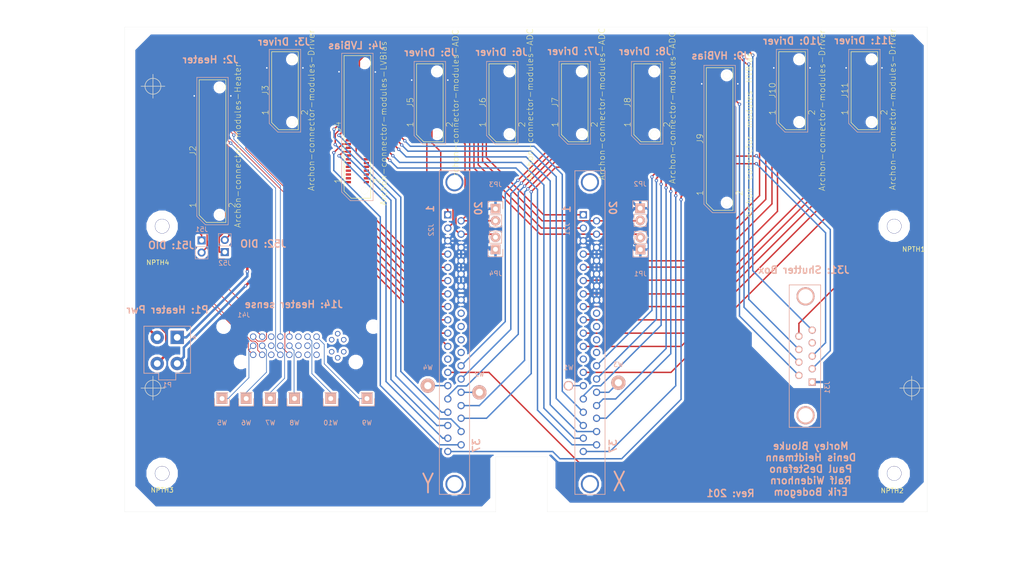
<source format=kicad_pcb>
(kicad_pcb (version 4) (host pcbnew 4.0.7)
  (title_block (title "Archon Interface Board") (date 2018-01-19) (rev 201) (company "Portland State University"))
  (layers (0 F.Cu signal) (31 B.Cu signal) (34 B.Paste user) (35 F.Paste user) (36 B.SilkS user) (37 F.SilkS user) (38 B.Mask user) (39 F.Mask user) (44 Edge.Cuts user))
  (net 0 "")
  (net 1 "Net-(J2-Pad1)")
  (net 2 "Net-(J2-Pad2)")
  (net 3 "Net-(J2-Pad3)")
  (net 4 "Net-(J2-Pad4)")
  (net 5 "Net-(J2-Pad5)")
  (net 6 "Net-(J2-Pad6)")
  (net 7 "Net-(J2-Pad7)")
  (net 8 "Net-(J2-Pad8)")
  (net 9 "Net-(J2-Pad9)")
  (net 10 "Net-(J2-Pad10)")
  (net 11 "Net-(J2-Pad11)")
  (net 12 "Net-(J2-Pad12)")
  (net 13 "Net-(J2-Pad13)")
  (net 14 "Net-(J2-Pad14)")
  (net 15 "Net-(J2-Pad15)")
  (net 16 "Net-(J2-Pad16)")
  (net 17 "Net-(J2-Pad17)")
  (net 18 "Net-(J2-Pad18)")
  (net 19 "Net-(J2-Pad19)")
  (net 20 "Net-(J2-Pad20)")
  (net 21 "Net-(J2-Pad21)")
  (net 22 "Net-(J2-Pad22)")
  (net 23 /GND)
  (net 24 "Net-(J2-Pad25)")
  (net 25 "Net-(J2-Pad26)")
  (net 26 "Net-(J2-Pad27)")
  (net 27 HEATER1_AP)
  (net 28 "Net-(J2-Pad29)")
  (net 29 "Net-(J2-Pad30)")
  (net 30 "Net-(J2-Pad31)")
  (net 31 "Net-(J2-Pad32)")
  (net 32 "Net-(J2-Pad33)")
  (net 33 HEATER1_AN)
  (net 34 "Net-(J2-Pad35)")
  (net 35 "Net-(J2-Pad36)")
  (net 36 HEATER1_TEMPA_FP)
  (net 37 HEATER1_TEMPA_SN)
  (net 38 HEATER1_TEMPA_FN)
  (net 39 HEATER1_TEMPA_SP)
  (net 40 "Net-(J2-Pad41)")
  (net 41 "Net-(J2-Pad42)")
  (net 42 HEATER1_TEMPB_FP)
  (net 43 HEATER1_TEMPB_SN)
  (net 44 HEATER1_TEMPB_FN)
  (net 45 HEATER1_TEMPB_SP)
  (net 46 "Net-(J2-Pad47)")
  (net 47 "Net-(J2-Pad48)")
  (net 48 "Net-(J2-Pad49)")
  (net 49 "Net-(J2-Pad50)")
  (net 50 "Net-(J2-Pad51)")
  (net 51 HEATER1_BN)
  (net 52 "Net-(J2-Pad53)")
  (net 53 "Net-(J2-Pad54)")
  (net 54 "Net-(J2-Pad55)")
  (net 55 "Net-(J2-Pad56)")
  (net 56 "Net-(J2-Pad57)")
  (net 57 HEATER1_BP)
  (net 58 "Net-(J3-Pad3)")
  (net 59 "Net-(J3-Pad6)")
  (net 60 "Net-(J3-Pad7)")
  (net 61 "Net-(J3-Pad8)")
  (net 62 "Net-(J3-Pad9)")
  (net 63 "Net-(J3-Pad12)")
  (net 64 "Net-(J3-Pad13)")
  (net 65 "Net-(J3-Pad14)")
  (net 66 "Net-(J3-Pad15)")
  (net 67 "Net-(J3-Pad18)")
  (net 68 "Net-(J3-Pad19)")
  (net 69 "Net-(J3-Pad20)")
  (net 70 "Net-(J3-Pad21)")
  (net 71 "Net-(J3-Pad24)")
  (net 72 "Net-(J4-Pad1)")
  (net 73 "Net-(J4-Pad2)")
  (net 74 "Net-(J4-Pad3)")
  (net 75 "Net-(J4-Pad4)")
  (net 76 "Net-(J4-Pad5)")
  (net 77 "Net-(J4-Pad6)")
  (net 78 "Net-(J4-Pad7)")
  (net 79 "Net-(J4-Pad8)")
  (net 80 "Net-(J4-Pad9)")
  (net 81 "Net-(J4-Pad10)")
  (net 82 "Net-(J4-Pad13)")
  (net 83 LED_+15V)
  (net 84 "Net-(J4-Pad15)")
  (net 85 "Net-(J4-Pad16)")
  (net 86 "Net-(J4-Pad19)")
  (net 87 "Net-(J4-Pad20)")
  (net 88 "Net-(J4-Pad23)")
  (net 89 "Net-(J4-Pad24)")
  (net 90 "Net-(J4-Pad25)")
  (net 91 "Net-(J4-Pad29)")
  (net 92 "Net-(J4-Pad30)")
  (net 93 "Net-(J4-Pad35)")
  (net 94 "Net-(J4-Pad36)")
  (net 95 "Net-(J4-Pad41)")
  (net 96 "Net-(J4-Pad42)")
  (net 97 "Net-(J4-Pad43)")
  (net 98 "Net-(J4-Pad44)")
  (net 99 "Net-(J4-Pad46)")
  (net 100 "Net-(J4-Pad47)")
  (net 101 "Net-(J4-Pad48)")
  (net 102 "Net-(J4-Pad53)")
  (net 103 "Net-(J4-Pad54)")
  (net 104 "Net-(J5-Pad3)")
  (net 105 /OUT_UR_GND)
  (net 106 "Net-(J5-Pad5)")
  (net 107 /OUT_UR)
  (net 108 "Net-(J5-Pad7)")
  (net 109 "Net-(J5-Pad8)")
  (net 110 "Net-(J5-Pad9)")
  (net 111 /OUT_LL_GND)
  (net 112 "Net-(J5-Pad11)")
  (net 113 /OUT_LL)
  (net 114 "Net-(J5-Pad13)")
  (net 115 "Net-(J5-Pad14)")
  (net 116 "Net-(J5-Pad15)")
  (net 117 /OUT_LR_GND)
  (net 118 "Net-(J5-Pad17)")
  (net 119 /OUT_LR)
  (net 120 "Net-(J5-Pad19)")
  (net 121 "Net-(J5-Pad20)")
  (net 122 "Net-(J5-Pad21)")
  (net 123 /OUT_UL_GND)
  (net 124 "Net-(J5-Pad23)")
  (net 125 /OUT_UL)
  (net 126 "Net-(J6-Pad3)")
  (net 127 "Net-(J6-Pad4)")
  (net 128 "Net-(J6-Pad5)")
  (net 129 "Net-(J6-Pad6)")
  (net 130 "Net-(J6-Pad7)")
  (net 131 "Net-(J6-Pad8)")
  (net 132 "Net-(J6-Pad9)")
  (net 133 "Net-(J6-Pad10)")
  (net 134 "Net-(J6-Pad11)")
  (net 135 "Net-(J6-Pad12)")
  (net 136 "Net-(J6-Pad13)")
  (net 137 "Net-(J6-Pad14)")
  (net 138 "Net-(J6-Pad15)")
  (net 139 "Net-(J6-Pad16)")
  (net 140 "Net-(J6-Pad17)")
  (net 141 "Net-(J6-Pad18)")
  (net 142 "Net-(J6-Pad19)")
  (net 143 "Net-(J6-Pad20)")
  (net 144 "Net-(J6-Pad21)")
  (net 145 "Net-(J6-Pad22)")
  (net 146 "Net-(J6-Pad23)")
  (net 147 "Net-(J6-Pad24)")
  (net 148 "Net-(J6-Pad25)")
  (net 149 "Net-(J6-Pad26)")
  (net 150 "Net-(J7-Pad1)")
  (net 151 "Net-(J7-Pad2)")
  (net 152 "Net-(J7-Pad3)")
  (net 153 "Net-(J7-Pad4)")
  (net 154 "Net-(J7-Pad5)")
  (net 155 "Net-(J7-Pad6)")
  (net 156 "Net-(J7-Pad7)")
  (net 157 "Net-(J7-Pad8)")
  (net 158 "Net-(J7-Pad9)")
  (net 159 "Net-(J7-Pad10)")
  (net 160 "Net-(J7-Pad11)")
  (net 161 "Net-(J7-Pad12)")
  (net 162 "Net-(J7-Pad13)")
  (net 163 "Net-(J7-Pad14)")
  (net 164 "Net-(J7-Pad15)")
  (net 165 "Net-(J7-Pad16)")
  (net 166 "Net-(J7-Pad17)")
  (net 167 "Net-(J7-Pad18)")
  (net 168 "Net-(J7-Pad19)")
  (net 169 "Net-(J7-Pad20)")
  (net 170 "Net-(J7-Pad21)")
  (net 171 "Net-(J7-Pad22)")
  (net 172 "Net-(J7-Pad23)")
  (net 173 "Net-(J7-Pad24)")
  (net 174 "Net-(J7-Pad25)")
  (net 175 "Net-(J7-Pad26)")
  (net 176 "Net-(J8-Pad1)")
  (net 177 "Net-(J8-Pad2)")
  (net 178 "Net-(J8-Pad3)")
  (net 179 "Net-(J8-Pad4)")
  (net 180 "Net-(J8-Pad5)")
  (net 181 "Net-(J8-Pad6)")
  (net 182 "Net-(J8-Pad7)")
  (net 183 "Net-(J8-Pad8)")
  (net 184 "Net-(J8-Pad9)")
  (net 185 "Net-(J8-Pad10)")
  (net 186 "Net-(J8-Pad11)")
  (net 187 "Net-(J8-Pad12)")
  (net 188 "Net-(J8-Pad13)")
  (net 189 "Net-(J8-Pad14)")
  (net 190 "Net-(J8-Pad15)")
  (net 191 "Net-(J8-Pad16)")
  (net 192 "Net-(J8-Pad17)")
  (net 193 "Net-(J8-Pad18)")
  (net 194 "Net-(J8-Pad19)")
  (net 195 "Net-(J8-Pad20)")
  (net 196 "Net-(J8-Pad21)")
  (net 197 "Net-(J8-Pad22)")
  (net 198 "Net-(J8-Pad23)")
  (net 199 "Net-(J8-Pad24)")
  (net 200 "Net-(J8-Pad25)")
  (net 201 "Net-(J8-Pad26)")
  (net 202 "Net-(J9-Pad1)")
  (net 203 "Net-(J9-Pad2)")
  (net 204 "Net-(J9-Pad3)")
  (net 205 "Net-(J9-Pad4)")
  (net 206 "Net-(J9-Pad5)")
  (net 207 "Net-(J9-Pad6)")
  (net 208 "Net-(J9-Pad7)")
  (net 209 "Net-(J9-Pad8)")
  (net 210 "Net-(J9-Pad11)")
  (net 211 "Net-(J9-Pad12)")
  (net 212 "Net-(J9-Pad15)")
  (net 213 "Net-(J9-Pad16)")
  (net 214 "Net-(J9-Pad19)")
  (net 215 "Net-(J9-Pad20)")
  (net 216 "Net-(J9-Pad23)")
  (net 217 "Net-(J9-Pad24)")
  (net 218 "Net-(J9-Pad25)")
  (net 219 "Net-(J9-Pad26)")
  (net 220 "Net-(J9-Pad28)")
  (net 221 "Net-(J9-Pad29)")
  (net 222 "Net-(J9-Pad30)")
  (net 223 "Net-(J9-Pad32)")
  (net 224 "Net-(J9-Pad34)")
  (net 225 "Net-(J9-Pad35)")
  (net 226 "Net-(J9-Pad36)")
  (net 227 "Net-(J9-Pad38)")
  (net 228 "Net-(J9-Pad40)")
  (net 229 "Net-(J9-Pad41)")
  (net 230 "Net-(J9-Pad42)")
  (net 231 "Net-(J9-Pad44)")
  (net 232 "Net-(J9-Pad46)")
  (net 233 "Net-(J9-Pad47)")
  (net 234 "Net-(J9-Pad48)")
  (net 235 "Net-(J9-Pad50)")
  (net 236 "Net-(J9-Pad53)")
  (net 237 "Net-(J9-Pad54)")
  (net 238 "Net-(J9-Pad56)")
  (net 239 "Net-(J9-Pad58)")
  (net 240 "Net-(J10-Pad3)")
  (net 241 "Net-(J10-Pad6)")
  (net 242 "Net-(J10-Pad7)")
  (net 243 "Net-(J10-Pad9)")
  (net 244 "Net-(J10-Pad12)")
  (net 245 "Net-(J10-Pad13)")
  (net 246 "Net-(J10-Pad14)")
  (net 247 "Net-(J10-Pad15)")
  (net 248 "Net-(J10-Pad18)")
  (net 249 "Net-(J10-Pad19)")
  (net 250 "Net-(J10-Pad20)")
  (net 251 "Net-(J10-Pad21)")
  (net 252 "Net-(J10-Pad24)")
  (net 253 "Net-(J11-Pad3)")
  (net 254 "Net-(J11-Pad6)")
  (net 255 "Net-(J11-Pad7)")
  (net 256 "Net-(J11-Pad8)")
  (net 257 "Net-(J11-Pad9)")
  (net 258 "Net-(J11-Pad12)")
  (net 259 "Net-(J11-Pad13)")
  (net 260 "Net-(J11-Pad14)")
  (net 261 "Net-(J11-Pad15)")
  (net 262 "Net-(J11-Pad18)")
  (net 263 "Net-(J11-Pad19)")
  (net 264 "Net-(J11-Pad20)")
  (net 265 "Net-(J11-Pad21)")
  (net 266 "Net-(J11-Pad24)")
  (net 267 /Sample_R)
  (net 268 /Spare_1)
  (net 269 "Net-(J21-Pad27)")
  (net 270 "Net-(J21-Pad28)")
  (net 271 "Net-(J21-Pad29)")
  (net 272 "Net-(J21-Pad30)")
  (net 273 /Spare_4)
  (net 274 /Samplel_L)
  (net 275 /Spare_3)
  (net 276 "Net-(J22-Pad27)")
  (net 277 "Net-(J22-Pad28)")
  (net 278 "Net-(J22-Pad29)")
  (net 279 "Net-(J22-Pad30)")
  (net 280 /Spare_2)
  (net 281 "Net-(J31-Pad4)")
  (net 282 "Net-(J41-Pad29)")
  (net 283 "Net-(J41-Pad3)")
  (net 284 "Net-(J41-Pad26)")
  (net 285 "Net-(J41-Pad25)")
  (net 286 "Net-(J41-Pad28)")
  (net 287 "Net-(J41-Pad27)")
  (net 288 "Net-(J41-Pad6)")
  (net 289 "Net-(J41-Pad7)")
  (net 290 "Net-(J41-Pad8)")
  (net 291 DVI_P9_SPARET1)
  (net 292 DVI_P9_SPARET2)
  (net 293 "Net-(J41-Pad11)")
  (net 294 DVI_P9_SPARET3)
  (net 295 DVI_P9_SPARET4)
  (net 296 "Net-(J41-Pad14)")
  (net 297 "Net-(J41-Pad15)")
  (net 298 "Net-(J41-Pad16)")
  (net 299 "Net-(J41-Pad19)")
  (net 300 "Net-(J41-Pad22)")
  (net 301 DVI_P9_SPARET6)
  (net 302 DVI_P9_SPARET5)
  (net 303 "Net-(J10-Pad8)")
  (net 304 /SWY)
  (net 305 /TGY)
  (net 306 /S1Y)
  (net 307 /P3Y)
  (net 308 /S2Y)
  (net 309 /P2Y)
  (net 310 /S3Y)
  (net 311 /P1Y)
  (net 312 /S3X)
  (net 313 /S2X)
  (net 314 /S1X)
  (net 315 /SWX)
  (net 316 /P1X)
  (net 317 /P2X)
  (net 318 /P3X)
  (net 319 /TGX)
  (net 320 /~ResetLog_R)
  (net 321 /~ResetLog_L)
  (net 322 FLASH_V)
  (net 323 "Net-(J2-Pad23)")
  (net 324 "Net-(J2-Pad24)")
  (net 325 "Net-(J3-Pad1)")
  (net 326 "Net-(J3-Pad2)")
  (net 327 "Net-(J4-Pad11)")
  (net 328 "Net-(J4-Pad12)")
  (net 329 "Net-(J5-Pad1)")
  (net 330 "Net-(J5-Pad2)")
  (net 331 "Net-(J6-Pad1)")
  (net 332 "Net-(J6-Pad2)")
  (net 333 "Net-(J9-Pad9)")
  (net 334 "Net-(J9-Pad10)")
  (net 335 "Net-(J10-Pad1)")
  (net 336 "Net-(J10-Pad2)")
  (net 337 "Net-(J11-Pad1)")
  (net 338 "Net-(J11-Pad2)")
  (net 339 "Net-(J11-Pad5)")
  (net 340 "Net-(J11-Pad11)")
  (net 341 "Net-(J11-Pad17)")
  (net 342 "Net-(J11-Pad23)")
  (net 343 /-15V_R)
  (net 344 /+15V_R)
  (net 345 /ResetLO_R)
  (net 346 /GainSW2_R)
  (net 347 /VLg_R)
  (net 348 /-15V_L)
  (net 349 /+15V_L)
  (net 350 /ResetLO_L)
  (net 351 /GainSW2_L)
  (net 352 /VLg_L)
  (net 353 "Net-(J4-Pad45)")
  (net 354 "Net-(J4-Pad49)")
  (net 355 "Net-(J4-Pad51)")
  (net 356 "Net-(J4-Pad55)")
  (net 357 "Net-(J4-Pad57)")
  (net 358 "Net-(J11-Pad22)")
  (net 359 /+5V_L)
  (net 360 "Net-(J4-Pad26)")
  (net 361 SEL_LED_1)
  (net 362 SEL_LED_2)
  (net 363 "Net-(J4-Pad56)")
  (net 364 "Net-(J4-Pad58)")
  (net 365 /+5V_R)
  (net 366 LED_+5)
  (net 367 "Net-(J9-Pad21)")
  (net 368 LED_PWR)
  (net 369 /VRD1_L)
  (net 370 /VDD_D)
  (net 371 /VRD2_L)
  (net 372 /VDD_B)
  (net 373 /ResetHI_L)
  (net 374 /VRD1_R)
  (net 375 /VDD_C)
  (net 376 /VRD2_R)
  (net 377 SHUT_OUT)
  (net 378 /VDD_A)
  (net 379 /ResetHI_R)
  (net 380 "Net-(J9-Pad43)")
  (net 381 "Net-(J9-Pad14)")
  (net 382 "Net-(J4-Pad28)")
  (net 383 "Net-(J4-Pad32)")
  (net 384 "Net-(J4-Pad37)")
  (net 385 "Net-(J4-Pad39)")
  (module Connect:DB37MD (layer B.Cu) (at 115.5 87.5 270)
    (fp_text reference J22 (at -21.71 4.91 270) (layer B.SilkS) (effects (justify mirror)))
    (fp_text value DB37)
    (pad "" thru_hole circle (at -31.75 0 270) (size 3.81 3.81) (drill 3.048) (layers *.Cu *.Mask))
    (pad "" thru_hole circle (at 31.75 0 270) (size 3.81 3.81) (drill 3.048) (layers *.Cu *.Mask))
    (pad 1 thru_hole rect (at -24.892 1.397 270) (size 1.524 1.524) (drill 1.016) (layers *.Cu *.Mask) (net 125 /OUT_UL))
    (pad 2 thru_hole circle (at -22.098 1.397 270) (size 1.524 1.524) (drill 1.016) (layers *.Cu *.Mask) (net 113 /OUT_LL))
    (pad 3 thru_hole circle (at -19.431 1.397 270) (size 1.524 1.524) (drill 1.016) (layers *.Cu *.Mask) (net 23 /GND))
    (pad 4 thru_hole circle (at -16.637 1.397 270) (size 1.524 1.524) (drill 1.016) (layers *.Cu *.Mask) (net 310 /S3Y))
    (pad 5 thru_hole circle (at -13.843 1.397 270) (size 1.524 1.524) (drill 1.016) (layers *.Cu *.Mask) (net 308 /S2Y))
    (pad 6 thru_hole circle (at -11.049 1.397 270) (size 1.524 1.524) (drill 1.016) (layers *.Cu *.Mask) (net 306 /S1Y))
    (pad 7 thru_hole circle (at -8.255 1.397 270) (size 1.524 1.524) (drill 1.016) (layers *.Cu *.Mask) (net 304 /SWY))
    (pad 8 thru_hole circle (at -5.588 1.397 270) (size 1.524 1.524) (drill 1.016) (layers *.Cu *.Mask) (net 305 /TGY))
    (pad 9 thru_hole circle (at -2.794 1.397 270) (size 1.524 1.524) (drill 1.016) (layers *.Cu *.Mask) (net 307 /P3Y))
    (pad 10 thru_hole circle (at 0 1.397 270) (size 1.524 1.524) (drill 1.016) (layers *.Cu *.Mask) (net 309 /P2Y))
    (pad 11 thru_hole circle (at 2.794 1.397 270) (size 1.524 1.524) (drill 1.016) (layers *.Cu *.Mask) (net 311 /P1Y))
    (pad 12 thru_hole circle (at 5.461 1.397 270) (size 1.524 1.524) (drill 1.016) (layers *.Cu *.Mask) (net 274 /Samplel_L))
    (pad 13 thru_hole circle (at 8.255 1.397 270) (size 1.524 1.524) (drill 1.016) (layers *.Cu *.Mask) (net 321 /~ResetLog_L))
    (pad 14 thru_hole circle (at 11.049 1.397 270) (size 1.524 1.524) (drill 1.016) (layers *.Cu *.Mask) (net 275 /Spare_3))
    (pad 15 thru_hole circle (at 13.843 1.397 270) (size 1.524 1.524) (drill 1.016) (layers *.Cu *.Mask) (net 371 /VRD2_L))
    (pad 16 thru_hole circle (at 16.637 1.397 270) (size 1.524 1.524) (drill 1.016) (layers *.Cu *.Mask) (net 352 /VLg_L))
    (pad 17 thru_hole circle (at 19.431 1.397 270) (size 1.524 1.524) (drill 1.016) (layers *.Cu *.Mask) (net 351 /GainSW2_L))
    (pad 18 thru_hole circle (at 22.098 1.397 270) (size 1.524 1.524) (drill 1.016) (layers *.Cu *.Mask) (net 349 /+15V_L))
    (pad 19 thru_hole circle (at 24.892 1.397 270) (size 1.524 1.524) (drill 1.016) (layers *.Cu *.Mask) (net 359 /+5V_L))
    (pad 20 thru_hole circle (at -23.622 -1.397 270) (size 1.524 1.524) (drill 1.016) (layers *.Cu *.Mask) (net 123 /OUT_UL_GND))
    (pad 21 thru_hole circle (at -20.828 -1.397 270) (size 1.524 1.524) (drill 1.016) (layers *.Cu *.Mask) (net 111 /OUT_LL_GND))
    (pad 22 thru_hole circle (at -18.034 -1.397 270) (size 1.524 1.524) (drill 1.016) (layers *.Cu *.Mask) (net 23 /GND))
    (pad 23 thru_hole circle (at -15.24 -1.397 270) (size 1.524 1.524) (drill 1.016) (layers *.Cu *.Mask) (net 23 /GND))
    (pad 24 thru_hole circle (at -12.446 -1.397 270) (size 1.524 1.524) (drill 1.016) (layers *.Cu *.Mask) (net 23 /GND))
    (pad 25 thru_hole circle (at -9.906 -1.397 270) (size 1.524 1.524) (drill 1.016) (layers *.Cu *.Mask) (net 23 /GND))
    (pad 26 thru_hole circle (at -6.985 -1.397 270) (size 1.524 1.524) (drill 1.016) (layers *.Cu *.Mask) (net 23 /GND))
    (pad 27 thru_hole circle (at -4.191 -1.397 270) (size 1.524 1.524) (drill 1.016) (layers *.Cu *.Mask) (net 276 "Net-(J22-Pad27)"))
    (pad 28 thru_hole circle (at -1.397 -1.397 270) (size 1.524 1.524) (drill 1.016) (layers *.Cu *.Mask) (net 277 "Net-(J22-Pad28)"))
    (pad 29 thru_hole circle (at 1.397 -1.397 270) (size 1.524 1.524) (drill 1.016) (layers *.Cu *.Mask) (net 278 "Net-(J22-Pad29)"))
    (pad 30 thru_hole circle (at 4.064 -1.397 270) (size 1.524 1.524) (drill 1.016) (layers *.Cu *.Mask) (net 279 "Net-(J22-Pad30)"))
    (pad 31 thru_hole circle (at 6.858 -1.397 270) (size 1.524 1.524) (drill 1.016) (layers *.Cu *.Mask) (net 373 /ResetHI_L))
    (pad 32 thru_hole circle (at 9.652 -1.397 270) (size 1.524 1.524) (drill 1.016) (layers *.Cu *.Mask) (net 372 /VDD_B))
    (pad 33 thru_hole circle (at 12.446 -1.397 270) (size 1.524 1.524) (drill 1.016) (layers *.Cu *.Mask) (net 273 /Spare_4))
    (pad 34 thru_hole circle (at 15.24 -1.397 270) (size 1.524 1.524) (drill 1.016) (layers *.Cu *.Mask) (net 370 /VDD_D))
    (pad 35 thru_hole circle (at 17.907 -1.397 270) (size 1.524 1.524) (drill 1.016) (layers *.Cu *.Mask) (net 369 /VRD1_L))
    (pad 36 thru_hole circle (at 20.701 -1.397 270) (size 1.524 1.524) (drill 1.016) (layers *.Cu *.Mask) (net 350 /ResetLO_L))
    (pad 37 thru_hole circle (at 23.495 -1.397 270) (size 1.524 1.524) (drill 1.016) (layers *.Cu *.Mask) (net 348 /-15V_L))
  )
  (module ccdcamera:MOLEX_DVI_29pin_PN743203000 (layer B.Cu) (at 73.152 92.0496)
    (fp_text reference J41 (at -1.9812 -8.382) (layer B.SilkS) (effects (justify mirror)))
    (fp_text value CONN_DVI)
    (pad 1 thru_hole circle (at 0 0) (size 1.3335 1.3335) (drill 0.9779) (layers *.Cu *.Mask) (net 38 HEATER1_TEMPA_FN))
    (pad 29 thru_hole circle (at 17.78 0.635) (size 1.143 1.143) (drill 0.7747) (layers *.Cu *.Mask) (net 282 "Net-(J41-Pad29)"))
    (pad 29 thru_hole circle (at 17.78 -4.445) (size 1.143 1.143) (drill 0.7747) (layers *.Cu *.Mask) (net 282 "Net-(J41-Pad29)"))
    (pad 26 thru_hole circle (at 19.05 -0.635) (size 1.143 1.143) (drill 0.7747) (layers *.Cu *.Mask) (net 284 "Net-(J41-Pad26)"))
    (pad 25 thru_hole circle (at 16.51 -0.635) (size 1.143 1.143) (drill 0.7747) (layers *.Cu *.Mask) (net 285 "Net-(J41-Pad25)"))
    (pad 28 thru_hole circle (at 19.05 -3.175) (size 1.143 1.143) (drill 0.7747) (layers *.Cu *.Mask) (net 286 "Net-(J41-Pad28)"))
    (pad 27 thru_hole circle (at 16.51 -3.175) (size 1.143 1.143) (drill 0.7747) (layers *.Cu *.Mask) (net 287 "Net-(J41-Pad27)"))
    (pad "" np_thru_hole circle (at -2.54 1.524) (size 2.0447 2.0447) (drill 2.0447) (layers *.Cu *.Mask))
    (pad "" np_thru_hole circle (at 21.59 1.524) (size 2.0447 2.0447) (drill 2.0447) (layers *.Cu *.Mask))
    (pad "" np_thru_hole circle (at -6.223 -5.9182) (size 2.0447 2.0447) (drill 2.0447) (layers *.Cu *.Mask))
    (pad "" np_thru_hole circle (at 25.273 -5.9182) (size 2.0447 2.0447) (drill 2.0447) (layers *.Cu *.Mask))
    (pad 2 thru_hole circle (at 1.905 0) (size 1.33604 1.33604) (drill 0.9779) (layers *.Cu *.Mask) (net 36 HEATER1_TEMPA_FP))
    (pad 3 thru_hole circle (at 3.81 0) (size 1.33604 1.33604) (drill 0.9779) (layers *.Cu *.Mask) (net 283 "Net-(J41-Pad3)"))
    (pad 4 thru_hole circle (at 5.715 0) (size 1.33604 1.33604) (drill 0.9779) (layers *.Cu *.Mask) (net 37 HEATER1_TEMPA_SN))
    (pad 5 thru_hole circle (at 7.62 0) (size 1.33604 1.33604) (drill 0.9779) (layers *.Cu *.Mask) (net 39 HEATER1_TEMPA_SP))
    (pad 6 thru_hole circle (at 9.525 0) (size 1.33604 1.33604) (drill 0.9779) (layers *.Cu *.Mask) (net 288 "Net-(J41-Pad6)"))
    (pad 7 thru_hole circle (at 11.43 0) (size 1.33604 1.33604) (drill 0.9779) (layers *.Cu *.Mask) (net 289 "Net-(J41-Pad7)"))
    (pad 8 thru_hole circle (at 13.335 0) (size 1.33604 1.33604) (drill 0.9779) (layers *.Cu *.Mask) (net 290 "Net-(J41-Pad8)"))
    (pad 9 thru_hole circle (at 0 -1.905) (size 1.33604 1.33604) (drill 0.9779) (layers *.Cu *.Mask) (net 291 DVI_P9_SPARET1))
    (pad 10 thru_hole circle (at 1.905 -1.905) (size 1.33604 1.33604) (drill 0.9779) (layers *.Cu *.Mask) (net 292 DVI_P9_SPARET2))
    (pad 11 thru_hole circle (at 3.81 -1.905) (size 1.33604 1.33604) (drill 0.9779) (layers *.Cu *.Mask) (net 293 "Net-(J41-Pad11)"))
    (pad 12 thru_hole circle (at 5.715 -1.905) (size 1.33604 1.33604) (drill 0.9779) (layers *.Cu *.Mask) (net 294 DVI_P9_SPARET3))
    (pad 13 thru_hole circle (at 7.62 -1.905) (size 1.33604 1.33604) (drill 0.9779) (layers *.Cu *.Mask) (net 295 DVI_P9_SPARET4))
    (pad 14 thru_hole circle (at 9.525 -1.905) (size 1.33604 1.33604) (drill 0.9779) (layers *.Cu *.Mask) (net 296 "Net-(J41-Pad14)"))
    (pad 15 thru_hole circle (at 11.43 -1.905) (size 1.33604 1.33604) (drill 0.9779) (layers *.Cu *.Mask) (net 297 "Net-(J41-Pad15)"))
    (pad 16 thru_hole circle (at 13.335 -1.905) (size 1.33604 1.33604) (drill 0.9779) (layers *.Cu *.Mask) (net 298 "Net-(J41-Pad16)"))
    (pad 17 thru_hole circle (at 0 -3.81) (size 1.33604 1.33604) (drill 0.9779) (layers *.Cu *.Mask) (net 44 HEATER1_TEMPB_FN))
    (pad 18 thru_hole circle (at 1.905 -3.81) (size 1.33604 1.33604) (drill 0.9779) (layers *.Cu *.Mask) (net 42 HEATER1_TEMPB_FP))
    (pad 19 thru_hole circle (at 3.81 -3.81) (size 1.33604 1.33604) (drill 0.9779) (layers *.Cu *.Mask) (net 299 "Net-(J41-Pad19)"))
    (pad 20 thru_hole circle (at 5.715 -3.81) (size 1.33604 1.33604) (drill 0.9779) (layers *.Cu *.Mask) (net 43 HEATER1_TEMPB_SN))
    (pad 21 thru_hole circle (at 7.62 -3.81) (size 1.33604 1.33604) (drill 0.9779) (layers *.Cu *.Mask) (net 45 HEATER1_TEMPB_SP))
    (pad 22 thru_hole circle (at 9.525 -3.81) (size 1.33604 1.33604) (drill 0.9779) (layers *.Cu *.Mask) (net 300 "Net-(J41-Pad22)"))
    (pad 23 thru_hole circle (at 11.43 -3.81) (size 1.33604 1.33604) (drill 0.9779) (layers *.Cu *.Mask) (net 301 DVI_P9_SPARET6))
    (pad 24 thru_hole circle (at 13.335 -3.81) (size 1.33604 1.33604) (drill 0.9779) (layers *.Cu *.Mask) (net 302 DVI_P9_SPARET5))
  )
  (module ccdcamera:archonInterfaceMountingHole (layer F.Cu) (at 53.54 119.024)
    (fp_text reference NPTH3 (at 0.47 1.496) (layer F.SilkS))
    (fp_text value archonInterfaceMountingHole)
    (pad "" np_thru_hole circle (at 0.46 -2.024) (size 3.048 3.048) (drill 2.9464) (layers *.Cu *.Mask) (clearance 1.778))
  )
  (module Connect:DB9MD (layer B.Cu) (at 189.357 92.329 90)
    (fp_text reference J31 (at -6.604 4.572 90) (layer B.SilkS) (effects (justify mirror)))
    (fp_text value DB9)
    (pad 0 thru_hole circle (at -12.446 0 90) (size 3.81 3.81) (drill 3.048) (layers *.Cu *.Mask B.SilkS))
    (pad 0 thru_hole circle (at 12.573 0 90) (size 3.81 3.81) (drill 3.048) (layers *.Cu *.Mask B.SilkS))
    (pad 1 thru_hole rect (at -5.461 1.397 90) (size 1.524 1.524) (drill 1.016) (layers *.Cu *.Mask B.SilkS) (net 23 /GND))
    (pad 2 thru_hole circle (at -2.667 1.397 90) (size 1.524 1.524) (drill 1.016) (layers *.Cu *.Mask B.SilkS) (net 368 LED_PWR))
    (pad 3 thru_hole circle (at 0 1.397 90) (size 1.524 1.524) (drill 1.016) (layers *.Cu *.Mask B.SilkS) (net 366 LED_+5))
    (pad 4 thru_hole circle (at 2.794 1.397 90) (size 1.524 1.524) (drill 1.016) (layers *.Cu *.Mask B.SilkS) (net 281 "Net-(J31-Pad4)"))
    (pad 5 thru_hole circle (at 5.461 1.397 90) (size 1.524 1.524) (drill 1.016) (layers *.Cu *.Mask B.SilkS) (net 83 LED_+15V))
    (pad 6 thru_hole circle (at -4.064 -1.397 90) (size 1.524 1.524) (drill 1.016) (layers *.Cu *.Mask B.SilkS) (net 377 SHUT_OUT))
    (pad 7 thru_hole circle (at -1.27 -1.397 90) (size 1.524 1.524) (drill 1.016) (layers *.Cu *.Mask B.SilkS) (net 361 SEL_LED_1))
    (pad 8 thru_hole circle (at 1.397 -1.397 90) (size 1.524 1.524) (drill 1.016) (layers *.Cu *.Mask B.SilkS) (net 362 SEL_LED_2))
    (pad 9 thru_hole circle (at 4.191 -1.397 90) (size 1.524 1.524) (drill 1.016) (layers *.Cu *.Mask B.SilkS) (net 322 FLASH_V))
  )
  (module Pin_Headers:Pin_Header_Straight_1x02 (layer B.Cu) (at 154.61 69.91)
    (fp_text reference JP1 (at 0 5.1) (layer B.SilkS) (effects (justify mirror)))
    (fp_text value JUMPER)
    (pad 1 thru_hole rect (at 0 0) (size 2.032 2.032) (drill 1.016) (layers *.Cu *.Mask B.SilkS) (net 23 /GND))
    (pad 2 thru_hole oval (at 0 -2.54) (size 2.032 2.032) (drill 1.016) (layers *.Cu *.Mask B.SilkS) (net 105 /OUT_UR_GND))
  )
  (module Pin_Headers:Pin_Header_Straight_1x02 (layer B.Cu) (at 154.57 61.23 180)
    (fp_text reference JP2 (at 0 5.1 180) (layer B.SilkS) (effects (justify mirror)))
    (fp_text value JUMPER)
    (pad 1 thru_hole rect (at 0 0 180) (size 2.032 2.032) (drill 1.016) (layers *.Cu *.Mask B.SilkS) (net 23 /GND))
    (pad 2 thru_hole oval (at 0 -2.54 180) (size 2.032 2.032) (drill 1.016) (layers *.Cu *.Mask B.SilkS) (net 117 /OUT_LR_GND))
  )
  (module Pin_Headers:Pin_Header_Straight_1x02 (layer B.Cu) (at 124.13 61.33 180)
    (fp_text reference JP3 (at 0 5.1 180) (layer B.SilkS) (effects (justify mirror)))
    (fp_text value JUMPER)
    (pad 1 thru_hole rect (at 0 0 180) (size 2.032 2.032) (drill 1.016) (layers *.Cu *.Mask B.SilkS) (net 23 /GND))
    (pad 2 thru_hole oval (at 0 -2.54 180) (size 2.032 2.032) (drill 1.016) (layers *.Cu *.Mask B.SilkS) (net 123 /OUT_UL_GND))
  )
  (module Pin_Headers:Pin_Header_Straight_1x02 (layer B.Cu) (at 124.13 69.86)
    (fp_text reference JP4 (at 0 5.1) (layer B.SilkS) (effects (justify mirror)))
    (fp_text value JUMPER)
    (pad 1 thru_hole rect (at 0 0) (size 2.032 2.032) (drill 1.016) (layers *.Cu *.Mask B.SilkS) (net 23 /GND))
    (pad 2 thru_hole oval (at 0 -2.54) (size 2.032 2.032) (drill 1.016) (layers *.Cu *.Mask B.SilkS) (net 111 /OUT_LL_GND))
  )
  (module molex_MiniFiT-JR_5556:Molex_MiniFit-JR-5556-04A_2x02x4.20mm_Straight (layer B.Cu) (at 57.17 88.39 180)
    (fp_text reference P1 (at 2.1 -10 180) (layer B.SilkS) (effects (justify mirror)))
    (fp_text value CONN_02X02)
    (pad 1 thru_hole rect (at 0 0 180) (size 2.8 2.8) (drill 1.4) (layers *.Cu *.Mask) (net 27 HEATER1_AP))
    (pad 2 thru_hole circle (at 4.2 0 180) (size 2.8 2.8) (drill 1.4) (layers *.Cu *.Mask) (net 57 HEATER1_BP))
    (pad 3 thru_hole circle (at 0 -5.5 180) (size 2.8 2.8) (drill 1.4) (layers *.Cu *.Mask) (net 33 HEATER1_AN))
    (pad 4 thru_hole circle (at 4.2 -5.5 180) (size 2.8 2.8) (drill 1.4) (layers *.Cu *.Mask) (net 51 HEATER1_BN))
  )
  (module Pin_Headers:Pin_Header_Straight_1x01 (layer B.Cu) (at 66.61 101.26)
    (fp_text reference W5 (at 0 5.1) (layer B.SilkS) (effects (justify mirror)))
    (fp_text value TEST_1P)
    (pad 1 thru_hole rect (at 0 0) (size 2.2352 2.2352) (drill 1.016) (layers *.Cu *.Mask B.SilkS) (net 291 DVI_P9_SPARET1))
  )
  (module Pin_Headers:Pin_Header_Straight_1x01 (layer B.Cu) (at 71.69 101.26)
    (fp_text reference W6 (at 0 5.1) (layer B.SilkS) (effects (justify mirror)))
    (fp_text value TEST_1P)
    (pad 1 thru_hole rect (at 0 0) (size 2.2352 2.2352) (drill 1.016) (layers *.Cu *.Mask B.SilkS) (net 292 DVI_P9_SPARET2))
  )
  (module Pin_Headers:Pin_Header_Straight_1x01 (layer B.Cu) (at 76.77 101.26)
    (fp_text reference W7 (at 0 5.1) (layer B.SilkS) (effects (justify mirror)))
    (fp_text value TEST_1P)
    (pad 1 thru_hole rect (at 0 0) (size 2.2352 2.2352) (drill 1.016) (layers *.Cu *.Mask B.SilkS) (net 294 DVI_P9_SPARET3))
  )
  (module Pin_Headers:Pin_Header_Straight_1x01 (layer B.Cu) (at 81.85 101.26)
    (fp_text reference W8 (at 0 5.1) (layer B.SilkS) (effects (justify mirror)))
    (fp_text value TEST_1P)
    (pad 1 thru_hole rect (at 0 0) (size 2.2352 2.2352) (drill 1.016) (layers *.Cu *.Mask B.SilkS) (net 295 DVI_P9_SPARET4))
  )
  (module Pin_Headers:Pin_Header_Straight_1x01 (layer B.Cu) (at 97.09 101.26)
    (fp_text reference W9 (at 0 5.1) (layer B.SilkS) (effects (justify mirror)))
    (fp_text value TEST_1P)
    (pad 1 thru_hole rect (at 0 0) (size 2.2352 2.2352) (drill 1.016) (layers *.Cu *.Mask B.SilkS) (net 302 DVI_P9_SPARET5))
  )
  (module Pin_Headers:Pin_Header_Straight_1x01 (layer B.Cu) (at 89.47 101.26)
    (fp_text reference W10 (at 0 5.1) (layer B.SilkS) (effects (justify mirror)))
    (fp_text value TEST_1P)
    (pad 1 thru_hole rect (at 0 0) (size 2.2352 2.2352) (drill 1.016) (layers *.Cu *.Mask B.SilkS) (net 301 DVI_P9_SPARET6))
  )
  (module Wire_Pads:SolderWirePad_single_1-5mmDrill (layer B.Cu) (at 139.5 98.56 180)
    (fp_text reference W1 (at 0 3.81 180) (layer B.SilkS) (effects (justify mirror)))
    (fp_text value Spare1)
    (pad 1 thru_hole circle (at 0 0 180) (size 2 2) (drill 1.50114) (layers *.Cu *.Mask B.SilkS) (net 268 /Spare_1))
  )
  (module Wire_Pads:SolderWirePad_single_1-5mmDrill (layer B.Cu) (at 120.74 99.95 180)
    (fp_text reference W2 (at 0 3.81 180) (layer B.SilkS) (effects (justify mirror)))
    (fp_text value Spare4)
    (pad 1 thru_hole circle (at 0 0 180) (size 3 3) (drill 1.50114) (layers *.Cu *.Mask B.SilkS) (net 273 /Spare_4))
  )
  (module Wire_Pads:SolderWirePad_single_1-5mmDrill (layer B.Cu) (at 149.9854 97.9216 180)
    (fp_text reference W3 (at 0 3.81 180) (layer B.SilkS) (effects (justify mirror)))
    (fp_text value Spare2)
    (pad 1 thru_hole circle (at 0 0 180) (size 3 3) (drill 1.50114) (layers *.Cu *.Mask B.SilkS) (net 280 /Spare_2))
  )
  (module Wire_Pads:SolderWirePad_single_1-5mmDrill (layer B.Cu) (at 109.9 98.55 180)
    (fp_text reference W4 (at 0 3.81 180) (layer B.SilkS) (effects (justify mirror)))
    (fp_text value Spare3)
    (pad 1 thru_hole circle (at 0 0 180) (size 3 3) (drill 1.50114) (layers *.Cu *.Mask B.SilkS) (net 275 /Spare_3))
  )
  (module ccdcamera:archonInterfaceMountingHole (layer F.Cu) (at 211.597 68.834)
    (fp_text reference NPTH1 (at 0.493 1.016) (layer F.SilkS))
    (fp_text value archonInterfaceMountingHole)
    (pad "" np_thru_hole circle (at -3.597 -3.834) (size 3.048 3.048) (drill 2.9464) (layers *.Cu *.Mask) (clearance 1.778))
  )
  (module ccdcamera:archonInterfaceMountingHole (layer F.Cu) (at 212.107 121.264)
    (fp_text reference NPTH2 (at -4.527 -0.624) (layer F.SilkS))
    (fp_text value archonInterfaceMountingHole)
    (pad "" np_thru_hole circle (at -4.107 -4.264) (size 3.048 3.048) (drill 2.9464) (layers *.Cu *.Mask) (clearance 1.778))
  )
  (module ccdcamera:archonInterfaceMountingHole (layer F.Cu) (at 53.086 68.834)
    (fp_text reference NPTH4 (at 0 3.81) (layer F.SilkS))
    (fp_text value archonInterfaceMountingHole)
    (pad "" np_thru_hole circle (at 0.914 -3.834) (size 3.048 3.048) (drill 2.9464) (layers *.Cu *.Mask) (clearance 1.778))
  )
  (module samtec:ERM8-0030-XX.X-X-DV (layer F.Cu) (at 171.28 46.66 90)
    (fp_text reference J9 (at 0.07366 -4.13258 90) (layer F.SilkS) (effects (font (size 1.27 1.27) (thickness 0.1016))))
    (fp_text value Archon-connector-modules-HVBias (at 0.7876 6.2152 90) (layer F.SilkS) (effects (font (size 1.27 1.27) (thickness 0.1016))))
    (fp_text user 1 (at -11.36396 -4.13258 90) (layer F.SilkS) (effects (font (size 1.27 1.27) (thickness 0.1016))))
    (fp_text user 2 (at -11.36396 4.16306 90) (layer F.SilkS) (effects (font (size 1.27 1.27) (thickness 0.1016))))
    (pad 1 smd rect (at -11.59764 -1.89992 90) (size 0.49784 1.09982) (layers F.Cu F.Paste F.Mask) (net 202 "Net-(J9-Pad1)"))
    (pad 2 smd rect (at -11.59764 1.89992 90) (size 0.49784 1.09982) (layers F.Cu F.Paste F.Mask) (net 203 "Net-(J9-Pad2)"))
    (pad 3 smd rect (at -10.79754 -1.89992 90) (size 0.49784 1.09982) (layers F.Cu F.Paste F.Mask) (net 204 "Net-(J9-Pad3)"))
    (pad 4 smd rect (at -10.79754 1.89992 90) (size 0.49784 1.09982) (layers F.Cu F.Paste F.Mask) (net 205 "Net-(J9-Pad4)"))
    (pad 5 smd rect (at -9.99998 -1.89992 90) (size 0.49784 1.09982) (layers F.Cu F.Paste F.Mask) (net 206 "Net-(J9-Pad5)"))
    (pad 6 smd rect (at -9.99998 1.89992 90) (size 0.49784 1.09982) (layers F.Cu F.Paste F.Mask) (net 207 "Net-(J9-Pad6)"))
    (pad 7 smd rect (at -9.19988 -1.89992 90) (size 0.49784 1.09982) (layers F.Cu F.Paste F.Mask) (net 208 "Net-(J9-Pad7)"))
    (pad 8 smd rect (at -9.19988 1.89992 90) (size 0.49784 1.09982) (layers F.Cu F.Paste F.Mask) (net 209 "Net-(J9-Pad8)"))
    (pad 9 smd rect (at -8.39978 -1.89992 90) (size 0.49784 1.09982) (layers F.Cu F.Paste F.Mask) (net 333 "Net-(J9-Pad9)"))
    (pad 10 smd rect (at -8.39978 1.89992 90) (size 0.49784 1.09982) (layers F.Cu F.Paste F.Mask) (net 334 "Net-(J9-Pad10)"))
    (pad 11 smd rect (at -7.59968 -1.89992 90) (size 0.49784 1.09982) (layers F.Cu F.Paste F.Mask) (net 210 "Net-(J9-Pad11)"))
    (pad 12 smd rect (at -7.59968 1.89992 90) (size 0.49784 1.09982) (layers F.Cu F.Paste F.Mask) (net 211 "Net-(J9-Pad12)"))
    (pad 13 smd rect (at -6.79958 -1.89992 90) (size 0.49784 1.09982) (layers F.Cu F.Paste F.Mask) (net 359 /+5V_L))
    (pad 14 smd rect (at -6.79958 1.89992 90) (size 0.49784 1.09982) (layers F.Cu F.Paste F.Mask) (net 381 "Net-(J9-Pad14)"))
    (pad 15 smd rect (at -5.99948 -1.89992 90) (size 0.49784 1.09982) (layers F.Cu F.Paste F.Mask) (net 212 "Net-(J9-Pad15)"))
    (pad 16 smd rect (at -5.99948 1.89992 90) (size 0.49784 1.09982) (layers F.Cu F.Paste F.Mask) (net 213 "Net-(J9-Pad16)"))
    (pad 17 smd rect (at -5.19938 -1.89992 90) (size 0.49784 1.09982) (layers F.Cu F.Paste F.Mask) (net 365 /+5V_R))
    (pad 18 smd rect (at -5.19938 1.89992 90) (size 0.49784 1.09982) (layers F.Cu F.Paste F.Mask) (net 366 LED_+5))
    (pad 19 smd rect (at -4.39928 -1.89992 90) (size 0.49784 1.09982) (layers F.Cu F.Paste F.Mask) (net 214 "Net-(J9-Pad19)"))
    (pad 20 smd rect (at -4.39928 1.89992 90) (size 0.49784 1.09982) (layers F.Cu F.Paste F.Mask) (net 215 "Net-(J9-Pad20)"))
    (pad 21 smd rect (at -3.59918 -1.89992 90) (size 0.49784 1.09982) (layers F.Cu F.Paste F.Mask) (net 367 "Net-(J9-Pad21)"))
    (pad 22 smd rect (at -3.59918 1.89992 90) (size 0.49784 1.09982) (layers F.Cu F.Paste F.Mask) (net 368 LED_PWR))
    (pad 23 smd rect (at -2.79908 -1.89992 90) (size 0.49784 1.09982) (layers F.Cu F.Paste F.Mask) (net 216 "Net-(J9-Pad23)"))
    (pad 24 smd rect (at -2.79908 1.89992 90) (size 0.49784 1.09982) (layers F.Cu F.Paste F.Mask) (net 217 "Net-(J9-Pad24)"))
    (pad 25 smd rect (at -1.99898 -1.89992 90) (size 0.49784 1.09982) (layers F.Cu F.Paste F.Mask) (net 218 "Net-(J9-Pad25)"))
    (pad 26 smd rect (at -1.99898 1.89992 90) (size 0.49784 1.09982) (layers F.Cu F.Paste F.Mask) (net 219 "Net-(J9-Pad26)"))
    (pad 27 smd rect (at -1.19888 -1.89992 90) (size 0.49784 1.09982) (layers F.Cu F.Paste F.Mask) (net 374 /VRD1_R))
    (pad 28 smd rect (at -1.19888 1.89992 90) (size 0.49784 1.09982) (layers F.Cu F.Paste F.Mask) (net 220 "Net-(J9-Pad28)"))
    (pad 29 smd rect (at -0.39878 -1.89992 90) (size 0.49784 1.09982) (layers F.Cu F.Paste F.Mask) (net 221 "Net-(J9-Pad29)"))
    (pad 30 smd rect (at -0.39878 1.89992 90) (size 0.49784 1.09982) (layers F.Cu F.Paste F.Mask) (net 222 "Net-(J9-Pad30)"))
    (pad 31 smd rect (at 0.39878 -1.89992 90) (size 0.49784 1.09982) (layers F.Cu F.Paste F.Mask) (net 375 /VDD_C))
    (pad 32 smd rect (at 0.39878 1.89992 90) (size 0.49784 1.09982) (layers F.Cu F.Paste F.Mask) (net 223 "Net-(J9-Pad32)"))
    (pad 33 smd rect (at 1.19888 -1.89992 90) (size 0.49784 1.09982) (layers F.Cu F.Paste F.Mask) (net 376 /VRD2_R))
    (pad 34 smd rect (at 1.19888 1.89992 90) (size 0.49784 1.09982) (layers F.Cu F.Paste F.Mask) (net 224 "Net-(J9-Pad34)"))
    (pad 35 smd rect (at 1.99898 -1.89992 90) (size 0.49784 1.09982) (layers F.Cu F.Paste F.Mask) (net 225 "Net-(J9-Pad35)"))
    (pad 36 smd rect (at 1.99898 1.89992 90) (size 0.49784 1.09982) (layers F.Cu F.Paste F.Mask) (net 226 "Net-(J9-Pad36)"))
    (pad 37 smd rect (at 2.79908 -1.89992 90) (size 0.49784 1.09982) (layers F.Cu F.Paste F.Mask) (net 378 /VDD_A))
    (pad 38 smd rect (at 2.79908 1.89992 90) (size 0.49784 1.09982) (layers F.Cu F.Paste F.Mask) (net 227 "Net-(J9-Pad38)"))
    (pad 39 smd rect (at 3.59918 -1.89992 90) (size 0.49784 1.09982) (layers F.Cu F.Paste F.Mask) (net 379 /ResetHI_R))
    (pad 40 smd rect (at 3.59918 1.89992 90) (size 0.49784 1.09982) (layers F.Cu F.Paste F.Mask) (net 228 "Net-(J9-Pad40)"))
    (pad 41 smd rect (at 4.39928 -1.89992 90) (size 0.49784 1.09982) (layers F.Cu F.Paste F.Mask) (net 229 "Net-(J9-Pad41)"))
    (pad 42 smd rect (at 4.39928 1.89992 90) (size 0.49784 1.09982) (layers F.Cu F.Paste F.Mask) (net 230 "Net-(J9-Pad42)"))
    (pad 43 smd rect (at 5.19938 -1.89992 90) (size 0.49784 1.09982) (layers F.Cu F.Paste F.Mask) (net 380 "Net-(J9-Pad43)"))
    (pad 44 smd rect (at 5.19938 1.89992 90) (size 0.49784 1.09982) (layers F.Cu F.Paste F.Mask) (net 231 "Net-(J9-Pad44)"))
    (pad 45 smd rect (at 5.99948 -1.89992 90) (size 0.49784 1.09982) (layers F.Cu F.Paste F.Mask) (net 369 /VRD1_L))
    (pad 46 smd rect (at 5.99948 1.89992 90) (size 0.49784 1.09982) (layers F.Cu F.Paste F.Mask) (net 232 "Net-(J9-Pad46)"))
    (pad 47 smd rect (at 6.79958 -1.89992 90) (size 0.49784 1.09982) (layers F.Cu F.Paste F.Mask) (net 233 "Net-(J9-Pad47)"))
    (pad 48 smd rect (at 6.79958 1.89992 90) (size 0.49784 1.09982) (layers F.Cu F.Paste F.Mask) (net 234 "Net-(J9-Pad48)"))
    (pad 49 smd rect (at 7.59968 -1.89992 90) (size 0.49784 1.09982) (layers F.Cu F.Paste F.Mask) (net 370 /VDD_D))
    (pad 50 smd rect (at 7.59968 1.89992 90) (size 0.49784 1.09982) (layers F.Cu F.Paste F.Mask) (net 235 "Net-(J9-Pad50)"))
    (pad 51 smd rect (at 8.39978 -1.89992 90) (size 0.49784 1.09982) (layers F.Cu F.Paste F.Mask) (net 371 /VRD2_L))
    (pad 52 smd rect (at 8.39978 1.89992 90) (size 0.49784 1.09982) (layers F.Cu F.Paste F.Mask) (net 377 SHUT_OUT))
    (pad 53 smd rect (at 9.19988 -1.89992 90) (size 0.49784 1.09982) (layers F.Cu F.Paste F.Mask) (net 236 "Net-(J9-Pad53)"))
    (pad 54 smd rect (at 9.19988 1.89992 90) (size 0.49784 1.09982) (layers F.Cu F.Paste F.Mask) (net 237 "Net-(J9-Pad54)"))
    (pad 55 smd rect (at 9.99998 -1.89992 90) (size 0.49784 1.09982) (layers F.Cu F.Paste F.Mask) (net 372 /VDD_B))
    (pad 56 smd rect (at 9.99998 1.89992 90) (size 0.49784 1.09982) (layers F.Cu F.Paste F.Mask) (net 238 "Net-(J9-Pad56)"))
    (pad 57 smd rect (at 10.79754 -1.89992 90) (size 0.49784 1.09982) (layers F.Cu F.Paste F.Mask) (net 373 /ResetHI_L))
    (pad 58 smd rect (at 10.79754 1.89992 90) (size 0.49784 1.09982) (layers F.Cu F.Paste F.Mask) (net 239 "Net-(J9-Pad58)"))
    (pad 59 smd rect (at 11.59764 -1.89992 90) (size 0.49784 1.09982) (layers F.Cu F.Paste F.Mask) (net 23 /GND))
    (pad 60 smd rect (at 11.59764 1.89992 90) (size 0.49784 1.09982) (layers F.Cu F.Paste F.Mask) (net 23 /GND))
    (pad "" np_thru_hole circle (at -13.4 1.5 90) (size 1.524 1.524) (drill 1.524) (layers *.Cu *.Mask F.SilkS))
    (pad "" np_thru_hole circle (at 13.4 1.5 90) (size 1.524 1.524) (drill 1.524) (layers *.Cu *.Mask F.SilkS))
  )
  (module samtec:ERM8-0030-XX.X-X-DV (layer F.Cu) (at 95.08 44.12 90)
    (fp_text reference J4 (at 0.07366 -4.13258 90) (layer F.SilkS) (effects (font (size 1.27 1.27) (thickness 0.1016))))
    (fp_text value Archon-connector-modules-LVBias (at 0.7622 5.504 90) (layer F.SilkS) (effects (font (size 1.27 1.27) (thickness 0.1016))))
    (fp_text user 1 (at -11.36396 -4.13258 90) (layer F.SilkS) (effects (font (size 1.27 1.27) (thickness 0.1016))))
    (fp_text user 2 (at -11.36396 4.16306 90) (layer F.SilkS) (effects (font (size 1.27 1.27) (thickness 0.1016))))
    (pad 1 smd rect (at -11.59764 -1.89992 90) (size 0.49784 1.09982) (layers F.Cu F.Paste F.Mask) (net 72 "Net-(J4-Pad1)"))
    (pad 2 smd rect (at -11.59764 1.89992 90) (size 0.49784 1.09982) (layers F.Cu F.Paste F.Mask) (net 73 "Net-(J4-Pad2)"))
    (pad 3 smd rect (at -10.79754 -1.89992 90) (size 0.49784 1.09982) (layers F.Cu F.Paste F.Mask) (net 74 "Net-(J4-Pad3)"))
    (pad 4 smd rect (at -10.79754 1.89992 90) (size 0.49784 1.09982) (layers F.Cu F.Paste F.Mask) (net 75 "Net-(J4-Pad4)"))
    (pad 5 smd rect (at -9.99998 -1.89992 90) (size 0.49784 1.09982) (layers F.Cu F.Paste F.Mask) (net 76 "Net-(J4-Pad5)"))
    (pad 6 smd rect (at -9.99998 1.89992 90) (size 0.49784 1.09982) (layers F.Cu F.Paste F.Mask) (net 77 "Net-(J4-Pad6)"))
    (pad 7 smd rect (at -9.19988 -1.89992 90) (size 0.49784 1.09982) (layers F.Cu F.Paste F.Mask) (net 78 "Net-(J4-Pad7)"))
    (pad 8 smd rect (at -9.19988 1.89992 90) (size 0.49784 1.09982) (layers F.Cu F.Paste F.Mask) (net 79 "Net-(J4-Pad8)"))
    (pad 9 smd rect (at -8.39978 -1.89992 90) (size 0.49784 1.09982) (layers F.Cu F.Paste F.Mask) (net 80 "Net-(J4-Pad9)"))
    (pad 10 smd rect (at -8.39978 1.89992 90) (size 0.49784 1.09982) (layers F.Cu F.Paste F.Mask) (net 81 "Net-(J4-Pad10)"))
    (pad 11 smd rect (at -7.59968 -1.89992 90) (size 0.49784 1.09982) (layers F.Cu F.Paste F.Mask) (net 327 "Net-(J4-Pad11)"))
    (pad 12 smd rect (at -7.59968 1.89992 90) (size 0.49784 1.09982) (layers F.Cu F.Paste F.Mask) (net 328 "Net-(J4-Pad12)"))
    (pad 13 smd rect (at -6.79958 -1.89992 90) (size 0.49784 1.09982) (layers F.Cu F.Paste F.Mask) (net 82 "Net-(J4-Pad13)"))
    (pad 14 smd rect (at -6.79958 1.89992 90) (size 0.49784 1.09982) (layers F.Cu F.Paste F.Mask) (net 83 LED_+15V))
    (pad 15 smd rect (at -5.99948 -1.89992 90) (size 0.49784 1.09982) (layers F.Cu F.Paste F.Mask) (net 84 "Net-(J4-Pad15)"))
    (pad 16 smd rect (at -5.99948 1.89992 90) (size 0.49784 1.09982) (layers F.Cu F.Paste F.Mask) (net 85 "Net-(J4-Pad16)"))
    (pad 17 smd rect (at -5.19938 -1.89992 90) (size 0.49784 1.09982) (layers F.Cu F.Paste F.Mask) (net 349 /+15V_L))
    (pad 18 smd rect (at -5.19938 1.89992 90) (size 0.49784 1.09982) (layers F.Cu F.Paste F.Mask) (net 343 /-15V_R))
    (pad 19 smd rect (at -4.39928 -1.89992 90) (size 0.49784 1.09982) (layers F.Cu F.Paste F.Mask) (net 86 "Net-(J4-Pad19)"))
    (pad 20 smd rect (at -4.39928 1.89992 90) (size 0.49784 1.09982) (layers F.Cu F.Paste F.Mask) (net 87 "Net-(J4-Pad20)"))
    (pad 21 smd rect (at -3.59918 -1.89992 90) (size 0.49784 1.09982) (layers F.Cu F.Paste F.Mask) (net 348 /-15V_L))
    (pad 22 smd rect (at -3.59918 1.89992 90) (size 0.49784 1.09982) (layers F.Cu F.Paste F.Mask) (net 344 /+15V_R))
    (pad 23 smd rect (at -2.79908 -1.89992 90) (size 0.49784 1.09982) (layers F.Cu F.Paste F.Mask) (net 88 "Net-(J4-Pad23)"))
    (pad 24 smd rect (at -2.79908 1.89992 90) (size 0.49784 1.09982) (layers F.Cu F.Paste F.Mask) (net 89 "Net-(J4-Pad24)"))
    (pad 25 smd rect (at -1.99898 -1.89992 90) (size 0.49784 1.09982) (layers F.Cu F.Paste F.Mask) (net 90 "Net-(J4-Pad25)"))
    (pad 26 smd rect (at -1.99898 1.89992 90) (size 0.49784 1.09982) (layers F.Cu F.Paste F.Mask) (net 360 "Net-(J4-Pad26)"))
    (pad 27 smd rect (at -1.19888 -1.89992 90) (size 0.49784 1.09982) (layers F.Cu F.Paste F.Mask) (net 352 /VLg_L))
    (pad 28 smd rect (at -1.19888 1.89992 90) (size 0.49784 1.09982) (layers F.Cu F.Paste F.Mask) (net 382 "Net-(J4-Pad28)"))
    (pad 29 smd rect (at -0.39878 -1.89992 90) (size 0.49784 1.09982) (layers F.Cu F.Paste F.Mask) (net 91 "Net-(J4-Pad29)"))
    (pad 30 smd rect (at -0.39878 1.89992 90) (size 0.49784 1.09982) (layers F.Cu F.Paste F.Mask) (net 92 "Net-(J4-Pad30)"))
    (pad 31 smd rect (at 0.39878 -1.89992 90) (size 0.49784 1.09982) (layers F.Cu F.Paste F.Mask) (net 351 /GainSW2_L))
    (pad 32 smd rect (at 0.39878 1.89992 90) (size 0.49784 1.09982) (layers F.Cu F.Paste F.Mask) (net 383 "Net-(J4-Pad32)"))
    (pad 33 smd rect (at 1.19888 -1.89992 90) (size 0.49784 1.09982) (layers F.Cu F.Paste F.Mask) (net 350 /ResetLO_L))
    (pad 34 smd rect (at 1.19888 1.89992 90) (size 0.49784 1.09982) (layers F.Cu F.Paste F.Mask) (net 345 /ResetLO_R))
    (pad 35 smd rect (at 1.99898 -1.89992 90) (size 0.49784 1.09982) (layers F.Cu F.Paste F.Mask) (net 93 "Net-(J4-Pad35)"))
    (pad 36 smd rect (at 1.99898 1.89992 90) (size 0.49784 1.09982) (layers F.Cu F.Paste F.Mask) (net 94 "Net-(J4-Pad36)"))
    (pad 37 smd rect (at 2.79908 -1.89992 90) (size 0.49784 1.09982) (layers F.Cu F.Paste F.Mask) (net 384 "Net-(J4-Pad37)"))
    (pad 38 smd rect (at 2.79908 1.89992 90) (size 0.49784 1.09982) (layers F.Cu F.Paste F.Mask) (net 346 /GainSW2_R))
    (pad 39 smd rect (at 3.59918 -1.89992 90) (size 0.49784 1.09982) (layers F.Cu F.Paste F.Mask) (net 385 "Net-(J4-Pad39)"))
    (pad 40 smd rect (at 3.59918 1.89992 90) (size 0.49784 1.09982) (layers F.Cu F.Paste F.Mask) (net 347 /VLg_R))
    (pad 41 smd rect (at 4.39928 -1.89992 90) (size 0.49784 1.09982) (layers F.Cu F.Paste F.Mask) (net 95 "Net-(J4-Pad41)"))
    (pad 42 smd rect (at 4.39928 1.89992 90) (size 0.49784 1.09982) (layers F.Cu F.Paste F.Mask) (net 96 "Net-(J4-Pad42)"))
    (pad 43 smd rect (at 5.19938 -1.89992 90) (size 0.49784 1.09982) (layers F.Cu F.Paste F.Mask) (net 97 "Net-(J4-Pad43)"))
    (pad 44 smd rect (at 5.19938 1.89992 90) (size 0.49784 1.09982) (layers F.Cu F.Paste F.Mask) (net 98 "Net-(J4-Pad44)"))
    (pad 45 smd rect (at 5.99948 -1.89992 90) (size 0.49784 1.09982) (layers F.Cu F.Paste F.Mask) (net 353 "Net-(J4-Pad45)"))
    (pad 46 smd rect (at 5.99948 1.89992 90) (size 0.49784 1.09982) (layers F.Cu F.Paste F.Mask) (net 99 "Net-(J4-Pad46)"))
    (pad 47 smd rect (at 6.79958 -1.89992 90) (size 0.49784 1.09982) (layers F.Cu F.Paste F.Mask) (net 100 "Net-(J4-Pad47)"))
    (pad 48 smd rect (at 6.79958 1.89992 90) (size 0.49784 1.09982) (layers F.Cu F.Paste F.Mask) (net 101 "Net-(J4-Pad48)"))
    (pad 49 smd rect (at 7.59968 -1.89992 90) (size 0.49784 1.09982) (layers F.Cu F.Paste F.Mask) (net 354 "Net-(J4-Pad49)"))
    (pad 50 smd rect (at 7.59968 1.89992 90) (size 0.49784 1.09982) (layers F.Cu F.Paste F.Mask) (net 361 SEL_LED_1))
    (pad 51 smd rect (at 8.39978 -1.89992 90) (size 0.49784 1.09982) (layers F.Cu F.Paste F.Mask) (net 355 "Net-(J4-Pad51)"))
    (pad 52 smd rect (at 8.39978 1.89992 90) (size 0.49784 1.09982) (layers F.Cu F.Paste F.Mask) (net 362 SEL_LED_2))
    (pad 53 smd rect (at 9.19988 -1.89992 90) (size 0.49784 1.09982) (layers F.Cu F.Paste F.Mask) (net 102 "Net-(J4-Pad53)"))
    (pad 54 smd rect (at 9.19988 1.89992 90) (size 0.49784 1.09982) (layers F.Cu F.Paste F.Mask) (net 103 "Net-(J4-Pad54)"))
    (pad 55 smd rect (at 9.99998 -1.89992 90) (size 0.49784 1.09982) (layers F.Cu F.Paste F.Mask) (net 356 "Net-(J4-Pad55)"))
    (pad 56 smd rect (at 9.99998 1.89992 90) (size 0.49784 1.09982) (layers F.Cu F.Paste F.Mask) (net 363 "Net-(J4-Pad56)"))
    (pad 57 smd rect (at 10.79754 -1.89992 90) (size 0.49784 1.09982) (layers F.Cu F.Paste F.Mask) (net 357 "Net-(J4-Pad57)"))
    (pad 58 smd rect (at 10.79754 1.89992 90) (size 0.49784 1.09982) (layers F.Cu F.Paste F.Mask) (net 364 "Net-(J4-Pad58)"))
    (pad 59 smd rect (at 11.59764 -1.89992 90) (size 0.49784 1.09982) (layers F.Cu F.Paste F.Mask) (net 23 /GND))
    (pad 60 smd rect (at 11.59764 1.89992 90) (size 0.49784 1.09982) (layers F.Cu F.Paste F.Mask) (net 23 /GND))
    (pad "" np_thru_hole circle (at -13.4 1.5 90) (size 1.524 1.524) (drill 1.524) (layers *.Cu *.Mask F.SilkS))
    (pad "" np_thru_hole circle (at 13.4 1.5 90) (size 1.524 1.524) (drill 1.524) (layers *.Cu *.Mask F.SilkS))
  )
  (module samtec:ERM8-0030-XX.X-X-DV (layer F.Cu) (at 64.6 49.2 90)
    (fp_text reference J2 (at 0.07366 -4.13258 90) (layer F.SilkS) (effects (font (size 1.27 1.27) (thickness 0.1016))))
    (fp_text value Archon-connector-modules-Heater (at 1.1432 5.3008 90) (layer F.SilkS) (effects (font (size 1.27 1.27) (thickness 0.1016))))
    (fp_text user 1 (at -11.36396 -4.13258 90) (layer F.SilkS) (effects (font (size 1.27 1.27) (thickness 0.1016))))
    (fp_text user 2 (at -11.36396 4.16306 90) (layer F.SilkS) (effects (font (size 1.27 1.27) (thickness 0.1016))))
    (pad 1 smd rect (at -11.59764 -1.89992 90) (size 0.49784 1.09982) (layers F.Cu F.Paste F.Mask) (net 1 "Net-(J2-Pad1)"))
    (pad 2 smd rect (at -11.59764 1.89992 90) (size 0.49784 1.09982) (layers F.Cu F.Paste F.Mask) (net 2 "Net-(J2-Pad2)"))
    (pad 3 smd rect (at -10.79754 -1.89992 90) (size 0.49784 1.09982) (layers F.Cu F.Paste F.Mask) (net 3 "Net-(J2-Pad3)"))
    (pad 4 smd rect (at -10.79754 1.89992 90) (size 0.49784 1.09982) (layers F.Cu F.Paste F.Mask) (net 4 "Net-(J2-Pad4)"))
    (pad 5 smd rect (at -9.99998 -1.89992 90) (size 0.49784 1.09982) (layers F.Cu F.Paste F.Mask) (net 5 "Net-(J2-Pad5)"))
    (pad 6 smd rect (at -9.99998 1.89992 90) (size 0.49784 1.09982) (layers F.Cu F.Paste F.Mask) (net 6 "Net-(J2-Pad6)"))
    (pad 7 smd rect (at -9.19988 -1.89992 90) (size 0.49784 1.09982) (layers F.Cu F.Paste F.Mask) (net 7 "Net-(J2-Pad7)"))
    (pad 8 smd rect (at -9.19988 1.89992 90) (size 0.49784 1.09982) (layers F.Cu F.Paste F.Mask) (net 8 "Net-(J2-Pad8)"))
    (pad 9 smd rect (at -8.39978 -1.89992 90) (size 0.49784 1.09982) (layers F.Cu F.Paste F.Mask) (net 9 "Net-(J2-Pad9)"))
    (pad 10 smd rect (at -8.39978 1.89992 90) (size 0.49784 1.09982) (layers F.Cu F.Paste F.Mask) (net 10 "Net-(J2-Pad10)"))
    (pad 11 smd rect (at -7.59968 -1.89992 90) (size 0.49784 1.09982) (layers F.Cu F.Paste F.Mask) (net 11 "Net-(J2-Pad11)"))
    (pad 12 smd rect (at -7.59968 1.89992 90) (size 0.49784 1.09982) (layers F.Cu F.Paste F.Mask) (net 12 "Net-(J2-Pad12)"))
    (pad 13 smd rect (at -6.79958 -1.89992 90) (size 0.49784 1.09982) (layers F.Cu F.Paste F.Mask) (net 13 "Net-(J2-Pad13)"))
    (pad 14 smd rect (at -6.79958 1.89992 90) (size 0.49784 1.09982) (layers F.Cu F.Paste F.Mask) (net 14 "Net-(J2-Pad14)"))
    (pad 15 smd rect (at -5.99948 -1.89992 90) (size 0.49784 1.09982) (layers F.Cu F.Paste F.Mask) (net 15 "Net-(J2-Pad15)"))
    (pad 16 smd rect (at -5.99948 1.89992 90) (size 0.49784 1.09982) (layers F.Cu F.Paste F.Mask) (net 16 "Net-(J2-Pad16)"))
    (pad 17 smd rect (at -5.19938 -1.89992 90) (size 0.49784 1.09982) (layers F.Cu F.Paste F.Mask) (net 17 "Net-(J2-Pad17)"))
    (pad 18 smd rect (at -5.19938 1.89992 90) (size 0.49784 1.09982) (layers F.Cu F.Paste F.Mask) (net 18 "Net-(J2-Pad18)"))
    (pad 19 smd rect (at -4.39928 -1.89992 90) (size 0.49784 1.09982) (layers F.Cu F.Paste F.Mask) (net 19 "Net-(J2-Pad19)"))
    (pad 20 smd rect (at -4.39928 1.89992 90) (size 0.49784 1.09982) (layers F.Cu F.Paste F.Mask) (net 20 "Net-(J2-Pad20)"))
    (pad 21 smd rect (at -3.59918 -1.89992 90) (size 0.49784 1.09982) (layers F.Cu F.Paste F.Mask) (net 21 "Net-(J2-Pad21)"))
    (pad 22 smd rect (at -3.59918 1.89992 90) (size 0.49784 1.09982) (layers F.Cu F.Paste F.Mask) (net 22 "Net-(J2-Pad22)"))
    (pad 23 smd rect (at -2.79908 -1.89992 90) (size 0.49784 1.09982) (layers F.Cu F.Paste F.Mask) (net 323 "Net-(J2-Pad23)"))
    (pad 24 smd rect (at -2.79908 1.89992 90) (size 0.49784 1.09982) (layers F.Cu F.Paste F.Mask) (net 324 "Net-(J2-Pad24)"))
    (pad 25 smd rect (at -1.99898 -1.89992 90) (size 0.49784 1.09982) (layers F.Cu F.Paste F.Mask) (net 24 "Net-(J2-Pad25)"))
    (pad 26 smd rect (at -1.99898 1.89992 90) (size 0.49784 1.09982) (layers F.Cu F.Paste F.Mask) (net 25 "Net-(J2-Pad26)"))
    (pad 27 smd rect (at -1.19888 -1.89992 90) (size 0.49784 1.09982) (layers F.Cu F.Paste F.Mask) (net 26 "Net-(J2-Pad27)"))
    (pad 28 smd rect (at -1.19888 1.89992 90) (size 0.49784 1.09982) (layers F.Cu F.Paste F.Mask) (net 27 HEATER1_AP))
    (pad 29 smd rect (at -0.39878 -1.89992 90) (size 0.49784 1.09982) (layers F.Cu F.Paste F.Mask) (net 28 "Net-(J2-Pad29)"))
    (pad 30 smd rect (at -0.39878 1.89992 90) (size 0.49784 1.09982) (layers F.Cu F.Paste F.Mask) (net 29 "Net-(J2-Pad30)"))
    (pad 31 smd rect (at 0.39878 -1.89992 90) (size 0.49784 1.09982) (layers F.Cu F.Paste F.Mask) (net 30 "Net-(J2-Pad31)"))
    (pad 32 smd rect (at 0.39878 1.89992 90) (size 0.49784 1.09982) (layers F.Cu F.Paste F.Mask) (net 31 "Net-(J2-Pad32)"))
    (pad 33 smd rect (at 1.19888 -1.89992 90) (size 0.49784 1.09982) (layers F.Cu F.Paste F.Mask) (net 32 "Net-(J2-Pad33)"))
    (pad 34 smd rect (at 1.19888 1.89992 90) (size 0.49784 1.09982) (layers F.Cu F.Paste F.Mask) (net 33 HEATER1_AN))
    (pad 35 smd rect (at 1.99898 -1.89992 90) (size 0.49784 1.09982) (layers F.Cu F.Paste F.Mask) (net 34 "Net-(J2-Pad35)"))
    (pad 36 smd rect (at 1.99898 1.89992 90) (size 0.49784 1.09982) (layers F.Cu F.Paste F.Mask) (net 35 "Net-(J2-Pad36)"))
    (pad 37 smd rect (at 2.79908 -1.89992 90) (size 0.49784 1.09982) (layers F.Cu F.Paste F.Mask) (net 36 HEATER1_TEMPA_FP))
    (pad 38 smd rect (at 2.79908 1.89992 90) (size 0.49784 1.09982) (layers F.Cu F.Paste F.Mask) (net 37 HEATER1_TEMPA_SN))
    (pad 39 smd rect (at 3.59918 -1.89992 90) (size 0.49784 1.09982) (layers F.Cu F.Paste F.Mask) (net 38 HEATER1_TEMPA_FN))
    (pad 40 smd rect (at 3.59918 1.89992 90) (size 0.49784 1.09982) (layers F.Cu F.Paste F.Mask) (net 39 HEATER1_TEMPA_SP))
    (pad 41 smd rect (at 4.39928 -1.89992 90) (size 0.49784 1.09982) (layers F.Cu F.Paste F.Mask) (net 40 "Net-(J2-Pad41)"))
    (pad 42 smd rect (at 4.39928 1.89992 90) (size 0.49784 1.09982) (layers F.Cu F.Paste F.Mask) (net 41 "Net-(J2-Pad42)"))
    (pad 43 smd rect (at 5.19938 -1.89992 90) (size 0.49784 1.09982) (layers F.Cu F.Paste F.Mask) (net 42 HEATER1_TEMPB_FP))
    (pad 44 smd rect (at 5.19938 1.89992 90) (size 0.49784 1.09982) (layers F.Cu F.Paste F.Mask) (net 43 HEATER1_TEMPB_SN))
    (pad 45 smd rect (at 5.99948 -1.89992 90) (size 0.49784 1.09982) (layers F.Cu F.Paste F.Mask) (net 44 HEATER1_TEMPB_FN))
    (pad 46 smd rect (at 5.99948 1.89992 90) (size 0.49784 1.09982) (layers F.Cu F.Paste F.Mask) (net 45 HEATER1_TEMPB_SP))
    (pad 47 smd rect (at 6.79958 -1.89992 90) (size 0.49784 1.09982) (layers F.Cu F.Paste F.Mask) (net 46 "Net-(J2-Pad47)"))
    (pad 48 smd rect (at 6.79958 1.89992 90) (size 0.49784 1.09982) (layers F.Cu F.Paste F.Mask) (net 47 "Net-(J2-Pad48)"))
    (pad 49 smd rect (at 7.59968 -1.89992 90) (size 0.49784 1.09982) (layers F.Cu F.Paste F.Mask) (net 48 "Net-(J2-Pad49)"))
    (pad 50 smd rect (at 7.59968 1.89992 90) (size 0.49784 1.09982) (layers F.Cu F.Paste F.Mask) (net 49 "Net-(J2-Pad50)"))
    (pad 51 smd rect (at 8.39978 -1.89992 90) (size 0.49784 1.09982) (layers F.Cu F.Paste F.Mask) (net 50 "Net-(J2-Pad51)"))
    (pad 52 smd rect (at 8.39978 1.89992 90) (size 0.49784 1.09982) (layers F.Cu F.Paste F.Mask) (net 51 HEATER1_BN))
    (pad 53 smd rect (at 9.19988 -1.89992 90) (size 0.49784 1.09982) (layers F.Cu F.Paste F.Mask) (net 52 "Net-(J2-Pad53)"))
    (pad 54 smd rect (at 9.19988 1.89992 90) (size 0.49784 1.09982) (layers F.Cu F.Paste F.Mask) (net 53 "Net-(J2-Pad54)"))
    (pad 55 smd rect (at 9.99998 -1.89992 90) (size 0.49784 1.09982) (layers F.Cu F.Paste F.Mask) (net 54 "Net-(J2-Pad55)"))
    (pad 56 smd rect (at 9.99998 1.89992 90) (size 0.49784 1.09982) (layers F.Cu F.Paste F.Mask) (net 55 "Net-(J2-Pad56)"))
    (pad 57 smd rect (at 10.79754 -1.89992 90) (size 0.49784 1.09982) (layers F.Cu F.Paste F.Mask) (net 56 "Net-(J2-Pad57)"))
    (pad 58 smd rect (at 10.79754 1.89992 90) (size 0.49784 1.09982) (layers F.Cu F.Paste F.Mask) (net 57 HEATER1_BP))
    (pad 59 smd rect (at 11.59764 -1.89992 90) (size 0.49784 1.09982) (layers F.Cu F.Paste F.Mask) (net 23 /GND))
    (pad 60 smd rect (at 11.59764 1.89992 90) (size 0.49784 1.09982) (layers F.Cu F.Paste F.Mask) (net 23 /GND))
    (pad "" np_thru_hole circle (at -13.4 1.5 90) (size 1.524 1.524) (drill 1.524) (layers *.Cu *.Mask F.SilkS))
    (pad "" np_thru_hole circle (at 13.4 1.5 90) (size 1.524 1.524) (drill 1.524) (layers *.Cu *.Mask F.SilkS))
  )
  (module samtec:ERM8-013-XX.X-X-DV (layer F.Cu) (at 110.32 39.04 90)
    (fp_text reference J5 (at 0.07366 -4.13258 90) (layer F.SilkS) (effects (font (size 1.27 1.27) (thickness 0.1016))))
    (fp_text value Archon-connector-modules-ADC (at -0.584 5.4024 90) (layer F.SilkS) (effects (font (size 1.27 1.27) (thickness 0.1016))))
    (fp_text user 1 (at -4.56438 -4.13258 90) (layer F.SilkS) (effects (font (size 1.27 1.27) (thickness 0.1016))))
    (fp_text user 2 (at -4.56438 4.16306 90) (layer F.SilkS) (effects (font (size 1.27 1.27) (thickness 0.1016))))
    (pad 1 smd rect (at -4.79806 -1.89992 90) (size 0.49784 1.09982) (layers F.Cu F.Paste F.Mask) (net 329 "Net-(J5-Pad1)"))
    (pad 2 smd rect (at -4.79806 1.89992 90) (size 0.49784 1.09982) (layers F.Cu F.Paste F.Mask) (net 330 "Net-(J5-Pad2)"))
    (pad 3 smd rect (at -3.99796 -1.89992 90) (size 0.49784 1.09982) (layers F.Cu F.Paste F.Mask) (net 104 "Net-(J5-Pad3)"))
    (pad 4 smd rect (at -3.99796 1.89992 90) (size 0.49784 1.09982) (layers F.Cu F.Paste F.Mask) (net 111 /OUT_LL_GND))
    (pad 5 smd rect (at -3.19786 -1.89992 90) (size 0.49784 1.09982) (layers F.Cu F.Paste F.Mask) (net 106 "Net-(J5-Pad5)"))
    (pad 6 smd rect (at -3.19786 1.89992 90) (size 0.49784 1.09982) (layers F.Cu F.Paste F.Mask) (net 113 /OUT_LL))
    (pad 7 smd rect (at -2.39776 -1.89992 90) (size 0.49784 1.09982) (layers F.Cu F.Paste F.Mask) (net 108 "Net-(J5-Pad7)"))
    (pad 8 smd rect (at -2.39776 1.89992 90) (size 0.49784 1.09982) (layers F.Cu F.Paste F.Mask) (net 109 "Net-(J5-Pad8)"))
    (pad 9 smd rect (at -1.59766 -1.89992 90) (size 0.49784 1.09982) (layers F.Cu F.Paste F.Mask) (net 110 "Net-(J5-Pad9)"))
    (pad 10 smd rect (at -1.59766 1.89992 90) (size 0.49784 1.09982) (layers F.Cu F.Paste F.Mask) (net 123 /OUT_UL_GND))
    (pad 11 smd rect (at -0.79756 -1.89992 90) (size 0.49784 1.09982) (layers F.Cu F.Paste F.Mask) (net 112 "Net-(J5-Pad11)"))
    (pad 12 smd rect (at -0.79756 1.89992 90) (size 0.49784 1.09982) (layers F.Cu F.Paste F.Mask) (net 125 /OUT_UL))
    (pad 13 smd rect (at 0 -1.89992 90) (size 0.49784 1.09982) (layers F.Cu F.Paste F.Mask) (net 114 "Net-(J5-Pad13)"))
    (pad 14 smd rect (at 0 1.89992 90) (size 0.49784 1.09982) (layers F.Cu F.Paste F.Mask) (net 115 "Net-(J5-Pad14)"))
    (pad 15 smd rect (at 0.79756 -1.89992 90) (size 0.49784 1.09982) (layers F.Cu F.Paste F.Mask) (net 116 "Net-(J5-Pad15)"))
    (pad 16 smd rect (at 0.79756 1.89992 90) (size 0.49784 1.09982) (layers F.Cu F.Paste F.Mask) (net 105 /OUT_UR_GND))
    (pad 17 smd rect (at 1.59766 -1.89992 90) (size 0.49784 1.09982) (layers F.Cu F.Paste F.Mask) (net 118 "Net-(J5-Pad17)"))
    (pad 18 smd rect (at 1.59766 1.89992 90) (size 0.49784 1.09982) (layers F.Cu F.Paste F.Mask) (net 107 /OUT_UR))
    (pad 19 smd rect (at 2.39776 -1.89992 90) (size 0.49784 1.09982) (layers F.Cu F.Paste F.Mask) (net 120 "Net-(J5-Pad19)"))
    (pad 20 smd rect (at 2.39776 1.89992 90) (size 0.49784 1.09982) (layers F.Cu F.Paste F.Mask) (net 121 "Net-(J5-Pad20)"))
    (pad 21 smd rect (at 3.19786 -1.89992 90) (size 0.49784 1.09982) (layers F.Cu F.Paste F.Mask) (net 122 "Net-(J5-Pad21)"))
    (pad 22 smd rect (at 3.19786 1.89992 90) (size 0.49784 1.09982) (layers F.Cu F.Paste F.Mask) (net 117 /OUT_LR_GND))
    (pad 23 smd rect (at 3.99796 -1.89992 90) (size 0.49784 1.09982) (layers F.Cu F.Paste F.Mask) (net 124 "Net-(J5-Pad23)"))
    (pad 24 smd rect (at 3.99796 1.89992 90) (size 0.49784 1.09982) (layers F.Cu F.Paste F.Mask) (net 119 /OUT_LR))
    (pad 25 smd rect (at 4.79806 -1.89992 90) (size 0.49784 1.09982) (layers F.Cu F.Paste F.Mask) (net 23 /GND))
    (pad 26 smd rect (at 4.79806 1.89992 90) (size 0.49784 1.09982) (layers F.Cu F.Paste F.Mask) (net 23 /GND))
    (pad "" np_thru_hole circle (at 6.6 1.5 90) (size 1.524 1.524) (drill 1.524) (layers *.Cu *.Mask F.SilkS))
    (pad "" np_thru_hole circle (at -6.6 1.524 90) (size 1.524 1.524) (drill 1.524) (layers *.Cu *.Mask F.SilkS))
  )
  (module samtec:ERM8-013-XX.X-X-DV (layer F.Cu) (at 125.56 39.04 90)
    (fp_text reference J6 (at 0.07366 -4.13258 90) (layer F.SilkS) (effects (font (size 1.27 1.27) (thickness 0.1016))))
    (fp_text value Archon-connector-modules-ADC (at -0.3554 5.8342 90) (layer F.SilkS) (effects (font (size 1.27 1.27) (thickness 0.1016))))
    (fp_text user 1 (at -4.56438 -4.13258 90) (layer F.SilkS) (effects (font (size 1.27 1.27) (thickness 0.1016))))
    (fp_text user 2 (at -4.56438 4.16306 90) (layer F.SilkS) (effects (font (size 1.27 1.27) (thickness 0.1016))))
    (pad 1 smd rect (at -4.79806 -1.89992 90) (size 0.49784 1.09982) (layers F.Cu F.Paste F.Mask) (net 331 "Net-(J6-Pad1)"))
    (pad 2 smd rect (at -4.79806 1.89992 90) (size 0.49784 1.09982) (layers F.Cu F.Paste F.Mask) (net 332 "Net-(J6-Pad2)"))
    (pad 3 smd rect (at -3.99796 -1.89992 90) (size 0.49784 1.09982) (layers F.Cu F.Paste F.Mask) (net 126 "Net-(J6-Pad3)"))
    (pad 4 smd rect (at -3.99796 1.89992 90) (size 0.49784 1.09982) (layers F.Cu F.Paste F.Mask) (net 127 "Net-(J6-Pad4)"))
    (pad 5 smd rect (at -3.19786 -1.89992 90) (size 0.49784 1.09982) (layers F.Cu F.Paste F.Mask) (net 128 "Net-(J6-Pad5)"))
    (pad 6 smd rect (at -3.19786 1.89992 90) (size 0.49784 1.09982) (layers F.Cu F.Paste F.Mask) (net 129 "Net-(J6-Pad6)"))
    (pad 7 smd rect (at -2.39776 -1.89992 90) (size 0.49784 1.09982) (layers F.Cu F.Paste F.Mask) (net 130 "Net-(J6-Pad7)"))
    (pad 8 smd rect (at -2.39776 1.89992 90) (size 0.49784 1.09982) (layers F.Cu F.Paste F.Mask) (net 131 "Net-(J6-Pad8)"))
    (pad 9 smd rect (at -1.59766 -1.89992 90) (size 0.49784 1.09982) (layers F.Cu F.Paste F.Mask) (net 132 "Net-(J6-Pad9)"))
    (pad 10 smd rect (at -1.59766 1.89992 90) (size 0.49784 1.09982) (layers F.Cu F.Paste F.Mask) (net 133 "Net-(J6-Pad10)"))
    (pad 11 smd rect (at -0.79756 -1.89992 90) (size 0.49784 1.09982) (layers F.Cu F.Paste F.Mask) (net 134 "Net-(J6-Pad11)"))
    (pad 12 smd rect (at -0.79756 1.89992 90) (size 0.49784 1.09982) (layers F.Cu F.Paste F.Mask) (net 135 "Net-(J6-Pad12)"))
    (pad 13 smd rect (at 0 -1.89992 90) (size 0.49784 1.09982) (layers F.Cu F.Paste F.Mask) (net 136 "Net-(J6-Pad13)"))
    (pad 14 smd rect (at 0 1.89992 90) (size 0.49784 1.09982) (layers F.Cu F.Paste F.Mask) (net 137 "Net-(J6-Pad14)"))
    (pad 15 smd rect (at 0.79756 -1.89992 90) (size 0.49784 1.09982) (layers F.Cu F.Paste F.Mask) (net 138 "Net-(J6-Pad15)"))
    (pad 16 smd rect (at 0.79756 1.89992 90) (size 0.49784 1.09982) (layers F.Cu F.Paste F.Mask) (net 139 "Net-(J6-Pad16)"))
    (pad 17 smd rect (at 1.59766 -1.89992 90) (size 0.49784 1.09982) (layers F.Cu F.Paste F.Mask) (net 140 "Net-(J6-Pad17)"))
    (pad 18 smd rect (at 1.59766 1.89992 90) (size 0.49784 1.09982) (layers F.Cu F.Paste F.Mask) (net 141 "Net-(J6-Pad18)"))
    (pad 19 smd rect (at 2.39776 -1.89992 90) (size 0.49784 1.09982) (layers F.Cu F.Paste F.Mask) (net 142 "Net-(J6-Pad19)"))
    (pad 20 smd rect (at 2.39776 1.89992 90) (size 0.49784 1.09982) (layers F.Cu F.Paste F.Mask) (net 143 "Net-(J6-Pad20)"))
    (pad 21 smd rect (at 3.19786 -1.89992 90) (size 0.49784 1.09982) (layers F.Cu F.Paste F.Mask) (net 144 "Net-(J6-Pad21)"))
    (pad 22 smd rect (at 3.19786 1.89992 90) (size 0.49784 1.09982) (layers F.Cu F.Paste F.Mask) (net 145 "Net-(J6-Pad22)"))
    (pad 23 smd rect (at 3.99796 -1.89992 90) (size 0.49784 1.09982) (layers F.Cu F.Paste F.Mask) (net 146 "Net-(J6-Pad23)"))
    (pad 24 smd rect (at 3.99796 1.89992 90) (size 0.49784 1.09982) (layers F.Cu F.Paste F.Mask) (net 147 "Net-(J6-Pad24)"))
    (pad 25 smd rect (at 4.79806 -1.89992 90) (size 0.49784 1.09982) (layers F.Cu F.Paste F.Mask) (net 148 "Net-(J6-Pad25)"))
    (pad 26 smd rect (at 4.79806 1.89992 90) (size 0.49784 1.09982) (layers F.Cu F.Paste F.Mask) (net 149 "Net-(J6-Pad26)"))
    (pad "" np_thru_hole circle (at 6.6 1.5 90) (size 1.524 1.524) (drill 1.524) (layers *.Cu *.Mask F.SilkS))
    (pad "" np_thru_hole circle (at -6.6 1.524 90) (size 1.524 1.524) (drill 1.524) (layers *.Cu *.Mask F.SilkS))
  )
  (module samtec:ERM8-013-XX.X-X-DV (layer F.Cu) (at 140.8 39.04 90)
    (fp_text reference J7 (at 0.07366 -4.13258 90) (layer F.SilkS) (effects (font (size 1.27 1.27) (thickness 0.1016))))
    (fp_text value Archon-connector-modules-ADC (at -0.2538 5.7072 90) (layer F.SilkS) (effects (font (size 1.27 1.27) (thickness 0.1016))))
    (fp_text user 1 (at -4.56438 -4.13258 90) (layer F.SilkS) (effects (font (size 1.27 1.27) (thickness 0.1016))))
    (fp_text user 2 (at -4.56438 4.16306 90) (layer F.SilkS) (effects (font (size 1.27 1.27) (thickness 0.1016))))
    (pad 1 smd rect (at -4.79806 -1.89992 90) (size 0.49784 1.09982) (layers F.Cu F.Paste F.Mask) (net 150 "Net-(J7-Pad1)"))
    (pad 2 smd rect (at -4.79806 1.89992 90) (size 0.49784 1.09982) (layers F.Cu F.Paste F.Mask) (net 151 "Net-(J7-Pad2)"))
    (pad 3 smd rect (at -3.99796 -1.89992 90) (size 0.49784 1.09982) (layers F.Cu F.Paste F.Mask) (net 152 "Net-(J7-Pad3)"))
    (pad 4 smd rect (at -3.99796 1.89992 90) (size 0.49784 1.09982) (layers F.Cu F.Paste F.Mask) (net 153 "Net-(J7-Pad4)"))
    (pad 5 smd rect (at -3.19786 -1.89992 90) (size 0.49784 1.09982) (layers F.Cu F.Paste F.Mask) (net 154 "Net-(J7-Pad5)"))
    (pad 6 smd rect (at -3.19786 1.89992 90) (size 0.49784 1.09982) (layers F.Cu F.Paste F.Mask) (net 155 "Net-(J7-Pad6)"))
    (pad 7 smd rect (at -2.39776 -1.89992 90) (size 0.49784 1.09982) (layers F.Cu F.Paste F.Mask) (net 156 "Net-(J7-Pad7)"))
    (pad 8 smd rect (at -2.39776 1.89992 90) (size 0.49784 1.09982) (layers F.Cu F.Paste F.Mask) (net 157 "Net-(J7-Pad8)"))
    (pad 9 smd rect (at -1.59766 -1.89992 90) (size 0.49784 1.09982) (layers F.Cu F.Paste F.Mask) (net 158 "Net-(J7-Pad9)"))
    (pad 10 smd rect (at -1.59766 1.89992 90) (size 0.49784 1.09982) (layers F.Cu F.Paste F.Mask) (net 159 "Net-(J7-Pad10)"))
    (pad 11 smd rect (at -0.79756 -1.89992 90) (size 0.49784 1.09982) (layers F.Cu F.Paste F.Mask) (net 160 "Net-(J7-Pad11)"))
    (pad 12 smd rect (at -0.79756 1.89992 90) (size 0.49784 1.09982) (layers F.Cu F.Paste F.Mask) (net 161 "Net-(J7-Pad12)"))
    (pad 13 smd rect (at 0 -1.89992 90) (size 0.49784 1.09982) (layers F.Cu F.Paste F.Mask) (net 162 "Net-(J7-Pad13)"))
    (pad 14 smd rect (at 0 1.89992 90) (size 0.49784 1.09982) (layers F.Cu F.Paste F.Mask) (net 163 "Net-(J7-Pad14)"))
    (pad 15 smd rect (at 0.79756 -1.89992 90) (size 0.49784 1.09982) (layers F.Cu F.Paste F.Mask) (net 164 "Net-(J7-Pad15)"))
    (pad 16 smd rect (at 0.79756 1.89992 90) (size 0.49784 1.09982) (layers F.Cu F.Paste F.Mask) (net 165 "Net-(J7-Pad16)"))
    (pad 17 smd rect (at 1.59766 -1.89992 90) (size 0.49784 1.09982) (layers F.Cu F.Paste F.Mask) (net 166 "Net-(J7-Pad17)"))
    (pad 18 smd rect (at 1.59766 1.89992 90) (size 0.49784 1.09982) (layers F.Cu F.Paste F.Mask) (net 167 "Net-(J7-Pad18)"))
    (pad 19 smd rect (at 2.39776 -1.89992 90) (size 0.49784 1.09982) (layers F.Cu F.Paste F.Mask) (net 168 "Net-(J7-Pad19)"))
    (pad 20 smd rect (at 2.39776 1.89992 90) (size 0.49784 1.09982) (layers F.Cu F.Paste F.Mask) (net 169 "Net-(J7-Pad20)"))
    (pad 21 smd rect (at 3.19786 -1.89992 90) (size 0.49784 1.09982) (layers F.Cu F.Paste F.Mask) (net 170 "Net-(J7-Pad21)"))
    (pad 22 smd rect (at 3.19786 1.89992 90) (size 0.49784 1.09982) (layers F.Cu F.Paste F.Mask) (net 171 "Net-(J7-Pad22)"))
    (pad 23 smd rect (at 3.99796 -1.89992 90) (size 0.49784 1.09982) (layers F.Cu F.Paste F.Mask) (net 172 "Net-(J7-Pad23)"))
    (pad 24 smd rect (at 3.99796 1.89992 90) (size 0.49784 1.09982) (layers F.Cu F.Paste F.Mask) (net 173 "Net-(J7-Pad24)"))
    (pad 25 smd rect (at 4.79806 -1.89992 90) (size 0.49784 1.09982) (layers F.Cu F.Paste F.Mask) (net 174 "Net-(J7-Pad25)"))
    (pad 26 smd rect (at 4.79806 1.89992 90) (size 0.49784 1.09982) (layers F.Cu F.Paste F.Mask) (net 175 "Net-(J7-Pad26)"))
    (pad "" np_thru_hole circle (at 6.6 1.5 90) (size 1.524 1.524) (drill 1.524) (layers *.Cu *.Mask F.SilkS))
    (pad "" np_thru_hole circle (at -6.6 1.524 90) (size 1.524 1.524) (drill 1.524) (layers *.Cu *.Mask F.SilkS))
  )
  (module samtec:ERM8-013-XX.X-X-DV (layer F.Cu) (at 156.04 39.04 90)
    (fp_text reference J8 (at 0.07366 -4.13258 90) (layer F.SilkS) (effects (font (size 1.27 1.27) (thickness 0.1016))))
    (fp_text value Archon-connector-modules-ADC (at -1.0158 5.3008 90) (layer F.SilkS) (effects (font (size 1.27 1.27) (thickness 0.1016))))
    (fp_text user 1 (at -4.56438 -4.13258 90) (layer F.SilkS) (effects (font (size 1.27 1.27) (thickness 0.1016))))
    (fp_text user 2 (at -4.56438 4.16306 90) (layer F.SilkS) (effects (font (size 1.27 1.27) (thickness 0.1016))))
    (pad 1 smd rect (at -4.79806 -1.89992 90) (size 0.49784 1.09982) (layers F.Cu F.Paste F.Mask) (net 176 "Net-(J8-Pad1)"))
    (pad 2 smd rect (at -4.79806 1.89992 90) (size 0.49784 1.09982) (layers F.Cu F.Paste F.Mask) (net 177 "Net-(J8-Pad2)"))
    (pad 3 smd rect (at -3.99796 -1.89992 90) (size 0.49784 1.09982) (layers F.Cu F.Paste F.Mask) (net 178 "Net-(J8-Pad3)"))
    (pad 4 smd rect (at -3.99796 1.89992 90) (size 0.49784 1.09982) (layers F.Cu F.Paste F.Mask) (net 179 "Net-(J8-Pad4)"))
    (pad 5 smd rect (at -3.19786 -1.89992 90) (size 0.49784 1.09982) (layers F.Cu F.Paste F.Mask) (net 180 "Net-(J8-Pad5)"))
    (pad 6 smd rect (at -3.19786 1.89992 90) (size 0.49784 1.09982) (layers F.Cu F.Paste F.Mask) (net 181 "Net-(J8-Pad6)"))
    (pad 7 smd rect (at -2.39776 -1.89992 90) (size 0.49784 1.09982) (layers F.Cu F.Paste F.Mask) (net 182 "Net-(J8-Pad7)"))
    (pad 8 smd rect (at -2.39776 1.89992 90) (size 0.49784 1.09982) (layers F.Cu F.Paste F.Mask) (net 183 "Net-(J8-Pad8)"))
    (pad 9 smd rect (at -1.59766 -1.89992 90) (size 0.49784 1.09982) (layers F.Cu F.Paste F.Mask) (net 184 "Net-(J8-Pad9)"))
    (pad 10 smd rect (at -1.59766 1.89992 90) (size 0.49784 1.09982) (layers F.Cu F.Paste F.Mask) (net 185 "Net-(J8-Pad10)"))
    (pad 11 smd rect (at -0.79756 -1.89992 90) (size 0.49784 1.09982) (layers F.Cu F.Paste F.Mask) (net 186 "Net-(J8-Pad11)"))
    (pad 12 smd rect (at -0.79756 1.89992 90) (size 0.49784 1.09982) (layers F.Cu F.Paste F.Mask) (net 187 "Net-(J8-Pad12)"))
    (pad 13 smd rect (at 0 -1.89992 90) (size 0.49784 1.09982) (layers F.Cu F.Paste F.Mask) (net 188 "Net-(J8-Pad13)"))
    (pad 14 smd rect (at 0 1.89992 90) (size 0.49784 1.09982) (layers F.Cu F.Paste F.Mask) (net 189 "Net-(J8-Pad14)"))
    (pad 15 smd rect (at 0.79756 -1.89992 90) (size 0.49784 1.09982) (layers F.Cu F.Paste F.Mask) (net 190 "Net-(J8-Pad15)"))
    (pad 16 smd rect (at 0.79756 1.89992 90) (size 0.49784 1.09982) (layers F.Cu F.Paste F.Mask) (net 191 "Net-(J8-Pad16)"))
    (pad 17 smd rect (at 1.59766 -1.89992 90) (size 0.49784 1.09982) (layers F.Cu F.Paste F.Mask) (net 192 "Net-(J8-Pad17)"))
    (pad 18 smd rect (at 1.59766 1.89992 90) (size 0.49784 1.09982) (layers F.Cu F.Paste F.Mask) (net 193 "Net-(J8-Pad18)"))
    (pad 19 smd rect (at 2.39776 -1.89992 90) (size 0.49784 1.09982) (layers F.Cu F.Paste F.Mask) (net 194 "Net-(J8-Pad19)"))
    (pad 20 smd rect (at 2.39776 1.89992 90) (size 0.49784 1.09982) (layers F.Cu F.Paste F.Mask) (net 195 "Net-(J8-Pad20)"))
    (pad 21 smd rect (at 3.19786 -1.89992 90) (size 0.49784 1.09982) (layers F.Cu F.Paste F.Mask) (net 196 "Net-(J8-Pad21)"))
    (pad 22 smd rect (at 3.19786 1.89992 90) (size 0.49784 1.09982) (layers F.Cu F.Paste F.Mask) (net 197 "Net-(J8-Pad22)"))
    (pad 23 smd rect (at 3.99796 -1.89992 90) (size 0.49784 1.09982) (layers F.Cu F.Paste F.Mask) (net 198 "Net-(J8-Pad23)"))
    (pad 24 smd rect (at 3.99796 1.89992 90) (size 0.49784 1.09982) (layers F.Cu F.Paste F.Mask) (net 199 "Net-(J8-Pad24)"))
    (pad 25 smd rect (at 4.79806 -1.89992 90) (size 0.49784 1.09982) (layers F.Cu F.Paste F.Mask) (net 200 "Net-(J8-Pad25)"))
    (pad 26 smd rect (at 4.79806 1.89992 90) (size 0.49784 1.09982) (layers F.Cu F.Paste F.Mask) (net 201 "Net-(J8-Pad26)"))
    (pad "" np_thru_hole circle (at 6.6 1.5 90) (size 1.524 1.524) (drill 1.524) (layers *.Cu *.Mask F.SilkS))
    (pad "" np_thru_hole circle (at -6.6 1.524 90) (size 1.524 1.524) (drill 1.524) (layers *.Cu *.Mask F.SilkS))
  )
  (module samtec:ERM8-013-XX.X-X-DV (layer F.Cu) (at 186.52 36.5 90)
    (fp_text reference J10 (at 0.07366 -4.13258 90) (layer F.SilkS) (effects (font (size 1.27 1.27) (thickness 0.1016))))
    (fp_text value Archon-connector-modules-Driver (at -4.1654 6.3168 90) (layer F.SilkS) (effects (font (size 1.27 1.27) (thickness 0.1016))))
    (fp_text user 1 (at -4.56438 -4.13258 90) (layer F.SilkS) (effects (font (size 1.27 1.27) (thickness 0.1016))))
    (fp_text user 2 (at -4.56438 4.16306 90) (layer F.SilkS) (effects (font (size 1.27 1.27) (thickness 0.1016))))
    (pad 1 smd rect (at -4.79806 -1.89992 90) (size 0.49784 1.09982) (layers F.Cu F.Paste F.Mask) (net 335 "Net-(J10-Pad1)"))
    (pad 2 smd rect (at -4.79806 1.89992 90) (size 0.49784 1.09982) (layers F.Cu F.Paste F.Mask) (net 336 "Net-(J10-Pad2)"))
    (pad 3 smd rect (at -3.99796 -1.89992 90) (size 0.49784 1.09982) (layers F.Cu F.Paste F.Mask) (net 240 "Net-(J10-Pad3)"))
    (pad 4 smd rect (at -3.99796 1.89992 90) (size 0.49784 1.09982) (layers F.Cu F.Paste F.Mask) (net 316 /P1X))
    (pad 5 smd rect (at -3.19786 -1.89992 90) (size 0.49784 1.09982) (layers F.Cu F.Paste F.Mask) (net 315 /SWX))
    (pad 6 smd rect (at -3.19786 1.89992 90) (size 0.49784 1.09982) (layers F.Cu F.Paste F.Mask) (net 241 "Net-(J10-Pad6)"))
    (pad 7 smd rect (at -2.39776 -1.89992 90) (size 0.49784 1.09982) (layers F.Cu F.Paste F.Mask) (net 242 "Net-(J10-Pad7)"))
    (pad 8 smd rect (at -2.39776 1.89992 90) (size 0.49784 1.09982) (layers F.Cu F.Paste F.Mask) (net 303 "Net-(J10-Pad8)"))
    (pad 9 smd rect (at -1.59766 -1.89992 90) (size 0.49784 1.09982) (layers F.Cu F.Paste F.Mask) (net 243 "Net-(J10-Pad9)"))
    (pad 10 smd rect (at -1.59766 1.89992 90) (size 0.49784 1.09982) (layers F.Cu F.Paste F.Mask) (net 317 /P2X))
    (pad 11 smd rect (at -0.79756 -1.89992 90) (size 0.49784 1.09982) (layers F.Cu F.Paste F.Mask) (net 314 /S1X))
    (pad 12 smd rect (at -0.79756 1.89992 90) (size 0.49784 1.09982) (layers F.Cu F.Paste F.Mask) (net 244 "Net-(J10-Pad12)"))
    (pad 13 smd rect (at 0 -1.89992 90) (size 0.49784 1.09982) (layers F.Cu F.Paste F.Mask) (net 245 "Net-(J10-Pad13)"))
    (pad 14 smd rect (at 0 1.89992 90) (size 0.49784 1.09982) (layers F.Cu F.Paste F.Mask) (net 246 "Net-(J10-Pad14)"))
    (pad 15 smd rect (at 0.79756 -1.89992 90) (size 0.49784 1.09982) (layers F.Cu F.Paste F.Mask) (net 247 "Net-(J10-Pad15)"))
    (pad 16 smd rect (at 0.79756 1.89992 90) (size 0.49784 1.09982) (layers F.Cu F.Paste F.Mask) (net 318 /P3X))
    (pad 17 smd rect (at 1.59766 -1.89992 90) (size 0.49784 1.09982) (layers F.Cu F.Paste F.Mask) (net 313 /S2X))
    (pad 18 smd rect (at 1.59766 1.89992 90) (size 0.49784 1.09982) (layers F.Cu F.Paste F.Mask) (net 248 "Net-(J10-Pad18)"))
    (pad 19 smd rect (at 2.39776 -1.89992 90) (size 0.49784 1.09982) (layers F.Cu F.Paste F.Mask) (net 249 "Net-(J10-Pad19)"))
    (pad 20 smd rect (at 2.39776 1.89992 90) (size 0.49784 1.09982) (layers F.Cu F.Paste F.Mask) (net 250 "Net-(J10-Pad20)"))
    (pad 21 smd rect (at 3.19786 -1.89992 90) (size 0.49784 1.09982) (layers F.Cu F.Paste F.Mask) (net 251 "Net-(J10-Pad21)"))
    (pad 22 smd rect (at 3.19786 1.89992 90) (size 0.49784 1.09982) (layers F.Cu F.Paste F.Mask) (net 319 /TGX))
    (pad 23 smd rect (at 3.99796 -1.89992 90) (size 0.49784 1.09982) (layers F.Cu F.Paste F.Mask) (net 312 /S3X))
    (pad 24 smd rect (at 3.99796 1.89992 90) (size 0.49784 1.09982) (layers F.Cu F.Paste F.Mask) (net 252 "Net-(J10-Pad24)"))
    (pad 25 smd rect (at 4.79806 -1.89992 90) (size 0.49784 1.09982) (layers F.Cu F.Paste F.Mask) (net 23 /GND))
    (pad 26 smd rect (at 4.79806 1.89992 90) (size 0.49784 1.09982) (layers F.Cu F.Paste F.Mask) (net 23 /GND))
    (pad "" np_thru_hole circle (at 6.6 1.5 90) (size 1.524 1.524) (drill 1.524) (layers *.Cu *.Mask F.SilkS))
    (pad "" np_thru_hole circle (at -6.6 1.524 90) (size 1.524 1.524) (drill 1.524) (layers *.Cu *.Mask F.SilkS))
  )
  (module samtec:ERM8-013-XX.X-X-DV (layer F.Cu) (at 201.74 36.5 90)
    (fp_text reference J11 (at 0.07366 -4.13258 90) (layer F.SilkS) (effects (font (size 1.27 1.27) (thickness 0.1016))))
    (fp_text value Archon-connector-modules-Driver (at -3.9622 5.9304 90) (layer F.SilkS) (effects (font (size 1.27 1.27) (thickness 0.1016))))
    (fp_text user 1 (at -4.56438 -4.13258 90) (layer F.SilkS) (effects (font (size 1.27 1.27) (thickness 0.1016))))
    (fp_text user 2 (at -4.56438 4.16306 90) (layer F.SilkS) (effects (font (size 1.27 1.27) (thickness 0.1016))))
    (pad 1 smd rect (at -4.79806 -1.89992 90) (size 0.49784 1.09982) (layers F.Cu F.Paste F.Mask) (net 337 "Net-(J11-Pad1)"))
    (pad 2 smd rect (at -4.79806 1.89992 90) (size 0.49784 1.09982) (layers F.Cu F.Paste F.Mask) (net 338 "Net-(J11-Pad2)"))
    (pad 3 smd rect (at -3.99796 -1.89992 90) (size 0.49784 1.09982) (layers F.Cu F.Paste F.Mask) (net 253 "Net-(J11-Pad3)"))
    (pad 4 smd rect (at -3.99796 1.89992 90) (size 0.49784 1.09982) (layers F.Cu F.Paste F.Mask) (net 322 FLASH_V))
    (pad 5 smd rect (at -3.19786 -1.89992 90) (size 0.49784 1.09982) (layers F.Cu F.Paste F.Mask) (net 339 "Net-(J11-Pad5)"))
    (pad 6 smd rect (at -3.19786 1.89992 90) (size 0.49784 1.09982) (layers F.Cu F.Paste F.Mask) (net 254 "Net-(J11-Pad6)"))
    (pad 7 smd rect (at -2.39776 -1.89992 90) (size 0.49784 1.09982) (layers F.Cu F.Paste F.Mask) (net 255 "Net-(J11-Pad7)"))
    (pad 8 smd rect (at -2.39776 1.89992 90) (size 0.49784 1.09982) (layers F.Cu F.Paste F.Mask) (net 256 "Net-(J11-Pad8)"))
    (pad 9 smd rect (at -1.59766 -1.89992 90) (size 0.49784 1.09982) (layers F.Cu F.Paste F.Mask) (net 257 "Net-(J11-Pad9)"))
    (pad 10 smd rect (at -1.59766 1.89992 90) (size 0.49784 1.09982) (layers F.Cu F.Paste F.Mask) (net 320 /~ResetLog_R))
    (pad 11 smd rect (at -0.79756 -1.89992 90) (size 0.49784 1.09982) (layers F.Cu F.Paste F.Mask) (net 340 "Net-(J11-Pad11)"))
    (pad 12 smd rect (at -0.79756 1.89992 90) (size 0.49784 1.09982) (layers F.Cu F.Paste F.Mask) (net 258 "Net-(J11-Pad12)"))
    (pad 13 smd rect (at 0 -1.89992 90) (size 0.49784 1.09982) (layers F.Cu F.Paste F.Mask) (net 259 "Net-(J11-Pad13)"))
    (pad 14 smd rect (at 0 1.89992 90) (size 0.49784 1.09982) (layers F.Cu F.Paste F.Mask) (net 260 "Net-(J11-Pad14)"))
    (pad 15 smd rect (at 0.79756 -1.89992 90) (size 0.49784 1.09982) (layers F.Cu F.Paste F.Mask) (net 261 "Net-(J11-Pad15)"))
    (pad 16 smd rect (at 0.79756 1.89992 90) (size 0.49784 1.09982) (layers F.Cu F.Paste F.Mask) (net 321 /~ResetLog_L))
    (pad 17 smd rect (at 1.59766 -1.89992 90) (size 0.49784 1.09982) (layers F.Cu F.Paste F.Mask) (net 341 "Net-(J11-Pad17)"))
    (pad 18 smd rect (at 1.59766 1.89992 90) (size 0.49784 1.09982) (layers F.Cu F.Paste F.Mask) (net 262 "Net-(J11-Pad18)"))
    (pad 19 smd rect (at 2.39776 -1.89992 90) (size 0.49784 1.09982) (layers F.Cu F.Paste F.Mask) (net 263 "Net-(J11-Pad19)"))
    (pad 20 smd rect (at 2.39776 1.89992 90) (size 0.49784 1.09982) (layers F.Cu F.Paste F.Mask) (net 264 "Net-(J11-Pad20)"))
    (pad 21 smd rect (at 3.19786 -1.89992 90) (size 0.49784 1.09982) (layers F.Cu F.Paste F.Mask) (net 265 "Net-(J11-Pad21)"))
    (pad 22 smd rect (at 3.19786 1.89992 90) (size 0.49784 1.09982) (layers F.Cu F.Paste F.Mask) (net 358 "Net-(J11-Pad22)"))
    (pad 23 smd rect (at 3.99796 -1.89992 90) (size 0.49784 1.09982) (layers F.Cu F.Paste F.Mask) (net 342 "Net-(J11-Pad23)"))
    (pad 24 smd rect (at 3.99796 1.89992 90) (size 0.49784 1.09982) (layers F.Cu F.Paste F.Mask) (net 266 "Net-(J11-Pad24)"))
    (pad 25 smd rect (at 4.79806 -1.89992 90) (size 0.49784 1.09982) (layers F.Cu F.Paste F.Mask) (net 23 /GND))
    (pad 26 smd rect (at 4.79806 1.89992 90) (size 0.49784 1.09982) (layers F.Cu F.Paste F.Mask) (net 23 /GND))
    (pad "" np_thru_hole circle (at 6.6 1.5 90) (size 1.524 1.524) (drill 1.524) (layers *.Cu *.Mask F.SilkS))
    (pad "" np_thru_hole circle (at -6.6 1.524 90) (size 1.524 1.524) (drill 1.524) (layers *.Cu *.Mask F.SilkS))
  )
  (module samtec:ERM8-013-XX.X-X-DV (layer F.Cu) (at 79.84 36.5 90)
    (fp_text reference J3 (at 0.07366 -4.13258 90) (layer F.SilkS) (effects (font (size 1.27 1.27) (thickness 0.1016))))
    (fp_text value Archon-connector-modules-Driver (at -4.14 5.5548 90) (layer F.SilkS) (effects (font (size 1.27 1.27) (thickness 0.1016))))
    (fp_text user 1 (at -4.56438 -4.13258 90) (layer F.SilkS) (effects (font (size 1.27 1.27) (thickness 0.1016))))
    (fp_text user 2 (at -4.56438 4.16306 90) (layer F.SilkS) (effects (font (size 1.27 1.27) (thickness 0.1016))))
    (pad 1 smd rect (at -4.79806 -1.89992 90) (size 0.49784 1.09982) (layers F.Cu F.Paste F.Mask) (net 325 "Net-(J3-Pad1)"))
    (pad 2 smd rect (at -4.79806 1.89992 90) (size 0.49784 1.09982) (layers F.Cu F.Paste F.Mask) (net 326 "Net-(J3-Pad2)"))
    (pad 3 smd rect (at -3.99796 -1.89992 90) (size 0.49784 1.09982) (layers F.Cu F.Paste F.Mask) (net 58 "Net-(J3-Pad3)"))
    (pad 4 smd rect (at -3.99796 1.89992 90) (size 0.49784 1.09982) (layers F.Cu F.Paste F.Mask) (net 304 /SWY))
    (pad 5 smd rect (at -3.19786 -1.89992 90) (size 0.49784 1.09982) (layers F.Cu F.Paste F.Mask) (net 305 /TGY))
    (pad 6 smd rect (at -3.19786 1.89992 90) (size 0.49784 1.09982) (layers F.Cu F.Paste F.Mask) (net 59 "Net-(J3-Pad6)"))
    (pad 7 smd rect (at -2.39776 -1.89992 90) (size 0.49784 1.09982) (layers F.Cu F.Paste F.Mask) (net 60 "Net-(J3-Pad7)"))
    (pad 8 smd rect (at -2.39776 1.89992 90) (size 0.49784 1.09982) (layers F.Cu F.Paste F.Mask) (net 61 "Net-(J3-Pad8)"))
    (pad 9 smd rect (at -1.59766 -1.89992 90) (size 0.49784 1.09982) (layers F.Cu F.Paste F.Mask) (net 62 "Net-(J3-Pad9)"))
    (pad 10 smd rect (at -1.59766 1.89992 90) (size 0.49784 1.09982) (layers F.Cu F.Paste F.Mask) (net 306 /S1Y))
    (pad 11 smd rect (at -0.79756 -1.89992 90) (size 0.49784 1.09982) (layers F.Cu F.Paste F.Mask) (net 307 /P3Y))
    (pad 12 smd rect (at -0.79756 1.89992 90) (size 0.49784 1.09982) (layers F.Cu F.Paste F.Mask) (net 63 "Net-(J3-Pad12)"))
    (pad 13 smd rect (at 0 -1.89992 90) (size 0.49784 1.09982) (layers F.Cu F.Paste F.Mask) (net 64 "Net-(J3-Pad13)"))
    (pad 14 smd rect (at 0 1.89992 90) (size 0.49784 1.09982) (layers F.Cu F.Paste F.Mask) (net 65 "Net-(J3-Pad14)"))
    (pad 15 smd rect (at 0.79756 -1.89992 90) (size 0.49784 1.09982) (layers F.Cu F.Paste F.Mask) (net 66 "Net-(J3-Pad15)"))
    (pad 16 smd rect (at 0.79756 1.89992 90) (size 0.49784 1.09982) (layers F.Cu F.Paste F.Mask) (net 308 /S2Y))
    (pad 17 smd rect (at 1.59766 -1.89992 90) (size 0.49784 1.09982) (layers F.Cu F.Paste F.Mask) (net 309 /P2Y))
    (pad 18 smd rect (at 1.59766 1.89992 90) (size 0.49784 1.09982) (layers F.Cu F.Paste F.Mask) (net 67 "Net-(J3-Pad18)"))
    (pad 19 smd rect (at 2.39776 -1.89992 90) (size 0.49784 1.09982) (layers F.Cu F.Paste F.Mask) (net 68 "Net-(J3-Pad19)"))
    (pad 20 smd rect (at 2.39776 1.89992 90) (size 0.49784 1.09982) (layers F.Cu F.Paste F.Mask) (net 69 "Net-(J3-Pad20)"))
    (pad 21 smd rect (at 3.19786 -1.89992 90) (size 0.49784 1.09982) (layers F.Cu F.Paste F.Mask) (net 70 "Net-(J3-Pad21)"))
    (pad 22 smd rect (at 3.19786 1.89992 90) (size 0.49784 1.09982) (layers F.Cu F.Paste F.Mask) (net 310 /S3Y))
    (pad 23 smd rect (at 3.99796 -1.89992 90) (size 0.49784 1.09982) (layers F.Cu F.Paste F.Mask) (net 311 /P1Y))
    (pad 24 smd rect (at 3.99796 1.89992 90) (size 0.49784 1.09982) (layers F.Cu F.Paste F.Mask) (net 71 "Net-(J3-Pad24)"))
    (pad 25 smd rect (at 4.79806 -1.89992 90) (size 0.49784 1.09982) (layers F.Cu F.Paste F.Mask) (net 23 /GND))
    (pad 26 smd rect (at 4.79806 1.89992 90) (size 0.49784 1.09982) (layers F.Cu F.Paste F.Mask) (net 23 /GND))
    (pad "" np_thru_hole circle (at 6.6 1.5 90) (size 1.524 1.524) (drill 1.524) (layers *.Cu *.Mask F.SilkS))
    (pad "" np_thru_hole circle (at -6.6 1.524 90) (size 1.524 1.524) (drill 1.524) (layers *.Cu *.Mask F.SilkS))
  )
  (module Connect:DB37MD (layer B.Cu) (at 144 87.5 270)
    (fp_text reference J21 (at -21.89 4.78 270) (layer B.SilkS) (effects (justify mirror)))
    (fp_text value DB37)
    (pad "" thru_hole circle (at -31.75 0 270) (size 3.81 3.81) (drill 3.048) (layers *.Cu *.Mask))
    (pad "" thru_hole circle (at 31.75 0 270) (size 3.81 3.81) (drill 3.048) (layers *.Cu *.Mask))
    (pad 1 thru_hole rect (at -24.892 1.397 270) (size 1.524 1.524) (drill 1.016) (layers *.Cu *.Mask) (net 119 /OUT_LR))
    (pad 2 thru_hole circle (at -22.098 1.397 270) (size 1.524 1.524) (drill 1.016) (layers *.Cu *.Mask) (net 107 /OUT_UR))
    (pad 3 thru_hole circle (at -19.431 1.397 270) (size 1.524 1.524) (drill 1.016) (layers *.Cu *.Mask) (net 23 /GND))
    (pad 4 thru_hole circle (at -16.637 1.397 270) (size 1.524 1.524) (drill 1.016) (layers *.Cu *.Mask) (net 312 /S3X))
    (pad 5 thru_hole circle (at -13.843 1.397 270) (size 1.524 1.524) (drill 1.016) (layers *.Cu *.Mask) (net 313 /S2X))
    (pad 6 thru_hole circle (at -11.049 1.397 270) (size 1.524 1.524) (drill 1.016) (layers *.Cu *.Mask) (net 314 /S1X))
    (pad 7 thru_hole circle (at -8.255 1.397 270) (size 1.524 1.524) (drill 1.016) (layers *.Cu *.Mask) (net 315 /SWX))
    (pad 8 thru_hole circle (at -5.588 1.397 270) (size 1.524 1.524) (drill 1.016) (layers *.Cu *.Mask) (net 316 /P1X))
    (pad 9 thru_hole circle (at -2.794 1.397 270) (size 1.524 1.524) (drill 1.016) (layers *.Cu *.Mask) (net 317 /P2X))
    (pad 10 thru_hole circle (at 0 1.397 270) (size 1.524 1.524) (drill 1.016) (layers *.Cu *.Mask) (net 318 /P3X))
    (pad 11 thru_hole circle (at 2.794 1.397 270) (size 1.524 1.524) (drill 1.016) (layers *.Cu *.Mask) (net 319 /TGX))
    (pad 12 thru_hole circle (at 5.461 1.397 270) (size 1.524 1.524) (drill 1.016) (layers *.Cu *.Mask) (net 267 /Sample_R))
    (pad 13 thru_hole circle (at 8.255 1.397 270) (size 1.524 1.524) (drill 1.016) (layers *.Cu *.Mask) (net 320 /~ResetLog_R))
    (pad 14 thru_hole circle (at 11.049 1.397 270) (size 1.524 1.524) (drill 1.016) (layers *.Cu *.Mask) (net 268 /Spare_1))
    (pad 15 thru_hole circle (at 13.843 1.397 270) (size 1.524 1.524) (drill 1.016) (layers *.Cu *.Mask) (net 376 /VRD2_R))
    (pad 16 thru_hole circle (at 16.637 1.397 270) (size 1.524 1.524) (drill 1.016) (layers *.Cu *.Mask) (net 347 /VLg_R))
    (pad 17 thru_hole circle (at 19.431 1.397 270) (size 1.524 1.524) (drill 1.016) (layers *.Cu *.Mask) (net 346 /GainSW2_R))
    (pad 18 thru_hole circle (at 22.098 1.397 270) (size 1.524 1.524) (drill 1.016) (layers *.Cu *.Mask) (net 344 /+15V_R))
    (pad 19 thru_hole circle (at 24.892 1.397 270) (size 1.524 1.524) (drill 1.016) (layers *.Cu *.Mask) (net 365 /+5V_R))
    (pad 20 thru_hole circle (at -23.622 -1.397 270) (size 1.524 1.524) (drill 1.016) (layers *.Cu *.Mask) (net 117 /OUT_LR_GND))
    (pad 21 thru_hole circle (at -20.828 -1.397 270) (size 1.524 1.524) (drill 1.016) (layers *.Cu *.Mask) (net 105 /OUT_UR_GND))
    (pad 22 thru_hole circle (at -18.034 -1.397 270) (size 1.524 1.524) (drill 1.016) (layers *.Cu *.Mask) (net 23 /GND))
    (pad 23 thru_hole circle (at -15.24 -1.397 270) (size 1.524 1.524) (drill 1.016) (layers *.Cu *.Mask) (net 23 /GND))
    (pad 24 thru_hole circle (at -12.446 -1.397 270) (size 1.524 1.524) (drill 1.016) (layers *.Cu *.Mask) (net 23 /GND))
    (pad 25 thru_hole circle (at -9.906 -1.397 270) (size 1.524 1.524) (drill 1.016) (layers *.Cu *.Mask) (net 23 /GND))
    (pad 26 thru_hole circle (at -6.985 -1.397 270) (size 1.524 1.524) (drill 1.016) (layers *.Cu *.Mask) (net 23 /GND))
    (pad 27 thru_hole circle (at -4.191 -1.397 270) (size 1.524 1.524) (drill 1.016) (layers *.Cu *.Mask) (net 269 "Net-(J21-Pad27)"))
    (pad 28 thru_hole circle (at -1.397 -1.397 270) (size 1.524 1.524) (drill 1.016) (layers *.Cu *.Mask) (net 270 "Net-(J21-Pad28)"))
    (pad 29 thru_hole circle (at 1.397 -1.397 270) (size 1.524 1.524) (drill 1.016) (layers *.Cu *.Mask) (net 271 "Net-(J21-Pad29)"))
    (pad 30 thru_hole circle (at 4.064 -1.397 270) (size 1.524 1.524) (drill 1.016) (layers *.Cu *.Mask) (net 272 "Net-(J21-Pad30)"))
    (pad 31 thru_hole circle (at 6.858 -1.397 270) (size 1.524 1.524) (drill 1.016) (layers *.Cu *.Mask) (net 379 /ResetHI_R))
    (pad 32 thru_hole circle (at 9.652 -1.397 270) (size 1.524 1.524) (drill 1.016) (layers *.Cu *.Mask) (net 378 /VDD_A))
    (pad 33 thru_hole circle (at 12.446 -1.397 270) (size 1.524 1.524) (drill 1.016) (layers *.Cu *.Mask) (net 280 /Spare_2))
    (pad 34 thru_hole circle (at 15.24 -1.397 270) (size 1.524 1.524) (drill 1.016) (layers *.Cu *.Mask) (net 375 /VDD_C))
    (pad 35 thru_hole circle (at 17.907 -1.397 270) (size 1.524 1.524) (drill 1.016) (layers *.Cu *.Mask) (net 374 /VRD1_R))
    (pad 36 thru_hole circle (at 20.701 -1.397 270) (size 1.524 1.524) (drill 1.016) (layers *.Cu *.Mask) (net 345 /ResetLO_R))
    (pad 37 thru_hole circle (at 23.495 -1.397 270) (size 1.524 1.524) (drill 1.016) (layers *.Cu *.Mask) (net 343 /-15V_R))
  )
  (module Pin_Headers:Pin_Header_Straight_1x02_Pitch2.54mm (layer B.Cu) (at 62.3046 68.0004 180)
    (fp_text reference J51 (at 0 2.33 180) (layer B.SilkS) (effects (justify mirror)))
    (fp_text value Conn_01x02_Male)
    (pad 1 thru_hole rect (at 0 0 180) (size 1.7 1.7) (drill 1) (layers *.Cu *.Mask) (net 7 "Net-(J2-Pad7)"))
    (pad 2 thru_hole oval (at 0 -2.54 180) (size 1.7 1.7) (drill 1) (layers *.Cu *.Mask) (net 5 "Net-(J2-Pad5)"))
  )
  (module Pin_Headers:Pin_Header_Straight_1x02_Pitch2.54mm (layer B.Cu) (at 67.1814 70.4388)
    (fp_text reference J52 (at 0 2.33) (layer B.SilkS) (effects (justify mirror)))
    (fp_text value Conn_01x02_Male)
    (pad 1 thru_hole rect (at 0 0) (size 1.7 1.7) (drill 1) (layers *.Cu *.Mask) (net 6 "Net-(J2-Pad6)"))
    (pad 2 thru_hole oval (at 0 -2.54) (size 1.7 1.7) (drill 1) (layers *.Cu *.Mask) (net 8 "Net-(J2-Pad8)"))
  )
  (gr_text "Rev: 201" (at 173.56 121.2) (layer B.SilkS) (effects (font (size 1.5 1.5) (thickness 0.3)) (justify mirror)))
  (gr_text "J51: DIO" (at 55.9038 69.0164) (layer B.SilkS) (effects (font (size 1.5 1.5) (thickness 0.3)) (justify mirror)))
  (gr_text "J52: DIO" (at 75.284 68.7116) (layer B.SilkS) (effects (font (size 1.5 1.5) (thickness 0.3)) (justify mirror)))
  (gr_text "P1: Heater Pwr" (at 55.1418 82.58) (layer B.SilkS) (effects (font (size 1.5 1.5) (thickness 0.3)) (justify mirror)))
  (gr_text "J14: Heater sense" (at 81.6848 81.437) (layer B.SilkS) (effects (font (size 1.5 1.5) (thickness 0.3)) (justify mirror)))
  (gr_text "J31: Shutter Box" (at 188.9998 74.198) (layer B.SilkS) (effects (font (size 1.5 1.5) (thickness 0.3)) (justify mirror)))
  (gr_text "J11: Driver" (at 201.6236 25.938) (layer B.SilkS) (effects (font (size 1.5 1.5) (thickness 0.3)) (justify mirror)))
  (gr_text "J10: Driver" (at 186.6122 26.0142) (layer B.SilkS) (effects (font (size 1.5 1.5) (thickness 0.3)) (justify mirror)))
  (gr_text "J9: HVBias" (at 171.3976 29.1384) (layer B.SilkS) (effects (font (size 1.5 1.5) (thickness 0.3)) (justify mirror)))
  (gr_text "J8: Driver" (at 155.5988 28.224) (layer B.SilkS) (effects (font (size 1.5 1.5) (thickness 0.3)) (justify mirror)))
  (gr_text "J7: Driver" (at 140.562 28.1986) (layer B.SilkS) (effects (font (size 1.5 1.5) (thickness 0.3)) (justify mirror)))
  (gr_text "J6: Driver" (at 125.4236 28.3764) (layer B.SilkS) (effects (font (size 1.5 1.5) (thickness 0.3)) (justify mirror)))
  (gr_text "J5: Driver" (at 110.4122 28.4526) (layer B.SilkS) (effects (font (size 1.5 1.5) (thickness 0.3)) (justify mirror)))
  (gr_text "J4: LVBias" (at 94.7912 26.9794) (layer B.SilkS) (effects (font (size 1.5 1.5) (thickness 0.3)) (justify mirror)))
  (gr_text "J3: Driver" (at 79.6528 26.2174) (layer B.SilkS) (effects (font (size 1.5 1.5) (thickness 0.3)) (justify mirror)))
  (gr_text "J2: Heater\n" (at 64.1842 29.9512) (layer B.SilkS) (effects (font (size 1.5 1.5) (thickness 0.3)) (justify mirror)))
  (gr_line (start 215 23.1) (end 215 125.1) (angle 90) (layer Edge.Cuts) (width 0.0254))
  (gr_line (start 124.2 113.5) (end 124.2 125.09) (angle 90) (layer Edge.Cuts) (width 0.0254))
  (gr_line (start 135 113.5) (end 124.2 113.5) (angle 90) (layer Edge.Cuts) (width 0.0254))
  (gr_line (start 135 113.8) (end 135 113.5) (angle 90) (layer Edge.Cuts) (width 0.0254))
  (gr_line (start 135 125.1) (end 135 113.8) (angle 90) (layer Edge.Cuts) (width 0.0254))
  (gr_line (start 215 125.1) (end 135 125.1) (angle 90) (layer Edge.Cuts) (width 0.0254))
  (gr_line (start 46.09 23.1) (end 46.09 125.09) (angle 90) (layer Edge.Cuts) (width 0.0254))
  (gr_line (start 46.1 23.1) (end 46.09 23.1) (angle 90) (layer Edge.Cuts) (width 0.0254))
  (gr_line (start 46.09 125.09) (end 124.2 125.09) (angle 90) (layer Edge.Cuts) (width 0.0254))
  (gr_text 20 (at 120.55 61.25 90) (layer B.SilkS) (effects (font (size 1.5 1.5) (thickness 0.3)) (justify mirror)))
  (gr_text 1 (at 139.13 61.43 90) (layer B.SilkS) (effects (font (size 1.5 1.5) (thickness 0.3)) (justify mirror)))
  (gr_text 20 (at 148.91 61.16 90) (layer B.SilkS) (effects (font (size 1.5 1.5) (thickness 0.3)) (justify mirror)))
  (gr_text 37 (at 148.86 111.26 90) (layer B.SilkS) (effects (font (size 1.5 1.5) (thickness 0.3)) (justify mirror)))
  (gr_text 37 (at 120.1 111.13 90) (layer B.SilkS) (effects (font (size 1.5 1.5) (thickness 0.3)) (justify mirror)))
  (gr_text 1 (at 110.41 61.34 90) (layer B.SilkS) (effects (font (size 1.5 1.5) (thickness 0.3)) (justify mirror)))
  (gr_text "Morley Blouke\nDenis Heidtmann\nPaul DeStefano\nRalf Widenhorn\nErik Bodegom" (at 190.4474 116.0786) (layer B.SilkS) (effects (font (size 1.5 1.5) (thickness 0.3)) (justify mirror)))
  (gr_text Y (at 109.93 119.18) (layer B.SilkS) (effects (font (size 4 3) (thickness 0.375)) (justify mirror)))
  (gr_text X (at 150.16 118.77) (layer B.SilkS) (effects (font (size 4 3) (thickness 0.375)) (justify mirror)))
  (gr_line (start 215 23.1) (end 46.1 23.1) (layer Edge.Cuts) (width 0.0254))
  (target plus (at 211.6836 99.06) (size 5) (width 0.15) (layer Edge.Cuts))
  (target plus (at 52.07 99.06) (size 5) (width 0.15) (layer Edge.Cuts))
  (target plus (at 52.07 35.56) (size 5) (width 0.15) (layer Edge.Cuts))
  (segment (start 62.3046 70.5404) (end 63.474601 69.370399) (width 0.3) (layer F.Cu) (net 5))
  (segment (start 63.474601 69.370399) (end 63.474601 62.946993) (width 0.3) (layer F.Cu) (net 5))
  (segment (start 63.474601 62.946993) (end 61.830169 61.302561) (width 0.3) (layer F.Cu) (net 5))
  (segment (start 61.830169 61.302561) (end 61.830169 59.219981) (width 0.3) (layer F.Cu) (net 5))
  (segment (start 61.830169 59.219981) (end 61.85017 59.19998) (width 0.3) (layer F.Cu) (net 5))
  (segment (start 61.85017 59.19998) (end 62.70008 59.19998) (width 0.3) (layer F.Cu) (net 5))
  (segment (start 66.49992 59.19998) (end 67.34983 59.19998) (width 0.3) (layer F.Cu) (net 6))
  (segment (start 67.34983 59.19998) (end 67.369831 59.219981) (width 0.3) (layer F.Cu) (net 6))
  (segment (start 67.369831 59.219981) (end 67.369831 65.978767) (width 0.3) (layer F.Cu) (net 6))
  (segment (start 67.369831 65.978767) (end 66.011399 67.337199) (width 0.3) (layer F.Cu) (net 6))
  (segment (start 66.011399 67.337199) (end 66.011399 70.418799) (width 0.3) (layer F.Cu) (net 6))
  (segment (start 66.011399 70.418799) (end 66.0314 70.4388) (width 0.3) (layer F.Cu) (net 6))
  (segment (start 66.0314 70.4388) (end 67.1814 70.4388) (width 0.3) (layer F.Cu) (net 6))
  (segment (start 61.360158 58.889892) (end 61.85017 58.39988) (width 0.3) (layer F.Cu) (net 7))
  (segment (start 61.360158 65.905958) (end 61.360158 58.889892) (width 0.3) (layer F.Cu) (net 7))
  (segment (start 61.85017 58.39988) (end 62.70008 58.39988) (width 0.3) (layer F.Cu) (net 7))
  (segment (start 62.3046 68.0004) (end 62.3046 66.8504) (width 0.3) (layer F.Cu) (net 7))
  (segment (start 62.3046 66.8504) (end 61.360158 65.905958) (width 0.3) (layer F.Cu) (net 7))
  (segment (start 66.49992 58.39988) (end 67.34983 58.39988) (width 0.3) (layer F.Cu) (net 8))
  (segment (start 67.34983 58.39988) (end 68.031399 59.081449) (width 0.3) (layer F.Cu) (net 8))
  (segment (start 68.031399 59.081449) (end 68.031399 67.048801) (width 0.3) (layer F.Cu) (net 8))
  (segment (start 68.031399 67.048801) (end 67.1814 67.8988) (width 0.3) (layer F.Cu) (net 8))
  (segment (start 98.806 26.162) (end 102.47 26.162) (width 0.508) (layer B.Cu) (net 23))
  (segment (start 102.47 26.162) (end 106.5022 26.162) (width 0.508) (layer B.Cu) (net 23))
  (segment (start 100.02 35.67) (end 102.47 33.22) (width 0.508) (layer B.Cu) (net 23))
  (segment (start 102.47 33.22) (end 102.47 26.162) (width 0.508) (layer B.Cu) (net 23))
  (segment (start 100.02 52.19) (end 100.02 35.67) (width 0.508) (layer B.Cu) (net 23))
  (segment (start 106.49 58.66) (end 100.02 52.19) (width 0.508) (layer B.Cu) (net 23))
  (segment (start 106.49 60.456) (end 106.49 58.66) (width 0.508) (layer B.Cu) (net 23))
  (segment (start 114.103 68.069) (end 106.49 60.456) (width 0.508) (layer B.Cu) (net 23))
  (segment (start 148.07 26.162) (end 148.07 55.01) (width 0.508) (layer B.Cu) (net 23))
  (segment (start 154.29 61.23) (end 154.57 61.23) (width 0.508) (layer B.Cu) (net 23))
  (segment (start 148.07 55.01) (end 154.29 61.23) (width 0.508) (layer B.Cu) (net 23))
  (segment (start 121.14 68.394) (end 121.14 62.796) (width 0.508) (layer B.Cu) (net 23))
  (segment (start 121.14 62.796) (end 122.606 61.33) (width 0.508) (layer B.Cu) (net 23))
  (segment (start 122.606 61.33) (end 124.13 61.33) (width 0.508) (layer B.Cu) (net 23))
  (segment (start 124.13 69.86) (end 122.606 69.86) (width 0.508) (layer B.Cu) (net 23))
  (segment (start 122.606 69.86) (end 121.14 68.394) (width 0.508) (layer B.Cu) (net 23))
  (segment (start 116.897 69.466) (end 123.736 69.466) (width 0.508) (layer B.Cu) (net 23))
  (segment (start 123.736 69.466) (end 124.13 69.86) (width 0.508) (layer B.Cu) (net 23))
  (segment (start 154.57 61.23) (end 153.46 61.23) (width 0.508) (layer B.Cu) (net 23))
  (segment (start 153.46 61.23) (end 151.5 63.19) (width 0.508) (layer B.Cu) (net 23))
  (segment (start 151.5 63.19) (end 151.5 66.8) (width 0.508) (layer B.Cu) (net 23))
  (segment (start 151.5 66.8) (end 154.61 69.91) (width 0.508) (layer B.Cu) (net 23))
  (segment (start 145.397 69.466) (end 154.166 69.466) (width 0.508) (layer B.Cu) (net 23))
  (segment (start 154.166 69.466) (end 154.61 69.91) (width 0.508) (layer B.Cu) (net 23))
  (segment (start 148.07 26.162) (end 149.5282 26.162) (width 0.508) (layer B.Cu) (net 23))
  (segment (start 114.0714 26.162) (end 148.07 26.162) (width 0.508) (layer B.Cu) (net 23))
  (segment (start 149.5282 26.162) (end 167.513 26.162) (width 0.508) (layer B.Cu) (net 23))
  (segment (start 142.603 68.069) (end 144 68.069) (width 0.508) (layer B.Cu) (net 23))
  (segment (start 144 68.069) (end 145.397 69.466) (width 0.508) (layer B.Cu) (net 23))
  (segment (start 145.397 69.466) (end 145.397 80.515) (width 0.508) (layer B.Cu) (net 23))
  (segment (start 114.103 68.069) (end 115.5 68.069) (width 0.508) (layer B.Cu) (net 23))
  (segment (start 115.5 68.069) (end 116.897 69.466) (width 0.508) (layer B.Cu) (net 23))
  (segment (start 116.897 69.466) (end 116.897 77.594) (width 0.508) (layer B.Cu) (net 23))
  (segment (start 83.6676 26.162) (end 91.2114 26.162) (width 0.508) (layer B.Cu) (net 23))
  (segment (start 205.4098 26.162) (end 211.3388 26.162) (width 0.508) (layer B.Cu) (net 23))
  (segment (start 211.3388 26.162) (end 213.5108 28.334) (width 0.508) (layer B.Cu) (net 23))
  (segment (start 213.5108 28.334) (end 213.5108 83.509) (width 0.508) (layer B.Cu) (net 23))
  (segment (start 213.5108 83.509) (end 199.2298 97.79) (width 0.508) (layer B.Cu) (net 23))
  (segment (start 199.2298 97.79) (end 190.754 97.79) (width 0.508) (layer B.Cu) (net 23))
  (segment (start 60.8076 26.162) (end 68.4022 26.162) (width 0.508) (layer B.Cu) (net 23))
  (segment (start 68.4022 26.162) (end 75.9968 26.162) (width 0.508) (layer B.Cu) (net 23))
  (segment (start 68.453 37.592) (end 68.453 26.2128) (width 0.508) (layer B.Cu) (net 23))
  (segment (start 68.453 26.2128) (end 68.4022 26.162) (width 0.508) (layer B.Cu) (net 23))
  (segment (start 66.49992 37.60236) (end 68.44264 37.60236) (width 0.508) (layer F.Cu) (net 23))
  (segment (start 68.44264 37.60236) (end 68.453 37.592) (width 0.508) (layer F.Cu) (net 23))
  (via (at 68.453 37.592) (size 0.6858) (drill 0.3302) (layers F.Cu B.Cu) (net 23))
  (segment (start 75.9968 26.162) (end 83.6676 26.162) (width 0.508) (layer B.Cu) (net 23))
  (segment (start 83.6168 31.6992) (end 83.6168 26.2128) (width 0.508) (layer B.Cu) (net 23))
  (segment (start 83.6168 26.2128) (end 83.6676 26.162) (width 0.508) (layer B.Cu) (net 23))
  (segment (start 81.73992 31.70194) (end 83.61406 31.70194) (width 0.508) (layer F.Cu) (net 23))
  (segment (start 83.61406 31.70194) (end 83.6168 31.6992) (width 0.508) (layer F.Cu) (net 23))
  (via (at 83.6168 31.6992) (size 0.6858) (drill 0.3302) (layers F.Cu B.Cu) (net 23))
  (segment (start 76.0222 31.6992) (end 76.0222 26.1874) (width 0.508) (layer B.Cu) (net 23))
  (segment (start 76.0222 26.1874) (end 75.9968 26.162) (width 0.508) (layer B.Cu) (net 23))
  (segment (start 77.94008 31.70194) (end 76.02494 31.70194) (width 0.508) (layer F.Cu) (net 23))
  (segment (start 76.02494 31.70194) (end 76.0222 31.6992) (width 0.508) (layer F.Cu) (net 23))
  (via (at 76.0222 31.6992) (size 0.6858) (drill 0.3302) (layers F.Cu B.Cu) (net 23))
  (segment (start 91.2114 26.162) (end 98.806 26.162) (width 0.508) (layer B.Cu) (net 23))
  (segment (start 91.2114 32.512) (end 91.2114 26.162) (width 0.508) (layer B.Cu) (net 23))
  (segment (start 93.18008 32.52236) (end 91.22176 32.52236) (width 0.508) (layer F.Cu) (net 23))
  (segment (start 91.22176 32.52236) (end 91.2114 32.512) (width 0.508) (layer F.Cu) (net 23))
  (via (at 91.2114 32.512) (size 0.6858) (drill 0.3302) (layers F.Cu B.Cu) (net 23))
  (segment (start 98.8568 32.5628) (end 98.8568 26.2128) (width 0.508) (layer B.Cu) (net 23))
  (segment (start 98.8568 26.2128) (end 98.806 26.162) (width 0.508) (layer B.Cu) (net 23))
  (segment (start 96.97992 32.52236) (end 98.81636 32.52236) (width 0.508) (layer F.Cu) (net 23))
  (segment (start 98.81636 32.52236) (end 98.8568 32.5628) (width 0.508) (layer F.Cu) (net 23))
  (via (at 98.8568 32.5628) (size 0.6858) (drill 0.3302) (layers F.Cu B.Cu) (net 23))
  (segment (start 106.5022 26.162) (end 114.0714 26.162) (width 0.508) (layer B.Cu) (net 23))
  (segment (start 106.5022 34.2646) (end 106.5022 26.162) (width 0.508) (layer B.Cu) (net 23))
  (segment (start 108.42008 34.24194) (end 106.52486 34.24194) (width 0.508) (layer F.Cu) (net 23))
  (segment (start 106.52486 34.24194) (end 106.5022 34.2646) (width 0.508) (layer F.Cu) (net 23))
  (via (at 106.5022 34.2646) (size 0.6858) (drill 0.3302) (layers F.Cu B.Cu) (net 23))
  (segment (start 114.0968 34.2646) (end 114.0968 26.1874) (width 0.508) (layer B.Cu) (net 23))
  (segment (start 114.0968 26.1874) (end 114.0714 26.162) (width 0.508) (layer B.Cu) (net 23))
  (segment (start 112.21992 34.24194) (end 114.07414 34.24194) (width 0.508) (layer F.Cu) (net 23))
  (segment (start 114.07414 34.24194) (end 114.0968 34.2646) (width 0.508) (layer F.Cu) (net 23))
  (via (at 114.0968 34.2646) (size 0.6858) (drill 0.3302) (layers F.Cu B.Cu) (net 23))
  (segment (start 167.513 26.162) (end 175.1076 26.162) (width 0.508) (layer B.Cu) (net 23))
  (segment (start 167.513 35.052) (end 167.513 26.162) (width 0.508) (layer B.Cu) (net 23))
  (segment (start 169.38008 35.06236) (end 167.52336 35.06236) (width 0.508) (layer F.Cu) (net 23))
  (segment (start 167.52336 35.06236) (end 167.513 35.052) (width 0.508) (layer F.Cu) (net 23))
  (via (at 167.513 35.052) (size 0.6858) (drill 0.3302) (layers F.Cu B.Cu) (net 23))
  (segment (start 175.1076 26.162) (end 182.6768 26.162) (width 0.508) (layer B.Cu) (net 23))
  (segment (start 175.1076 35.052) (end 175.1076 26.162) (width 0.508) (layer B.Cu) (net 23))
  (segment (start 173.17992 35.06236) (end 175.09724 35.06236) (width 0.508) (layer F.Cu) (net 23))
  (segment (start 175.09724 35.06236) (end 175.1076 35.052) (width 0.508) (layer F.Cu) (net 23))
  (via (at 175.1076 35.052) (size 0.6858) (drill 0.3302) (layers F.Cu B.Cu) (net 23))
  (segment (start 182.6768 26.162) (end 190.2968 26.162) (width 0.508) (layer B.Cu) (net 23))
  (segment (start 182.6768 31.6992) (end 182.6768 26.162) (width 0.508) (layer B.Cu) (net 23))
  (segment (start 184.62008 31.70194) (end 182.67954 31.70194) (width 0.508) (layer F.Cu) (net 23))
  (via (at 182.6768 31.6992) (size 0.6858) (drill 0.3302) (layers F.Cu B.Cu) (net 23))
  (segment (start 182.67954 31.70194) (end 182.6768 31.6992) (width 0.508) (layer F.Cu) (net 23))
  (segment (start 190.2968 26.162) (end 197.866 26.162) (width 0.508) (layer B.Cu) (net 23))
  (segment (start 190.2968 31.6992) (end 190.2968 26.162) (width 0.508) (layer B.Cu) (net 23))
  (segment (start 188.41992 31.70194) (end 190.29406 31.70194) (width 0.508) (layer F.Cu) (net 23))
  (segment (start 190.29406 31.70194) (end 190.2968 31.6992) (width 0.508) (layer F.Cu) (net 23))
  (via (at 190.2968 31.6992) (size 0.6858) (drill 0.3302) (layers F.Cu B.Cu) (net 23))
  (segment (start 197.866 26.162) (end 205.4098 26.162) (width 0.508) (layer B.Cu) (net 23))
  (segment (start 197.8914 31.6992) (end 197.8914 26.1874) (width 0.508) (layer B.Cu) (net 23))
  (segment (start 197.8914 26.1874) (end 197.866 26.162) (width 0.508) (layer B.Cu) (net 23))
  (segment (start 199.84008 31.70194) (end 197.89414 31.70194) (width 0.508) (layer F.Cu) (net 23))
  (segment (start 197.89414 31.70194) (end 197.8914 31.6992) (width 0.508) (layer F.Cu) (net 23))
  (via (at 197.8914 31.6992) (size 0.6858) (drill 0.3302) (layers F.Cu B.Cu) (net 23))
  (segment (start 60.7568 37.592) (end 60.7568 26.1112) (width 0.508) (layer B.Cu) (net 23))
  (segment (start 205.4352 26.1874) (end 205.4352 31.6992) (width 0.508) (layer B.Cu) (net 23))
  (segment (start 60.7568 26.1112) (end 60.8076 26.162) (width 0.508) (layer B.Cu) (net 23))
  (segment (start 205.4098 26.162) (end 205.4352 26.1874) (width 0.508) (layer B.Cu) (net 23))
  (segment (start 205.4352 31.6992) (end 203.64266 31.6992) (width 0.508) (layer F.Cu) (net 23))
  (segment (start 203.64266 31.6992) (end 203.63992 31.70194) (width 0.508) (layer F.Cu) (net 23))
  (via (at 205.4352 31.6992) (size 0.6858) (drill 0.3302) (layers F.Cu B.Cu) (net 23))
  (segment (start 62.70008 37.60236) (end 60.76716 37.60236) (width 0.508) (layer F.Cu) (net 23))
  (segment (start 60.76716 37.60236) (end 60.7568 37.592) (width 0.508) (layer F.Cu) (net 23))
  (via (at 60.7568 37.592) (size 0.6858) (drill 0.3302) (layers F.Cu B.Cu) (net 23))
  (segment (start 173.17992 35.06236) (end 173.48091 35.06236) (width 0.508) (layer F.Cu) (net 23))
  (segment (start 71.9312 75.5368) (end 71.9312 75.038531) (width 0.508) (layer B.Cu) (net 27))
  (segment (start 57.17 88.39) (end 59.078 88.39) (width 0.508) (layer B.Cu) (net 27))
  (segment (start 71.9312 75.038531) (end 71.9312 74.553598) (width 0.508) (layer B.Cu) (net 27))
  (segment (start 71.9312 54.77225) (end 71.9312 74.068665) (width 0.508) (layer F.Cu) (net 27))
  (segment (start 67.55783 50.39888) (end 71.9312 54.77225) (width 0.508) (layer F.Cu) (net 27))
  (segment (start 66.49992 50.39888) (end 67.55783 50.39888) (width 0.508) (layer F.Cu) (net 27))
  (via (at 71.9312 74.553598) (size 0.6858) (drill 0.3302) (layers F.Cu B.Cu) (net 27))
  (segment (start 59.078 88.39) (end 71.9312 75.5368) (width 0.508) (layer B.Cu) (net 27))
  (segment (start 71.9312 74.068665) (end 71.9312 74.553598) (width 0.508) (layer F.Cu) (net 27))
  (segment (start 71.207301 77.893699) (end 71.5502 77.5508) (width 0.508) (layer B.Cu) (net 33))
  (segment (start 58.569999 92.490001) (end 58.569999 90.531001) (width 0.508) (layer B.Cu) (net 33))
  (segment (start 57.17 93.89) (end 58.569999 92.490001) (width 0.508) (layer B.Cu) (net 33))
  (segment (start 58.569999 90.531001) (end 71.207301 77.893699) (width 0.508) (layer B.Cu) (net 33))
  (segment (start 73.5568 75.5442) (end 71.893099 77.207901) (width 0.508) (layer F.Cu) (net 33))
  (segment (start 71.893099 77.207901) (end 71.5502 77.5508) (width 0.508) (layer F.Cu) (net 33))
  (segment (start 73.5568 54.00009) (end 73.5568 75.5442) (width 0.508) (layer F.Cu) (net 33))
  (segment (start 67.55783 48.00112) (end 73.5568 54.00009) (width 0.508) (layer F.Cu) (net 33))
  (segment (start 66.49992 48.00112) (end 67.55783 48.00112) (width 0.508) (layer F.Cu) (net 33))
  (via (at 71.5502 77.5508) (size 0.6858) (drill 0.3302) (layers F.Cu B.Cu) (net 33))
  (segment (start 73.590827 89.230379) (end 74.066221 89.705773) (width 0.1524) (layer F.Cu) (net 36))
  (segment (start 61.8539 46.4009) (end 59.8916 48.3632) (width 0.1524) (layer F.Cu) (net 36))
  (segment (start 72.713173 89.153821) (end 72.794121 89.153821) (width 0.1524) (layer F.Cu) (net 36))
  (segment (start 62.7001 46.4009) (end 61.8539 46.4009) (width 0.1524) (layer F.Cu) (net 36))
  (segment (start 72.237779 88.597479) (end 72.237779 88.678427) (width 0.1524) (layer F.Cu) (net 36))
  (segment (start 59.8916 48.3632) (end 59.8916 76.2513) (width 0.1524) (layer F.Cu) (net 36))
  (segment (start 72.8324 89.1921) (end 73.4755 89.1921) (width 0.1524) (layer F.Cu) (net 36))
  (segment (start 59.8916 76.2513) (end 72.237779 88.597479) (width 0.1524) (layer F.Cu) (net 36))
  (segment (start 72.237779 88.678427) (end 72.713173 89.153821) (width 0.1524) (layer F.Cu) (net 36))
  (segment (start 72.794121 89.153821) (end 72.8324 89.1921) (width 0.1524) (layer F.Cu) (net 36))
  (segment (start 73.4755 89.1921) (end 73.513779 89.230379) (width 0.1524) (layer F.Cu) (net 36))
  (segment (start 73.513779 89.230379) (end 73.590827 89.230379) (width 0.1524) (layer F.Cu) (net 36))
  (segment (start 74.066221 89.705773) (end 74.066221 89.782821) (width 0.1524) (layer F.Cu) (net 36))
  (segment (start 74.066221 89.782821) (end 74.1045 89.8211) (width 0.1524) (layer F.Cu) (net 36))
  (segment (start 74.1045 89.8211) (end 74.1045 91.0971) (width 0.1524) (layer F.Cu) (net 36))
  (segment (start 74.1045 91.0971) (end 75.057 92.0496) (width 0.1524) (layer F.Cu) (net 36))
  (segment (start 68.76982 47.872058) (end 68.426921 47.529159) (width 0.1524) (layer B.Cu) (net 37))
  (segment (start 77.876221 56.978459) (end 68.76982 47.872058) (width 0.1524) (layer B.Cu) (net 37))
  (segment (start 78.867 92.0496) (end 77.876221 91.058821) (width 0.1524) (layer B.Cu) (net 37))
  (segment (start 68.084022 47.18626) (end 68.426921 47.529159) (width 0.1524) (layer F.Cu) (net 37))
  (segment (start 67.298662 46.4009) (end 68.084022 47.18626) (width 0.1524) (layer F.Cu) (net 37))
  (segment (start 66.4999 46.4009) (end 67.298662 46.4009) (width 0.1524) (layer F.Cu) (net 37))
  (segment (start 77.876221 91.058821) (end 77.876221 56.978459) (width 0.1524) (layer B.Cu) (net 37))
  (via (at 68.426921 47.529159) (size 0.6858) (drill 0.3302) (layers F.Cu B.Cu) (net 37))
  (segment (start 62.7001 45.6008) (end 61.8188 45.6008) (width 0.1524) (layer F.Cu) (net 38))
  (segment (start 61.8188 45.6008) (end 59.1296 48.29) (width 0.1524) (layer F.Cu) (net 38))
  (segment (start 59.1296 48.29) (end 59.1296 76.3316) (width 0.1524) (layer F.Cu) (net 38))
  (segment (start 59.1296 76.3316) (end 72.144 89.346) (width 0.1524) (layer F.Cu) (net 38))
  (segment (start 72.144 89.346) (end 72.144 91.0416) (width 0.1524) (layer F.Cu) (net 38))
  (segment (start 72.144 91.0416) (end 72.485251 91.382851) (width 0.1524) (layer F.Cu) (net 38))
  (segment (start 72.485251 91.382851) (end 73.152 92.0496) (width 0.1524) (layer F.Cu) (net 38))
  (segment (start 80.103981 91.381581) (end 80.772 92.0496) (width 0.1524) (layer F.Cu) (net 39))
  (segment (start 79.8195 91.0971) (end 80.103981 91.381581) (width 0.1524) (layer F.Cu) (net 39))
  (segment (start 67.331691 45.6008) (end 79.8195 58.088609) (width 0.1524) (layer F.Cu) (net 39))
  (segment (start 66.4999 45.6008) (end 67.331691 45.6008) (width 0.1524) (layer F.Cu) (net 39))
  (segment (start 79.8195 58.088609) (end 79.8195 91.0971) (width 0.1524) (layer F.Cu) (net 39))
  (segment (start 62.7001 44.0006) (end 63.4062 44.0006) (width 0.1524) (layer F.Cu) (net 42))
  (segment (start 63.4062 44.0006) (end 63.9572 44.5516) (width 0.1524) (layer F.Cu) (net 42))
  (segment (start 63.9572 44.5516) (end 63.9572 77.1398) (width 0.1524) (layer F.Cu) (net 42))
  (segment (start 63.9572 77.1398) (end 75.057 88.2396) (width 0.1524) (layer F.Cu) (net 42))
  (segment (start 78.867 88.2396) (end 78.867 56.4704) (width 0.1524) (layer B.Cu) (net 43))
  (segment (start 78.867 56.4704) (end 69.082 46.6854) (width 0.1524) (layer B.Cu) (net 43))
  (segment (start 69.082 46.6854) (end 69.082 45.8458) (width 0.1524) (layer B.Cu) (net 43))
  (via (at 69.082 45.8458) (size 0.6858) (layers F.Cu B.Cu) (net 43))
  (segment (start 69.082 45.8039) (end 69.082 45.8458) (width 0.1524) (layer F.Cu) (net 43))
  (segment (start 67.2787 44.0006) (end 69.082 45.8039) (width 0.1524) (layer F.Cu) (net 43))
  (segment (start 66.4999 44.0006) (end 67.2787 44.0006) (width 0.1524) (layer F.Cu) (net 43))
  (segment (start 62.7001 43.2005) (end 63.588167 43.2005) (width 0.1524) (layer F.Cu) (net 44))
  (segment (start 64.5398 44.152133) (end 64.5398 74.7314) (width 0.1524) (layer F.Cu) (net 44))
  (segment (start 75.954 86.1456) (end 75.954 87.783552) (width 0.1524) (layer F.Cu) (net 44))
  (segment (start 63.588167 43.2005) (end 64.5398 44.152133) (width 0.1524) (layer F.Cu) (net 44))
  (segment (start 64.5398 74.7314) (end 75.954 86.1456) (width 0.1524) (layer F.Cu) (net 44))
  (segment (start 75.954 87.783552) (end 75.971221 87.800773) (width 0.1524) (layer F.Cu) (net 44))
  (segment (start 75.495827 89.153821) (end 75.415779 89.153821) (width 0.1524) (layer F.Cu) (net 44))
  (segment (start 75.971221 87.800773) (end 75.971221 88.678427) (width 0.1524) (layer F.Cu) (net 44))
  (segment (start 74.1045 89.1921) (end 73.152 88.2396) (width 0.1524) (layer F.Cu) (net 44))
  (segment (start 75.971221 88.678427) (end 75.495827 89.153821) (width 0.1524) (layer F.Cu) (net 44))
  (segment (start 75.415779 89.153821) (end 75.3775 89.1921) (width 0.1524) (layer F.Cu) (net 44))
  (segment (start 75.3775 89.1921) (end 74.1045 89.1921) (width 0.1524) (layer F.Cu) (net 44))
  (segment (start 66.4999 43.2005) (end 67.2787 43.2005) (width 0.1524) (layer F.Cu) (net 45))
  (segment (start 80.772 57.842) (end 80.772 87.294878) (width 0.1524) (layer F.Cu) (net 45))
  (segment (start 67.2787 43.2005) (end 71.601 47.5228) (width 0.1524) (layer F.Cu) (net 45))
  (segment (start 71.601 47.5228) (end 71.601 48.671) (width 0.1524) (layer F.Cu) (net 45))
  (segment (start 71.601 48.671) (end 80.772 57.842) (width 0.1524) (layer F.Cu) (net 45))
  (segment (start 80.772 87.294878) (end 80.772 88.2396) (width 0.1524) (layer F.Cu) (net 45))
  (segment (start 62.858152 36.0472) (end 57.9866 36.0472) (width 0.508) (layer F.Cu) (net 51))
  (segment (start 64.2096 39.56781) (end 64.2096 37.398648) (width 0.508) (layer F.Cu) (net 51))
  (segment (start 57.9866 36.0472) (end 50.23 43.8038) (width 0.508) (layer F.Cu) (net 51))
  (segment (start 66.49992 40.80022) (end 65.44201 40.80022) (width 0.508) (layer F.Cu) (net 51))
  (segment (start 54.878001 91.981999) (end 54.369999 92.490001) (width 0.508) (layer F.Cu) (net 51))
  (segment (start 50.23 43.8038) (end 50.23 82.826158) (width 0.508) (layer F.Cu) (net 51))
  (segment (start 64.2096 37.398648) (end 62.858152 36.0472) (width 0.508) (layer F.Cu) (net 51))
  (segment (start 54.369999 92.490001) (end 52.97 93.89) (width 0.508) (layer F.Cu) (net 51))
  (segment (start 65.44201 40.80022) (end 64.2096 39.56781) (width 0.508) (layer F.Cu) (net 51))
  (segment (start 50.23 82.826158) (end 54.878001 87.474159) (width 0.508) (layer F.Cu) (net 51))
  (segment (start 54.878001 87.474159) (end 54.878001 91.981999) (width 0.508) (layer F.Cu) (net 51))
  (segment (start 51.570001 86.990001) (end 52.97 88.39) (width 0.508) (layer F.Cu) (net 57))
  (segment (start 49.467989 84.887989) (end 51.570001 86.990001) (width 0.508) (layer F.Cu) (net 57))
  (segment (start 49.467989 43.488165) (end 49.467989 84.887989) (width 0.508) (layer F.Cu) (net 57))
  (segment (start 63.173787 35.285189) (end 57.670964 35.28519) (width 0.508) (layer F.Cu) (net 57))
  (segment (start 64.97161 37.083012) (end 63.173787 35.285189) (width 0.508) (layer F.Cu) (net 57))
  (segment (start 64.971611 37.932061) (end 64.97161 37.083012) (width 0.508) (layer F.Cu) (net 57))
  (segment (start 57.670964 35.28519) (end 49.467989 43.488165) (width 0.508) (layer F.Cu) (net 57))
  (segment (start 66.49992 38.40246) (end 65.44201 38.40246) (width 0.508) (layer F.Cu) (net 57))
  (segment (start 65.44201 38.40246) (end 64.971611 37.932061) (width 0.508) (layer F.Cu) (net 57))
  (segment (start 96.97992 50.91958) (end 96.13001 50.91958) (width 0.3) (layer F.Cu) (net 83))
  (segment (start 96.13001 50.91958) (end 94.8166 49.60617) (width 0.3) (layer F.Cu) (net 83))
  (segment (start 94.8166 29.5448) (end 97.0772 27.2842) (width 0.3) (layer F.Cu) (net 83))
  (segment (start 94.8166 49.60617) (end 94.8166 29.5448) (width 0.3) (layer F.Cu) (net 83))
  (segment (start 97.0772 27.2842) (end 176.503 27.2842) (width 0.3) (layer F.Cu) (net 83))
  (segment (start 176.503 27.2842) (end 177.912701 28.693901) (width 0.3) (layer F.Cu) (net 83))
  (segment (start 177.912701 28.693901) (end 178.2556 29.0368) (width 0.3) (layer F.Cu) (net 83))
  (segment (start 178.2556 29.521733) (end 178.2556 29.0368) (width 0.3) (layer B.Cu) (net 83))
  (segment (start 190.754 86.868) (end 178.2556 74.3696) (width 0.3) (layer B.Cu) (net 83))
  (via (at 178.2556 29.0368) (size 0.6858) (drill 0.3302) (layers F.Cu B.Cu) (net 83))
  (segment (start 178.2556 74.3696) (end 178.2556 29.521733) (width 0.3) (layer B.Cu) (net 83))
  (segment (start 145.397 66.672) (end 153.912 66.672) (width 0.3) (layer F.Cu) (net 105))
  (segment (start 153.912 66.672) (end 154.61 67.37) (width 0.3) (layer F.Cu) (net 105))
  (segment (start 112.21992 38.24244) (end 112.797192 38.24244) (width 0.3) (layer F.Cu) (net 105))
  (segment (start 112.797192 38.24244) (end 113.9174 39.362648) (width 0.3) (layer F.Cu) (net 105))
  (segment (start 113.9174 39.362648) (end 113.9174 39.8572) (width 0.3) (layer F.Cu) (net 105))
  (segment (start 113.9174 39.8572) (end 119.607 45.5468) (width 0.3) (layer F.Cu) (net 105))
  (segment (start 119.607 45.5468) (end 119.607 52.767) (width 0.3) (layer F.Cu) (net 105))
  (segment (start 119.607 52.767) (end 133.512 66.672) (width 0.3) (layer F.Cu) (net 105))
  (segment (start 133.512 66.672) (end 144.31937 66.672) (width 0.3) (layer F.Cu) (net 105))
  (segment (start 144.31937 66.672) (end 145.397 66.672) (width 0.3) (layer F.Cu) (net 105))
  (segment (start 142.603 65.402) (end 133.822 65.402) (width 0.3) (layer F.Cu) (net 107))
  (segment (start 133.822 65.402) (end 120.496 52.076) (width 0.3) (layer F.Cu) (net 107))
  (segment (start 120.496 52.076) (end 120.496 44.861) (width 0.3) (layer F.Cu) (net 107))
  (segment (start 120.496 44.861) (end 113.07734 37.44234) (width 0.3) (layer F.Cu) (net 107))
  (segment (start 113.07734 37.44234) (end 112.21992 37.44234) (width 0.3) (layer F.Cu) (net 107))
  (segment (start 116.897 66.672) (end 123.482 66.672) (width 0.3) (layer F.Cu) (net 111))
  (segment (start 123.482 66.672) (end 124.13 67.32) (width 0.3) (layer F.Cu) (net 111))
  (segment (start 123.92 67.9) (end 123.94 67.92) (width 0.508) (layer B.Cu) (net 111))
  (segment (start 116.897 66.672) (end 116.622 66.672) (width 0.3) (layer F.Cu) (net 111))
  (segment (start 117.725001 56.818001) (end 117.725001 54.681999) (width 0.3) (layer F.Cu) (net 111))
  (segment (start 116.622 66.672) (end 115.814999 65.864999) (width 0.3) (layer F.Cu) (net 111))
  (segment (start 115.814999 65.864999) (end 115.814999 62.885001) (width 0.3) (layer F.Cu) (net 111))
  (segment (start 115.814999 62.885001) (end 117.72 60.98) (width 0.3) (layer F.Cu) (net 111))
  (segment (start 113.06983 43.03796) (end 112.21992 43.03796) (width 0.3) (layer F.Cu) (net 111))
  (segment (start 117.72 60.98) (end 117.72 56.823002) (width 0.3) (layer F.Cu) (net 111))
  (segment (start 117.72 56.823002) (end 117.725001 56.818001) (width 0.3) (layer F.Cu) (net 111))
  (segment (start 117.725001 54.681999) (end 117.72 54.676998) (width 0.3) (layer F.Cu) (net 111))
  (segment (start 117.72 54.676998) (end 117.72 47.68813) (width 0.3) (layer F.Cu) (net 111))
  (segment (start 117.72 47.68813) (end 113.06983 43.03796) (width 0.3) (layer F.Cu) (net 111))
  (segment (start 116.897 66.672) (end 116.897 67.067) (width 0.3) (layer F.Cu) (net 111))
  (segment (start 116.302 66.672) (end 116.897 66.672) (width 0.3) (layer F.Cu) (net 111))
  (segment (start 112.21992 42.23786) (end 111.37001 42.23786) (width 0.3) (layer F.Cu) (net 113))
  (segment (start 111.37001 42.23786) (end 110.761999 42.845871) (width 0.3) (layer F.Cu) (net 113))
  (segment (start 110.761999 42.845871) (end 110.761999 47.487361) (width 0.3) (layer F.Cu) (net 113))
  (segment (start 110.761999 47.487361) (end 112.61 49.335362) (width 0.3) (layer F.Cu) (net 113))
  (segment (start 112.61 49.335362) (end 112.61 57.72) (width 0.3) (layer F.Cu) (net 113))
  (segment (start 112.61 57.72) (end 115.185001 60.295001) (width 0.3) (layer F.Cu) (net 113))
  (segment (start 115.185001 60.295001) (end 115.185001 64.319999) (width 0.3) (layer F.Cu) (net 113))
  (segment (start 115.185001 64.319999) (end 114.103 65.402) (width 0.3) (layer F.Cu) (net 113))
  (segment (start 112.21992 42.23786) (end 112.18206 42.2) (width 0.3) (layer F.Cu) (net 113))
  (segment (start 112.21992 42.23786) (end 112.20206 42.22) (width 0.3) (layer F.Cu) (net 113))
  (segment (start 112.20206 42.22) (end 112.12 42.22) (width 0.3) (layer F.Cu) (net 113))
  (segment (start 112.12 42.22) (end 112.13786 42.23786) (width 0.3) (layer F.Cu) (net 113))
  (segment (start 112.13786 42.23786) (end 112.21992 42.23786) (width 0.3) (layer F.Cu) (net 113))
  (segment (start 114.08 65.42) (end 114.085 65.42) (width 0.3) (layer F.Cu) (net 113))
  (segment (start 114.085 65.42) (end 114.103 65.402) (width 0.3) (layer F.Cu) (net 113))
  (segment (start 145.397 63.878) (end 154.462 63.878) (width 0.3) (layer F.Cu) (net 117))
  (segment (start 154.462 63.878) (end 154.57 63.77) (width 0.3) (layer F.Cu) (net 117))
  (segment (start 112.21992 35.84214) (end 112.77254 35.84214) (width 0.3) (layer F.Cu) (net 117))
  (segment (start 112.77254 35.84214) (end 121.4104 44.48) (width 0.3) (layer F.Cu) (net 117))
  (segment (start 121.4104 44.48) (end 121.4104 51.3304) (width 0.3) (layer F.Cu) (net 117))
  (segment (start 121.4104 51.3304) (end 133.958 63.878) (width 0.3) (layer F.Cu) (net 117))
  (segment (start 133.958 63.878) (end 144.31937 63.878) (width 0.3) (layer F.Cu) (net 117))
  (segment (start 144.31937 63.878) (end 145.397 63.878) (width 0.3) (layer F.Cu) (net 117))
  (segment (start 112.21992 35.04204) (end 113.44564 35.04204) (width 0.3) (layer F.Cu) (net 119))
  (segment (start 113.44564 35.04204) (end 122.1978 43.7942) (width 0.3) (layer F.Cu) (net 119))
  (segment (start 122.1978 43.7942) (end 122.1978 50.5506) (width 0.3) (layer F.Cu) (net 119))
  (segment (start 122.1978 50.5506) (end 134.2552 62.608) (width 0.3) (layer F.Cu) (net 119))
  (segment (start 134.2552 62.608) (end 142.603 62.608) (width 0.3) (layer F.Cu) (net 119))
  (segment (start 112.21992 35.0266) (end 112.21992 35.04204) (width 0.1524) (layer F.Cu) (net 119))
  (segment (start 124.13 63.87) (end 116.905 63.87) (width 0.3) (layer F.Cu) (net 123))
  (segment (start 116.905 63.87) (end 116.897 63.878) (width 0.3) (layer F.Cu) (net 123))
  (segment (start 123.5446 63.878) (end 123.5526 63.87) (width 0.508) (layer F.Cu) (net 123))
  (segment (start 123.5446 63.878) (end 123.5526 63.87) (width 0.3) (layer F.Cu) (net 123))
  (segment (start 123.5446 63.878) (end 123.5526 63.87) (width 0.3) (layer F.Cu) (net 123))
  (segment (start 116.897 63.878) (end 118.6926 62.0824) (width 0.3) (layer F.Cu) (net 123))
  (segment (start 118.6926 62.0824) (end 118.6926 46.2072) (width 0.3) (layer F.Cu) (net 123))
  (segment (start 118.6926 46.2072) (end 113.12306 40.63766) (width 0.3) (layer F.Cu) (net 123))
  (segment (start 112.25946 40.63766) (end 112.21992 40.63766) (width 0.3) (layer F.Cu) (net 123))
  (segment (start 113.12306 40.63766) (end 112.25946 40.63766) (width 0.3) (layer F.Cu) (net 123))
  (segment (start 112.21992 39.83756) (end 111.37001 39.83756) (width 0.3) (layer F.Cu) (net 125))
  (segment (start 109.689989 57.132989) (end 114.103 61.546) (width 0.3) (layer F.Cu) (net 125))
  (segment (start 114.103 61.546) (end 114.103 62.608) (width 0.3) (layer F.Cu) (net 125))
  (segment (start 111.37001 39.83756) (end 109.689989 41.517581) (width 0.3) (layer F.Cu) (net 125))
  (segment (start 109.689989 41.517581) (end 109.689989 57.132989) (width 0.3) (layer F.Cu) (net 125))
  (segment (start 142.603 98.549) (end 139.511 98.549) (width 0.3) (layer B.Cu) (net 268))
  (segment (start 139.511 98.549) (end 139.5 98.56) (width 0.3) (layer B.Cu) (net 268))
  (segment (start 120.74 99.95) (end 116.901 99.95) (width 0.3) (layer B.Cu) (net 273))
  (segment (start 116.901 99.95) (end 116.897 99.946) (width 0.3) (layer B.Cu) (net 273))
  (segment (start 114.103 98.549) (end 109.901 98.549) (width 0.3) (layer B.Cu) (net 275))
  (segment (start 109.901 98.549) (end 109.9 98.55) (width 0.3) (layer B.Cu) (net 275))
  (segment (start 145.397 99.946) (end 147.961 99.946) (width 0.3) (layer B.Cu) (net 280))
  (segment (start 147.961 99.946) (end 149.9854 97.9216) (width 0.3) (layer B.Cu) (net 280))
  (segment (start 66.61 101.26) (end 67.88 101.26) (width 0.1524) (layer B.Cu) (net 291))
  (segment (start 67.88 101.26) (end 72.256649 96.883351) (width 0.1524) (layer B.Cu) (net 291))
  (segment (start 72.256649 96.883351) (end 72.256649 91.039951) (width 0.1524) (layer B.Cu) (net 291))
  (segment (start 72.256649 91.039951) (end 72.483981 90.812619) (width 0.1524) (layer B.Cu) (net 291))
  (segment (start 72.483981 90.812619) (end 73.152 90.1446) (width 0.1524) (layer B.Cu) (net 291))
  (segment (start 71.69 101.26) (end 71.69 99.99) (width 0.1524) (layer B.Cu) (net 292))
  (segment (start 75.953621 91.041221) (end 75.725019 90.812619) (width 0.1524) (layer B.Cu) (net 292))
  (segment (start 75.725019 90.812619) (end 75.057 90.1446) (width 0.1524) (layer B.Cu) (net 292))
  (segment (start 71.69 99.99) (end 75.953621 95.726379) (width 0.1524) (layer B.Cu) (net 292))
  (segment (start 75.953621 95.726379) (end 75.953621 91.041221) (width 0.1524) (layer B.Cu) (net 292))
  (segment (start 76.77 101.26) (end 76.77 99.99) (width 0.1524) (layer B.Cu) (net 294))
  (segment (start 76.77 99.99) (end 79.763621 96.996379) (width 0.1524) (layer B.Cu) (net 294))
  (segment (start 79.763621 96.996379) (end 79.763621 91.041221) (width 0.1524) (layer B.Cu) (net 294))
  (segment (start 79.763621 91.041221) (end 79.535019 90.812619) (width 0.1524) (layer B.Cu) (net 294))
  (segment (start 79.535019 90.812619) (end 78.867 90.1446) (width 0.1524) (layer B.Cu) (net 294))
  (segment (start 81.85 101.26) (end 81.85 99.99) (width 0.1524) (layer B.Cu) (net 295))
  (segment (start 81.762779 99.902779) (end 81.762779 91.135379) (width 0.1524) (layer B.Cu) (net 295))
  (segment (start 81.85 99.99) (end 81.762779 99.902779) (width 0.1524) (layer B.Cu) (net 295))
  (segment (start 81.440019 90.812619) (end 80.772 90.1446) (width 0.1524) (layer B.Cu) (net 295))
  (segment (start 81.762779 91.135379) (end 81.440019 90.812619) (width 0.1524) (layer B.Cu) (net 295))
  (segment (start 89.47 101.26) (end 89.47 99.99) (width 0.1524) (layer B.Cu) (net 301))
  (segment (start 89.47 99.99) (end 85.496221 96.016221) (width 0.1524) (layer B.Cu) (net 301))
  (segment (start 85.496221 96.016221) (end 85.496221 89.153821) (width 0.1524) (layer B.Cu) (net 301))
  (segment (start 85.496221 89.153821) (end 85.250019 88.907619) (width 0.1524) (layer B.Cu) (net 301))
  (segment (start 85.250019 88.907619) (end 84.582 88.2396) (width 0.1524) (layer B.Cu) (net 301))
  (segment (start 97.09 101.26) (end 95.4118 101.26) (width 0.1524) (layer B.Cu) (net 302))
  (segment (start 88.111 89.8636) (end 86.487 88.2396) (width 0.1524) (layer B.Cu) (net 302))
  (segment (start 88.111 93.9592) (end 88.111 89.8636) (width 0.1524) (layer B.Cu) (net 302))
  (segment (start 95.4118 101.26) (end 88.111 93.9592) (width 0.1524) (layer B.Cu) (net 302))
  (segment (start 81.73992 40.49796) (end 82.58983 40.49796) (width 0.3) (layer F.Cu) (net 304))
  (segment (start 83.6914 41.59953) (end 83.6914 53.2938) (width 0.3) (layer F.Cu) (net 304))
  (segment (start 82.58983 40.49796) (end 83.6914 41.59953) (width 0.3) (layer F.Cu) (net 304))
  (segment (start 83.6914 53.2938) (end 109.6426 79.245) (width 0.3) (layer F.Cu) (net 304))
  (segment (start 109.6426 79.245) (end 114.103 79.245) (width 0.3) (layer F.Cu) (net 304))
  (segment (start 77.94008 39.69786) (end 77.93314 39.7048) (width 0.3) (layer F.Cu) (net 305))
  (segment (start 77.93314 39.7048) (end 76.935 39.7048) (width 0.3) (layer F.Cu) (net 305))
  (segment (start 76.935 39.7048) (end 76.427 40.2128) (width 0.3) (layer F.Cu) (net 305))
  (segment (start 76.427 40.2128) (end 76.427 47.782) (width 0.3) (layer F.Cu) (net 305))
  (segment (start 76.427 47.782) (end 110.557 81.912) (width 0.3) (layer F.Cu) (net 305))
  (segment (start 110.557 81.912) (end 114.103 81.912) (width 0.3) (layer F.Cu) (net 305))
  (segment (start 77.49774 39.69786) (end 77.90414 39.69786) (width 0.1524) (layer F.Cu) (net 305))
  (segment (start 77.90414 39.69786) (end 77.94008 39.69786) (width 0.1524) (layer F.Cu) (net 305))
  (segment (start 114.103 76.451) (end 108.5504 76.451) (width 0.3) (layer F.Cu) (net 306))
  (segment (start 108.5504 76.451) (end 84.9614 52.862) (width 0.3) (layer F.Cu) (net 306))
  (segment (start 84.9614 52.862) (end 84.9614 40.46923) (width 0.3) (layer F.Cu) (net 306))
  (segment (start 84.9614 40.46923) (end 82.58983 38.09766) (width 0.3) (layer F.Cu) (net 306))
  (segment (start 82.58983 38.09766) (end 81.73992 38.09766) (width 0.3) (layer F.Cu) (net 306))
  (segment (start 77.94008 37.29756) (end 77.09017 37.29756) (width 0.3) (layer F.Cu) (net 307))
  (segment (start 75.411 38.97673) (end 75.411 48.3408) (width 0.3) (layer F.Cu) (net 307))
  (segment (start 77.09017 37.29756) (end 75.411 38.97673) (width 0.3) (layer F.Cu) (net 307))
  (segment (start 75.411 48.3408) (end 111.7762 84.706) (width 0.3) (layer F.Cu) (net 307))
  (segment (start 111.7762 84.706) (end 114.103 84.706) (width 0.3) (layer F.Cu) (net 307))
  (segment (start 81.73992 35.70244) (end 82.58983 35.70244) (width 0.3) (layer F.Cu) (net 308))
  (segment (start 86.587 39.69961) (end 86.587 52.8366) (width 0.3) (layer F.Cu) (net 308))
  (segment (start 82.58983 35.70244) (end 86.587 39.69961) (width 0.3) (layer F.Cu) (net 308))
  (segment (start 86.587 52.8366) (end 107.4074 73.657) (width 0.3) (layer F.Cu) (net 308))
  (segment (start 107.4074 73.657) (end 114.103 73.657) (width 0.3) (layer F.Cu) (net 308))
  (segment (start 81.7399 35.7024) (end 81.74006 35.70224) (width 0.1524) (layer F.Cu) (net 308))
  (segment (start 77.94008 34.90234) (end 77.09017 34.90234) (width 0.3) (layer F.Cu) (net 309))
  (segment (start 77.09017 34.90234) (end 74.2426 37.74991) (width 0.3) (layer F.Cu) (net 309))
  (segment (start 74.2426 37.74991) (end 74.2426 48.8996) (width 0.3) (layer F.Cu) (net 309))
  (segment (start 74.2426 48.8996) (end 112.843 87.5) (width 0.3) (layer F.Cu) (net 309))
  (segment (start 112.843 87.5) (end 114.103 87.5) (width 0.3) (layer F.Cu) (net 309))
  (segment (start 77.94008 34.90234) (end 77.529868 34.90234) (width 0.1524) (layer F.Cu) (net 309))
  (segment (start 81.73992 33.30214) (end 82.58983 33.30214) (width 0.3) (layer F.Cu) (net 310))
  (segment (start 106.239 70.863) (end 114.103 70.863) (width 0.3) (layer F.Cu) (net 310))
  (segment (start 82.58983 33.30214) (end 87.7808 38.49311) (width 0.3) (layer F.Cu) (net 310))
  (segment (start 87.7808 38.49311) (end 87.7808 52.4048) (width 0.3) (layer F.Cu) (net 310))
  (segment (start 87.7808 52.4048) (end 106.239 70.863) (width 0.3) (layer F.Cu) (net 310))
  (segment (start 77.94008 32.50204) (end 77.09017 32.50204) (width 0.3) (layer F.Cu) (net 311))
  (segment (start 77.09017 32.50204) (end 73.125 36.46721) (width 0.3) (layer F.Cu) (net 311))
  (segment (start 73.125 36.46721) (end 73.125 49.316) (width 0.3) (layer F.Cu) (net 311))
  (segment (start 73.125 49.316) (end 114.103 90.294) (width 0.3) (layer F.Cu) (net 311))
  (segment (start 143.68063 70.863) (end 142.603 70.863) (width 0.3) (layer F.Cu) (net 312))
  (segment (start 147.173 70.863) (end 143.68063 70.863) (width 0.3) (layer F.Cu) (net 312))
  (segment (start 148.59 72.28) (end 147.173 70.863) (width 0.3) (layer F.Cu) (net 312))
  (segment (start 165.97 72.28) (end 148.59 72.28) (width 0.3) (layer F.Cu) (net 312))
  (segment (start 179.683012 58.566988) (end 165.97 72.28) (width 0.3) (layer F.Cu) (net 312))
  (segment (start 183.77017 32.50204) (end 179.683012 36.589198) (width 0.3) (layer F.Cu) (net 312))
  (segment (start 184.62008 32.50204) (end 183.77017 32.50204) (width 0.3) (layer F.Cu) (net 312))
  (segment (start 179.683012 36.589198) (end 179.683012 58.566988) (width 0.3) (layer F.Cu) (net 312))
  (segment (start 184.62008 34.90234) (end 183.41766 34.90234) (width 0.3) (layer F.Cu) (net 313))
  (segment (start 183.41766 34.90234) (end 180.9988 37.3212) (width 0.3) (layer F.Cu) (net 313))
  (segment (start 180.9988 37.3212) (end 180.9988 59.3512) (width 0.3) (layer F.Cu) (net 313))
  (segment (start 142.65 73.61) (end 142.603 73.657) (width 0.3) (layer F.Cu) (net 313))
  (segment (start 180.9988 59.3512) (end 166.74 73.61) (width 0.3) (layer F.Cu) (net 313))
  (segment (start 166.74 73.61) (end 142.65 73.61) (width 0.3) (layer F.Cu) (net 313))
  (segment (start 142.603 76.451) (end 144.019 76.451) (width 0.3) (layer F.Cu) (net 314))
  (segment (start 144.019 76.451) (end 144.12 76.35) (width 0.3) (layer F.Cu) (net 314))
  (segment (start 144.12 76.35) (end 166.2484 76.35) (width 0.3) (layer F.Cu) (net 314))
  (segment (start 166.2484 76.35) (end 182.2942 60.3042) (width 0.3) (layer F.Cu) (net 314))
  (segment (start 182.2942 60.3042) (end 182.2942 38.5872) (width 0.3) (layer F.Cu) (net 314))
  (segment (start 182.2942 38.5872) (end 183.58384 37.29756) (width 0.3) (layer F.Cu) (net 314))
  (segment (start 183.58384 37.29756) (end 184.62008 37.29756) (width 0.3) (layer F.Cu) (net 314))
  (segment (start 183.45 40.42) (end 183.45 39.99) (width 0.3) (layer F.Cu) (net 315))
  (segment (start 183.45 39.99) (end 183.74214 39.69786) (width 0.3) (layer F.Cu) (net 315))
  (segment (start 184.62008 39.69786) (end 183.74214 39.69786) (width 0.3) (layer F.Cu) (net 315))
  (segment (start 166.085 79.245) (end 142.603 79.245) (width 0.3) (layer F.Cu) (net 315))
  (segment (start 183.45 61.88) (end 166.085 79.245) (width 0.3) (layer F.Cu) (net 315))
  (segment (start 183.45 40.42) (end 183.45 61.88) (width 0.3) (layer F.Cu) (net 315))
  (segment (start 188.41992 40.49796) (end 189.57796 40.49796) (width 0.3) (layer F.Cu) (net 316))
  (segment (start 166.028 81.912) (end 142.603 81.912) (width 0.3) (layer F.Cu) (net 316))
  (segment (start 190.33 57.61) (end 166.028 81.912) (width 0.3) (layer F.Cu) (net 316))
  (segment (start 190.33 41.25) (end 190.33 57.61) (width 0.3) (layer F.Cu) (net 316))
  (segment (start 189.57796 40.49796) (end 190.33 41.25) (width 0.3) (layer F.Cu) (net 316))
  (segment (start 188.41992 40.49796) (end 188.43028 40.4876) (width 0.1524) (layer F.Cu) (net 316))
  (segment (start 188.41992 38.09766) (end 189.09766 38.09766) (width 0.3) (layer F.Cu) (net 317))
  (segment (start 189.09766 38.09766) (end 191.6414 40.6414) (width 0.3) (layer F.Cu) (net 317))
  (segment (start 191.6414 40.6414) (end 191.6414 57.9674) (width 0.3) (layer F.Cu) (net 317))
  (segment (start 191.6414 57.9674) (end 164.9028 84.706) (width 0.3) (layer F.Cu) (net 317))
  (segment (start 164.9028 84.706) (end 142.603 84.706) (width 0.3) (layer F.Cu) (net 317))
  (segment (start 188.41992 38.09766) (end 188.830132 38.09766) (width 0.1524) (layer F.Cu) (net 317))
  (segment (start 188.41992 35.70244) (end 189.20244 35.70244) (width 0.3) (layer F.Cu) (net 318))
  (segment (start 189.20244 35.70244) (end 192.886 39.386) (width 0.3) (layer F.Cu) (net 318))
  (segment (start 192.886 39.386) (end 192.886 58.524) (width 0.3) (layer F.Cu) (net 318))
  (segment (start 192.886 58.524) (end 163.91 87.5) (width 0.3) (layer F.Cu) (net 318))
  (segment (start 163.91 87.5) (end 142.603 87.5) (width 0.3) (layer F.Cu) (net 318))
  (segment (start 188.832672 35.70244) (end 188.41992 35.70244) (width 0.1524) (layer F.Cu) (net 318))
  (segment (start 188.41992 33.30214) (end 189.01214 33.30214) (width 0.3) (layer F.Cu) (net 319))
  (segment (start 189.01214 33.30214) (end 193.9528 38.2428) (width 0.3) (layer F.Cu) (net 319))
  (segment (start 193.9528 38.2428) (end 193.9528 59.4972) (width 0.3) (layer F.Cu) (net 319))
  (segment (start 193.9528 59.4972) (end 163.156 90.294) (width 0.3) (layer F.Cu) (net 319))
  (segment (start 163.156 90.294) (end 142.603 90.294) (width 0.3) (layer F.Cu) (net 319))
  (segment (start 203.63992 38.09766) (end 202.79001 38.09766) (width 0.3) (layer F.Cu) (net 320))
  (segment (start 161.042 95.755) (end 142.603 95.755) (width 0.3) (layer F.Cu) (net 320))
  (segment (start 202.79001 38.09766) (end 201.5982 39.28947) (width 0.3) (layer F.Cu) (net 320))
  (segment (start 201.5982 39.28947) (end 201.5982 55.1988) (width 0.3) (layer F.Cu) (net 320))
  (segment (start 201.5982 55.1988) (end 161.042 95.755) (width 0.3) (layer F.Cu) (net 320))
  (segment (start 203.63992 35.70244) (end 205.08884 35.70244) (width 0.3) (layer F.Cu) (net 321))
  (segment (start 205.08884 35.70244) (end 212.06 42.6736) (width 0.3) (layer F.Cu) (net 321))
  (segment (start 212.06 42.6736) (end 212.06 91.5746) (width 0.3) (layer F.Cu) (net 321))
  (segment (start 212.06 91.5746) (end 188.822 114.8126) (width 0.3) (layer F.Cu) (net 321))
  (segment (start 188.822 114.8126) (end 141.8066 114.8126) (width 0.3) (layer F.Cu) (net 321))
  (segment (start 141.8066 114.8126) (end 122.749 95.755) (width 0.3) (layer F.Cu) (net 321))
  (segment (start 122.749 95.755) (end 114.103 95.755) (width 0.3) (layer F.Cu) (net 321))
  (segment (start 203.63992 35.70244) (end 204.050132 35.70244) (width 0.1524) (layer F.Cu) (net 321))
  (segment (start 203.63992 40.49796) (end 205.00796 40.49796) (width 0.3) (layer F.Cu) (net 322))
  (segment (start 205.00796 40.49796) (end 205.24 40.73) (width 0.3) (layer F.Cu) (net 322))
  (segment (start 205.24 40.73) (end 205.24 45.39) (width 0.3) (layer F.Cu) (net 322))
  (segment (start 205.24 45.39) (end 203.48 47.15) (width 0.3) (layer F.Cu) (net 322))
  (segment (start 203.48 47.15) (end 203.48 69.9286) (width 0.3) (layer F.Cu) (net 322))
  (segment (start 203.48 69.9286) (end 187.96 85.4486) (width 0.3) (layer F.Cu) (net 322))
  (segment (start 187.96 85.4486) (end 187.96 88.138) (width 0.3) (layer F.Cu) (net 322))
  (segment (start 145.397 110.995) (end 140.275 110.995) (width 0.3) (layer B.Cu) (net 343))
  (segment (start 140.275 110.995) (end 132.9674 103.6874) (width 0.3) (layer B.Cu) (net 343))
  (segment (start 132.9674 103.6874) (end 132.9674 57.2816) (width 0.3) (layer B.Cu) (net 343))
  (segment (start 132.9674 57.2816) (end 128.4462 52.7604) (width 0.3) (layer B.Cu) (net 343))
  (segment (start 128.4462 52.7604) (end 103.503401 52.7604) (width 0.3) (layer B.Cu) (net 343))
  (segment (start 103.503401 52.7604) (end 102.2461 51.503099) (width 0.3) (layer B.Cu) (net 343))
  (segment (start 102.2461 51.503099) (end 101.903201 51.1602) (width 0.3) (layer B.Cu) (net 343))
  (segment (start 100.062381 49.31938) (end 101.560302 50.817301) (width 0.3) (layer F.Cu) (net 343))
  (segment (start 101.560302 50.817301) (end 101.903201 51.1602) (width 0.3) (layer F.Cu) (net 343))
  (segment (start 96.97992 49.31938) (end 100.062381 49.31938) (width 0.3) (layer F.Cu) (net 343))
  (via (at 101.903201 51.1602) (size 0.6858) (drill 0.3302) (layers F.Cu B.Cu) (net 343))
  (segment (start 96.9799 49.3194) (end 96.98774 49.31156) (width 0.1524) (layer F.Cu) (net 343))
  (segment (start 142.603 109.598) (end 142.5954 109.6056) (width 0.3) (layer B.Cu) (net 344))
  (segment (start 142.5954 109.6056) (end 140.6382 109.6056) (width 0.3) (layer B.Cu) (net 344))
  (segment (start 134.3136 103.281) (end 134.3136 56.3418) (width 0.3) (layer B.Cu) (net 344))
  (segment (start 140.6382 109.6056) (end 134.3136 103.281) (width 0.3) (layer B.Cu) (net 344))
  (segment (start 134.3136 56.3418) (end 129.5638 51.592) (width 0.3) (layer B.Cu) (net 344))
  (segment (start 129.5638 51.592) (end 103.9606 51.592) (width 0.3) (layer B.Cu) (net 344))
  (segment (start 103.9606 51.592) (end 102.881099 50.512499) (width 0.3) (layer B.Cu) (net 344))
  (segment (start 102.881099 50.512499) (end 102.5382 50.1696) (width 0.3) (layer B.Cu) (net 344))
  (segment (start 100.08778 47.71918) (end 102.195301 49.826701) (width 0.3) (layer F.Cu) (net 344))
  (segment (start 102.195301 49.826701) (end 102.5382 50.1696) (width 0.3) (layer F.Cu) (net 344))
  (segment (start 96.97992 47.71918) (end 100.08778 47.71918) (width 0.3) (layer F.Cu) (net 344))
  (via (at 102.5382 50.1696) (size 0.6858) (drill 0.3302) (layers F.Cu B.Cu) (net 344))
  (segment (start 96.9799 47.7192) (end 96.982222 47.721522) (width 0.1524) (layer F.Cu) (net 344))
  (segment (start 145.397 108.201) (end 141.271 108.201) (width 0.3) (layer B.Cu) (net 345))
  (segment (start 141.271 108.201) (end 135.6344 102.5644) (width 0.3) (layer B.Cu) (net 345))
  (segment (start 135.6344 102.5644) (end 135.6344 55.4782) (width 0.3) (layer B.Cu) (net 345))
  (segment (start 135.6344 55.4782) (end 130.5798 50.4236) (width 0.3) (layer B.Cu) (net 345))
  (segment (start 130.5798 50.4236) (end 105.3576 50.4236) (width 0.3) (layer B.Cu) (net 345))
  (segment (start 105.3576 50.4236) (end 104.100299 49.166299) (width 0.3) (layer B.Cu) (net 345))
  (segment (start 104.100299 49.166299) (end 103.7574 48.8234) (width 0.3) (layer B.Cu) (net 345))
  (segment (start 97.85512 42.92112) (end 103.414501 48.480501) (width 0.3) (layer F.Cu) (net 345))
  (segment (start 96.97992 42.92112) (end 97.85512 42.92112) (width 0.3) (layer F.Cu) (net 345))
  (segment (start 103.414501 48.480501) (end 103.7574 48.8234) (width 0.3) (layer F.Cu) (net 345))
  (via (at 103.7574 48.8234) (size 0.6858) (drill 0.3302) (layers F.Cu B.Cu) (net 345))
  (segment (start 142.603 106.931) (end 136.9044 101.2324) (width 0.3) (layer B.Cu) (net 346))
  (segment (start 105.700497 49.217099) (end 104.735299 48.251901) (width 0.3) (layer B.Cu) (net 346))
  (segment (start 136.9044 101.2324) (end 136.9044 54.5892) (width 0.3) (layer B.Cu) (net 346))
  (segment (start 136.9044 54.5892) (end 131.532299 49.217099) (width 0.3) (layer B.Cu) (net 346))
  (segment (start 131.532299 49.217099) (end 105.700497 49.217099) (width 0.3) (layer B.Cu) (net 346))
  (segment (start 104.735299 48.251901) (end 104.3924 47.909002) (width 0.3) (layer B.Cu) (net 346))
  (segment (start 104.3924 47.88349) (end 104.3924 47.909002) (width 0.3) (layer F.Cu) (net 346))
  (segment (start 97.82983 41.32092) (end 104.3924 47.88349) (width 0.3) (layer F.Cu) (net 346))
  (segment (start 96.97992 41.32092) (end 97.82983 41.32092) (width 0.3) (layer F.Cu) (net 346))
  (via (at 104.3924 47.909002) (size 0.6858) (drill 0.3302) (layers F.Cu B.Cu) (net 346))
  (segment (start 142.603 104.137) (end 138.179999 99.713999) (width 0.3) (layer B.Cu) (net 347))
  (segment (start 138.179999 99.713999) (end 138.179999 54.112199) (width 0.3) (layer B.Cu) (net 347))
  (segment (start 138.179999 54.112199) (end 132.2562 48.1884) (width 0.3) (layer B.Cu) (net 347))
  (segment (start 132.2562 48.1884) (end 106.2212 48.1884) (width 0.3) (layer B.Cu) (net 347))
  (segment (start 106.2212 48.1884) (end 105.0528 47.02) (width 0.3) (layer B.Cu) (net 347))
  (segment (start 104.709901 46.677101) (end 105.0528 47.02) (width 0.3) (layer F.Cu) (net 347))
  (segment (start 96.97992 40.52082) (end 98.55362 40.52082) (width 0.3) (layer F.Cu) (net 347))
  (segment (start 98.55362 40.52082) (end 104.709901 46.677101) (width 0.3) (layer F.Cu) (net 347))
  (via (at 105.0528 47.02) (size 0.6858) (drill 0.3302) (layers F.Cu B.Cu) (net 347))
  (segment (start 116.897 110.995) (end 112.375 110.995) (width 0.3) (layer B.Cu) (net 348))
  (segment (start 99.9 63.0508) (end 90.1176 53.2684) (width 0.3) (layer B.Cu) (net 348))
  (segment (start 112.375 110.995) (end 99.9 98.52) (width 0.3) (layer B.Cu) (net 348))
  (segment (start 99.9 98.52) (end 99.9 63.0508) (width 0.3) (layer B.Cu) (net 348))
  (segment (start 90.1176 53.2684) (end 90.1176 50.019533) (width 0.3) (layer B.Cu) (net 348))
  (segment (start 90.1176 50.019533) (end 90.1176 49.5346) (width 0.3) (layer B.Cu) (net 348))
  (segment (start 90.460499 49.191701) (end 90.1176 49.5346) (width 0.3) (layer F.Cu) (net 348))
  (segment (start 91.93302 47.71918) (end 90.460499 49.191701) (width 0.3) (layer F.Cu) (net 348))
  (segment (start 93.18008 47.71918) (end 91.93302 47.71918) (width 0.3) (layer F.Cu) (net 348))
  (via (at 90.1176 49.5346) (size 0.6858) (drill 0.3302) (layers F.Cu B.Cu) (net 348))
  (segment (start 91.552699 50.537899) (end 91.2098 50.195) (width 0.3) (layer B.Cu) (net 349))
  (segment (start 113.02537 109.598) (end 101.1 97.67263) (width 0.3) (layer B.Cu) (net 349))
  (segment (start 114.103 109.598) (end 113.02537 109.598) (width 0.3) (layer B.Cu) (net 349))
  (segment (start 101.1 60.0852) (end 91.552699 50.537899) (width 0.3) (layer B.Cu) (net 349))
  (segment (start 91.552699 49.852101) (end 91.2098 50.195) (width 0.3) (layer F.Cu) (net 349))
  (segment (start 92.08542 49.31938) (end 91.552699 49.852101) (width 0.3) (layer F.Cu) (net 349))
  (segment (start 93.18008 49.31938) (end 92.08542 49.31938) (width 0.3) (layer F.Cu) (net 349))
  (segment (start 101.1 97.67263) (end 101.1 60.0852) (width 0.3) (layer B.Cu) (net 349))
  (via (at 91.2098 50.195) (size 0.6858) (drill 0.3302) (layers F.Cu B.Cu) (net 349))
  (segment (start 116.897 108.201) (end 116.897 107.687) (width 0.3) (layer B.Cu) (net 350))
  (segment (start 116.897 107.687) (end 114.76 105.55) (width 0.3) (layer B.Cu) (net 350))
  (segment (start 114.76 105.55) (end 112.23 105.55) (width 0.3) (layer B.Cu) (net 350))
  (segment (start 103.17 96.49) (end 103.17 59.3358) (width 0.3) (layer B.Cu) (net 350))
  (segment (start 112.23 105.55) (end 103.17 96.49) (width 0.3) (layer B.Cu) (net 350))
  (segment (start 103.17 59.3358) (end 90.168394 46.334194) (width 0.3) (layer B.Cu) (net 350))
  (segment (start 90.168394 46.334194) (end 90.168394 45.091933) (width 0.3) (layer B.Cu) (net 350))
  (segment (start 90.168394 45.091933) (end 90.168394 44.607) (width 0.3) (layer B.Cu) (net 350))
  (segment (start 91.854274 42.92112) (end 90.511293 44.264101) (width 0.3) (layer F.Cu) (net 350))
  (segment (start 93.18008 42.92112) (end 91.854274 42.92112) (width 0.3) (layer F.Cu) (net 350))
  (segment (start 90.511293 44.264101) (end 90.168394 44.607) (width 0.3) (layer F.Cu) (net 350))
  (via (at 90.168394 44.607) (size 0.6858) (drill 0.3302) (layers F.Cu B.Cu) (net 350))
  (segment (start 90.4224 45.62899) (end 90.4224 47.347867) (width 0.3) (layer F.Cu) (net 351))
  (segment (start 92.33017 43.72122) (end 90.4224 45.62899) (width 0.3) (layer F.Cu) (net 351))
  (segment (start 93.18008 43.72122) (end 92.33017 43.72122) (width 0.3) (layer F.Cu) (net 351))
  (segment (start 90.765299 48.175699) (end 90.4224 47.8328) (width 0.3) (layer B.Cu) (net 351))
  (segment (start 102.14 59.5504) (end 90.765299 48.175699) (width 0.3) (layer B.Cu) (net 351))
  (segment (start 111.831 106.931) (end 102.14 97.24) (width 0.3) (layer B.Cu) (net 351))
  (segment (start 114.103 106.931) (end 111.831 106.931) (width 0.3) (layer B.Cu) (net 351))
  (segment (start 90.4224 47.347867) (end 90.4224 47.8328) (width 0.3) (layer F.Cu) (net 351))
  (segment (start 102.14 97.24) (end 102.14 59.5504) (width 0.3) (layer B.Cu) (net 351))
  (via (at 90.4224 47.8328) (size 0.6858) (drill 0.3302) (layers F.Cu B.Cu) (net 351))
  (segment (start 91.527299 46.219898) (end 91.1844 45.876999) (width 0.3) (layer B.Cu) (net 352))
  (segment (start 91.527299 45.5341) (end 91.1844 45.876999) (width 0.3) (layer F.Cu) (net 352))
  (segment (start 104.21 58.902599) (end 91.527299 46.219898) (width 0.3) (layer B.Cu) (net 352))
  (segment (start 112.793398 104.137) (end 104.21 95.553602) (width 0.3) (layer B.Cu) (net 352))
  (segment (start 114.103 104.137) (end 112.793398 104.137) (width 0.3) (layer B.Cu) (net 352))
  (segment (start 93.18008 45.31888) (end 91.742519 45.31888) (width 0.3) (layer F.Cu) (net 352))
  (segment (start 91.742519 45.31888) (end 91.527299 45.5341) (width 0.3) (layer F.Cu) (net 352))
  (via (at 91.1844 45.876999) (size 0.6858) (drill 0.3302) (layers F.Cu B.Cu) (net 352))
  (segment (start 104.21 95.553602) (end 104.21 58.902599) (width 0.3) (layer B.Cu) (net 352))
  (segment (start 93.18008 45.31888) (end 92.769868 45.31888) (width 0.1524) (layer F.Cu) (net 352))
  (segment (start 93.1801 35.7202) (end 93.12912 35.66922) (width 0.1524) (layer F.Cu) (net 355))
  (segment (start 114.103 112.392) (end 114.1106 112.3996) (width 0.3) (layer B.Cu) (net 359))
  (segment (start 114.1106 112.3996) (end 136.1678 112.3996) (width 0.3) (layer B.Cu) (net 359))
  (segment (start 136.1678 112.3996) (end 137.6918 113.9236) (width 0.3) (layer B.Cu) (net 359))
  (segment (start 137.6918 113.9236) (end 150.6712 113.9236) (width 0.3) (layer B.Cu) (net 359))
  (segment (start 163.168 101.4268) (end 163.168 59.900135) (width 0.3) (layer B.Cu) (net 359))
  (segment (start 163.168 59.900135) (end 163.168 59.415202) (width 0.3) (layer B.Cu) (net 359))
  (segment (start 150.6712 113.9236) (end 163.168 101.4268) (width 0.3) (layer B.Cu) (net 359))
  (segment (start 163.168 58.82175) (end 163.168 58.930269) (width 0.3) (layer F.Cu) (net 359))
  (segment (start 168.53017 53.45958) (end 163.168 58.82175) (width 0.3) (layer F.Cu) (net 359))
  (segment (start 163.168 58.930269) (end 163.168 59.415202) (width 0.3) (layer F.Cu) (net 359))
  (segment (start 169.38008 53.45958) (end 168.53017 53.45958) (width 0.3) (layer F.Cu) (net 359))
  (via (at 163.168 59.415202) (size 0.6858) (drill 0.3302) (layers F.Cu B.Cu) (net 359))
  (segment (start 96.97992 36.52032) (end 96.13001 36.52032) (width 0.3) (layer F.Cu) (net 361))
  (segment (start 96.13001 36.52032) (end 95.497999 35.888309) (width 0.3) (layer F.Cu) (net 361))
  (segment (start 175.101364 28.1224) (end 176.415058 29.436094) (width 0.3) (layer F.Cu) (net 361))
  (segment (start 95.497999 35.888309) (end 95.497999 30.200639) (width 0.3) (layer F.Cu) (net 361))
  (segment (start 95.497999 30.200639) (end 97.576238 28.1224) (width 0.3) (layer F.Cu) (net 361))
  (segment (start 97.576238 28.1224) (end 175.101364 28.1224) (width 0.3) (layer F.Cu) (net 361))
  (segment (start 176.415058 29.921027) (end 176.415058 29.436094) (width 0.3) (layer B.Cu) (net 361))
  (segment (start 176.415058 82.054058) (end 176.415058 29.921027) (width 0.3) (layer B.Cu) (net 361))
  (segment (start 187.96 93.599) (end 176.415058 82.054058) (width 0.3) (layer B.Cu) (net 361))
  (via (at 176.415058 29.436094) (size 0.6858) (drill 0.3302) (layers F.Cu B.Cu) (net 361))
  (segment (start 96.97992 35.72022) (end 97.82983 35.72022) (width 0.3) (layer F.Cu) (net 362))
  (segment (start 97.82983 35.72022) (end 104.18305 29.367) (width 0.3) (layer F.Cu) (net 362))
  (segment (start 104.18305 29.367) (end 175.408467 29.367) (width 0.3) (layer F.Cu) (net 362))
  (segment (start 175.408467 29.367) (end 176.932467 30.891) (width 0.3) (layer F.Cu) (net 362))
  (segment (start 176.932467 30.891) (end 177.4174 30.891) (width 0.3) (layer F.Cu) (net 362))
  (segment (start 177.4174 31.375933) (end 177.4174 30.891) (width 0.3) (layer B.Cu) (net 362))
  (segment (start 187.96 90.932) (end 177.4174 80.3894) (width 0.3) (layer B.Cu) (net 362))
  (segment (start 177.4174 80.3894) (end 177.4174 31.375933) (width 0.3) (layer B.Cu) (net 362))
  (via (at 177.4174 30.891) (size 0.6858) (drill 0.3302) (layers F.Cu B.Cu) (net 362))
  (segment (start 96.97992 35.72022) (end 96.97992 35.72) (width 0.1524) (layer F.Cu) (net 362))
  (segment (start 162.050398 57.914269) (end 162.050398 58.092067) (width 0.3) (layer F.Cu) (net 365))
  (segment (start 162.050398 98.556602) (end 162.050398 59.061933) (width 0.3) (layer B.Cu) (net 365))
  (segment (start 168.105287 51.85938) (end 162.050398 57.914269) (width 0.3) (layer F.Cu) (net 365))
  (segment (start 169.38008 51.85938) (end 168.105287 51.85938) (width 0.3) (layer F.Cu) (net 365))
  (segment (start 142.603 112.392) (end 148.215 112.392) (width 0.3) (layer B.Cu) (net 365))
  (segment (start 162.050398 58.092067) (end 162.050398 58.577) (width 0.3) (layer F.Cu) (net 365))
  (segment (start 162.050398 59.061933) (end 162.050398 58.577) (width 0.3) (layer B.Cu) (net 365))
  (segment (start 148.215 112.392) (end 162.050398 98.556602) (width 0.3) (layer B.Cu) (net 365))
  (via (at 162.050398 58.577) (size 0.6858) (drill 0.3302) (layers F.Cu B.Cu) (net 365))
  (segment (start 193.5718 66.39769) (end 179.363009 52.188899) (width 0.3) (layer B.Cu) (net 366))
  (segment (start 179.00673 51.85938) (end 179.02011 51.846) (width 0.3) (layer F.Cu) (net 366))
  (segment (start 179.363009 52.188899) (end 179.02011 51.846) (width 0.3) (layer B.Cu) (net 366))
  (segment (start 193.5718 89.5112) (end 193.5718 66.39769) (width 0.3) (layer B.Cu) (net 366))
  (segment (start 190.754 92.329) (end 193.5718 89.5112) (width 0.3) (layer B.Cu) (net 366))
  (segment (start 173.17992 51.85938) (end 179.00673 51.85938) (width 0.3) (layer F.Cu) (net 366))
  (via (at 179.02011 51.846) (size 0.6858) (drill 0.3302) (layers F.Cu B.Cu) (net 366))
  (segment (start 190.754 94.996) (end 194.5624 91.1876) (width 0.3) (layer B.Cu) (net 368))
  (segment (start 179.363009 50.512499) (end 179.02011 50.1696) (width 0.3) (layer B.Cu) (net 368))
  (segment (start 178.93053 50.25918) (end 179.02011 50.1696) (width 0.3) (layer F.Cu) (net 368))
  (segment (start 173.17992 50.25918) (end 178.93053 50.25918) (width 0.3) (layer F.Cu) (net 368))
  (segment (start 194.5624 65.71189) (end 179.363009 50.512499) (width 0.3) (layer B.Cu) (net 368))
  (via (at 179.02011 50.1696) (size 0.6858) (drill 0.3302) (layers F.Cu B.Cu) (net 368))
  (segment (start 194.5624 91.1876) (end 194.5624 65.71189) (width 0.3) (layer B.Cu) (net 368))
  (segment (start 136.8282 52.5826) (end 131.989499 57.421301) (width 0.3) (layer F.Cu) (net 369))
  (segment (start 168.805348 40.66052) (end 156.883268 52.5826) (width 0.3) (layer F.Cu) (net 369))
  (segment (start 169.38008 40.66052) (end 168.805348 40.66052) (width 0.3) (layer F.Cu) (net 369))
  (segment (start 131.6466 96.0034) (end 131.6466 58.249133) (width 0.3) (layer B.Cu) (net 369))
  (segment (start 156.883268 52.5826) (end 136.8282 52.5826) (width 0.3) (layer F.Cu) (net 369))
  (segment (start 116.897 105.407) (end 122.243 105.407) (width 0.3) (layer B.Cu) (net 369))
  (via (at 131.6466 57.7642) (size 0.6858) (drill 0.3302) (layers F.Cu B.Cu) (net 369))
  (segment (start 122.243 105.407) (end 131.6466 96.0034) (width 0.3) (layer B.Cu) (net 369))
  (segment (start 131.6466 58.249133) (end 131.6466 57.7642) (width 0.3) (layer B.Cu) (net 369))
  (segment (start 131.989499 57.421301) (end 131.6466 57.7642) (width 0.3) (layer F.Cu) (net 369))
  (segment (start 169.38008 40.66052) (end 168.96568 40.66052) (width 0.1524) (layer F.Cu) (net 369))
  (segment (start 116.897 102.74) (end 120.73 102.74) (width 0.3) (layer B.Cu) (net 370))
  (segment (start 130.2496 57.8404) (end 130.9354 57.1546) (width 0.3) (layer B.Cu) (net 370))
  (segment (start 120.73 102.74) (end 130.2496 93.2204) (width 0.3) (layer B.Cu) (net 370))
  (segment (start 130.2496 93.2204) (end 130.2496 57.8404) (width 0.3) (layer B.Cu) (net 370))
  (segment (start 131.278299 56.811701) (end 130.9354 57.1546) (width 0.3) (layer F.Cu) (net 370))
  (segment (start 168.510169 40.230031) (end 157.5038 51.2364) (width 0.3) (layer F.Cu) (net 370))
  (segment (start 168.510169 39.355499) (end 168.510169 40.230031) (width 0.3) (layer F.Cu) (net 370))
  (segment (start 168.805348 39.06032) (end 168.510169 39.355499) (width 0.3) (layer F.Cu) (net 370))
  (segment (start 136.8536 51.2364) (end 131.278299 56.811701) (width 0.3) (layer F.Cu) (net 370))
  (segment (start 169.38008 39.06032) (end 168.805348 39.06032) (width 0.3) (layer F.Cu) (net 370))
  (segment (start 157.5038 51.2364) (end 136.8536 51.2364) (width 0.3) (layer F.Cu) (net 370))
  (via (at 130.9354 57.1546) (size 0.6858) (drill 0.3302) (layers F.Cu B.Cu) (net 370))
  (segment (start 114.103 101.343) (end 114.103 100.7078) (width 0.3) (layer B.Cu) (net 371))
  (segment (start 114.103 100.7078) (end 116.2008 98.61) (width 0.3) (layer B.Cu) (net 371))
  (segment (start 116.2008 98.61) (end 118.04 98.61) (width 0.3) (layer B.Cu) (net 371))
  (segment (start 118.04 98.61) (end 128.9288 87.7212) (width 0.3) (layer B.Cu) (net 371))
  (segment (start 128.9288 87.7212) (end 128.9288 57.8658) (width 0.3) (layer B.Cu) (net 371))
  (segment (start 128.9288 57.8658) (end 130.228473 56.566127) (width 0.3) (layer B.Cu) (net 371))
  (segment (start 130.228473 56.566127) (end 130.244973 56.566127) (width 0.3) (layer B.Cu) (net 371))
  (segment (start 168.04016 39.50624) (end 157.326 50.2204) (width 0.3) (layer F.Cu) (net 371))
  (segment (start 130.587872 56.223228) (end 130.244973 56.566127) (width 0.3) (layer F.Cu) (net 371))
  (segment (start 169.38008 38.26022) (end 168.53017 38.26022) (width 0.3) (layer F.Cu) (net 371))
  (via (at 130.244973 56.566127) (size 0.6858) (drill 0.3302) (layers F.Cu B.Cu) (net 371))
  (segment (start 168.53017 38.26022) (end 168.04016 38.75023) (width 0.3) (layer F.Cu) (net 371))
  (segment (start 168.04016 38.75023) (end 168.04016 39.50624) (width 0.3) (layer F.Cu) (net 371))
  (segment (start 136.5907 50.2204) (end 130.587872 56.223228) (width 0.3) (layer F.Cu) (net 371))
  (segment (start 157.326 50.2204) (end 136.5907 50.2204) (width 0.3) (layer F.Cu) (net 371))
  (segment (start 136.3964 49.1282) (end 129.932099 55.592501) (width 0.3) (layer F.Cu) (net 372))
  (segment (start 169.38008 36.66002) (end 168.53017 36.66002) (width 0.3) (layer F.Cu) (net 372))
  (segment (start 157.272673 49.1282) (end 136.3964 49.1282) (width 0.3) (layer F.Cu) (net 372))
  (segment (start 168.53017 36.66002) (end 167.1304 38.05979) (width 0.3) (layer F.Cu) (net 372))
  (segment (start 167.1304 38.05979) (end 167.1304 39.270473) (width 0.3) (layer F.Cu) (net 372))
  (segment (start 116.897 97.152) (end 127.354 86.695) (width 0.3) (layer B.Cu) (net 372))
  (segment (start 127.354 58.1706) (end 129.246301 56.278299) (width 0.3) (layer B.Cu) (net 372))
  (segment (start 127.354 86.695) (end 127.354 58.1706) (width 0.3) (layer B.Cu) (net 372))
  (via (at 129.5892 55.9354) (size 0.6858) (drill 0.3302) (layers F.Cu B.Cu) (net 372))
  (segment (start 167.1304 39.270473) (end 157.272673 49.1282) (width 0.3) (layer F.Cu) (net 372))
  (segment (start 129.932099 55.592501) (end 129.5892 55.9354) (width 0.3) (layer F.Cu) (net 372))
  (segment (start 129.246301 56.278299) (end 129.5892 55.9354) (width 0.3) (layer B.Cu) (net 372))
  (segment (start 136.0662 48.1376) (end 129.195499 55.008301) (width 0.3) (layer F.Cu) (net 373))
  (segment (start 157.0466 48.1376) (end 136.0662 48.1376) (width 0.3) (layer F.Cu) (net 373))
  (segment (start 160.7 44.4842) (end 157.0466 48.1376) (width 0.3) (layer F.Cu) (net 373))
  (segment (start 160.7 43.69263) (end 160.7 44.4842) (width 0.3) (layer F.Cu) (net 373))
  (segment (start 168.53017 35.86246) (end 160.7 43.69263) (width 0.3) (layer F.Cu) (net 373))
  (segment (start 129.195499 55.008301) (end 128.8526 55.3512) (width 0.3) (layer F.Cu) (net 373))
  (segment (start 126.1856 58.0182) (end 128.509701 55.694099) (width 0.3) (layer B.Cu) (net 373))
  (segment (start 169.38008 35.86246) (end 168.53017 35.86246) (width 0.3) (layer F.Cu) (net 373))
  (segment (start 126.1856 85.0694) (end 126.1856 58.0182) (width 0.3) (layer B.Cu) (net 373))
  (segment (start 128.509701 55.694099) (end 128.8526 55.3512) (width 0.3) (layer B.Cu) (net 373))
  (segment (start 116.897 94.358) (end 126.1856 85.0694) (width 0.3) (layer B.Cu) (net 373))
  (via (at 128.8526 55.3512) (size 0.6858) (drill 0.3302) (layers F.Cu B.Cu) (net 373))
  (segment (start 169.38008 35.86246) (end 168.88694 35.86246) (width 0.1524) (layer F.Cu) (net 373))
  (segment (start 161.009 57.688) (end 161.009 91.8256) (width 0.3) (layer B.Cu) (net 374))
  (segment (start 161.009 91.8256) (end 147.4454 105.3892) (width 0.3) (layer B.Cu) (net 374))
  (segment (start 147.4454 105.3892) (end 145.4148 105.3892) (width 0.3) (layer B.Cu) (net 374))
  (segment (start 145.4148 105.3892) (end 145.397 105.407) (width 0.3) (layer B.Cu) (net 374))
  (segment (start 169.38008 47.85888) (end 169.08552 47.85888) (width 0.3) (layer F.Cu) (net 374))
  (segment (start 168.510169 48.104031) (end 168.510169 48.434231) (width 0.3) (layer F.Cu) (net 374))
  (segment (start 169.08552 47.85888) (end 169.08484 47.8582) (width 0.3) (layer F.Cu) (net 374))
  (segment (start 169.08484 47.8582) (end 168.756 47.8582) (width 0.3) (layer F.Cu) (net 374))
  (segment (start 161.009 55.9354) (end 161.009 57.688) (width 0.3) (layer F.Cu) (net 374))
  (segment (start 168.756 47.8582) (end 168.510169 48.104031) (width 0.3) (layer F.Cu) (net 374))
  (segment (start 168.510169 48.434231) (end 161.009 55.9354) (width 0.3) (layer F.Cu) (net 374))
  (via (at 161.009 57.688) (size 0.6858) (drill 0.3302) (layers F.Cu B.Cu) (net 374))
  (segment (start 145.397 102.74) (end 146.785 101.352) (width 0.3) (layer B.Cu) (net 375))
  (segment (start 146.785 101.352) (end 149.3998 101.352) (width 0.3) (layer B.Cu) (net 375))
  (segment (start 149.3998 101.352) (end 160.0184 90.7334) (width 0.3) (layer B.Cu) (net 375))
  (segment (start 160.0184 90.7334) (end 160.0184 56.926) (width 0.3) (layer B.Cu) (net 375))
  (segment (start 160.0184 56.926) (end 160.0184 55.4782) (width 0.3) (layer F.Cu) (net 375))
  (segment (start 160.0184 55.4782) (end 168.510169 46.986431) (width 0.3) (layer F.Cu) (net 375))
  (segment (start 168.510169 46.986431) (end 168.510169 46.553859) (width 0.3) (layer F.Cu) (net 375))
  (segment (start 168.510169 46.553859) (end 168.802808 46.26122) (width 0.3) (layer F.Cu) (net 375))
  (segment (start 168.802808 46.26122) (end 169.23538 46.26122) (width 0.3) (layer F.Cu) (net 375))
  (segment (start 169.23538 46.26122) (end 169.38008 46.26122) (width 0.3) (layer F.Cu) (net 375))
  (via (at 160.0184 56.926) (size 0.6858) (drill 0.3302) (layers F.Cu B.Cu) (net 375))
  (segment (start 169.38008 45.46112) (end 168.68928 45.46112) (width 0.3) (layer F.Cu) (net 376))
  (segment (start 168.68928 45.46112) (end 158.977 55.1734) (width 0.3) (layer F.Cu) (net 376))
  (segment (start 158.977 55.1734) (end 158.977 56.164) (width 0.3) (layer F.Cu) (net 376))
  (segment (start 158.977 56.164) (end 158.977 85.8312) (width 0.3) (layer B.Cu) (net 376))
  (segment (start 158.977 85.8312) (end 146.2262 98.582) (width 0.3) (layer B.Cu) (net 376))
  (segment (start 146.2262 98.582) (end 144.7022 98.582) (width 0.3) (layer B.Cu) (net 376))
  (segment (start 144.7022 98.582) (end 142.603 100.6812) (width 0.3) (layer B.Cu) (net 376))
  (segment (start 142.603 100.6812) (end 142.603 101.343) (width 0.3) (layer B.Cu) (net 376))
  (via (at 158.977 56.164) (size 0.6858) (drill 0.3302) (layers F.Cu B.Cu) (net 376))
  (segment (start 143.0598 100.9802) (end 143.0344 101.0056) (width 0.1524) (layer F.Cu) (net 376))
  (segment (start 175.4616 39.3492) (end 175.4616 83.8946) (width 0.3) (layer B.Cu) (net 377))
  (segment (start 175.4616 83.8946) (end 187.96 96.393) (width 0.3) (layer B.Cu) (net 377))
  (segment (start 173.17992 38.26022) (end 174.37262 38.26022) (width 0.3) (layer F.Cu) (net 377))
  (segment (start 174.37262 38.26022) (end 175.4616 39.3492) (width 0.3) (layer F.Cu) (net 377))
  (via (at 175.4616 39.3492) (size 0.6858) (drill 0.3302) (layers F.Cu B.Cu) (net 377))
  (segment (start 169.38008 43.86092) (end 168.63848 43.86092) (width 0.3) (layer F.Cu) (net 378))
  (segment (start 168.63848 43.86092) (end 167.74 44.7594) (width 0.3) (layer F.Cu) (net 378))
  (segment (start 167.74 44.7594) (end 167.74 45.1912) (width 0.3) (layer F.Cu) (net 378))
  (segment (start 167.74 45.1912) (end 157.9864 54.9448) (width 0.3) (layer F.Cu) (net 378))
  (segment (start 157.9864 54.9448) (end 157.9864 55.401994) (width 0.3) (layer F.Cu) (net 378))
  (segment (start 157.9864 55.886927) (end 157.9864 55.401994) (width 0.3) (layer B.Cu) (net 378))
  (segment (start 157.9864 84.5626) (end 157.9864 55.886927) (width 0.3) (layer B.Cu) (net 378))
  (segment (start 145.397 97.152) (end 157.9864 84.5626) (width 0.3) (layer B.Cu) (net 378))
  (via (at 157.9864 55.401994) (size 0.6858) (drill 0.3302) (layers F.Cu B.Cu) (net 378))
  (segment (start 145.397 94.358) (end 157.0466 82.7084) (width 0.3) (layer B.Cu) (net 379))
  (segment (start 157.0466 82.7084) (end 157.0466 55.124933) (width 0.3) (layer B.Cu) (net 379))
  (segment (start 157.0466 55.124933) (end 157.0466 54.64) (width 0.3) (layer B.Cu) (net 379))
  (segment (start 157.0466 54.54439) (end 157.0466 54.64) (width 0.3) (layer F.Cu) (net 379))
  (segment (start 168.53017 43.06082) (end 157.0466 54.54439) (width 0.3) (layer F.Cu) (net 379))
  (segment (start 169.38008 43.06082) (end 168.53017 43.06082) (width 0.3) (layer F.Cu) (net 379))
  (via (at 157.0466 54.64) (size 0.6858) (drill 0.3302) (layers F.Cu B.Cu) (net 379))
  (zone (net 23) (net_name /GND) (layer B.Cu) (connect_pads (clearance 0.508)) (min_thickness 0.254) (fill yes (arc_segments 16) (thermal_gap 0.508) (thermal_bridge_width 0.508))
    (polygon (pts (xy 132.18 24.668) (xy 211.936 24.668) (xy 214.222 26.954) (xy 214.222 118.8512) (xy 209.904 123.1692) (xy 139.8 123.1692) (xy 136.752 120.1212) (xy 136.752 114.584) (xy 135.482 113.314) (xy 123.544 113.314) (xy 123.036 113.822) (xy 123.036 122.204) (xy 121.2834 123.9566) (xy 52.678 123.9566) (xy 48.36 119.6386) (xy 48.36 27.9446) (xy 51.6366 24.668)))
  )
  (zone (net 0) (net_name "") (layer B.Cu) (connect_pads (clearance 0.508)) (min_thickness 0.254)
    (keepout (tracks allowed) (vias allowed) (copperpour not_allowed))
    (fill (arc_segments 16) (thermal_gap 0.508) (thermal_bridge_width 0.508))
    (polygon (pts (xy 177.6968 73.436) (xy 188.7204 73.436) (xy 193.0638 77.7794) (xy 193.0638 99.0646) (xy 186.8408 99.0646) (xy 178.0524 90.2762) (xy 178.0524 73.9694) (xy 178.5858 73.436)))
  )
)
</source>
